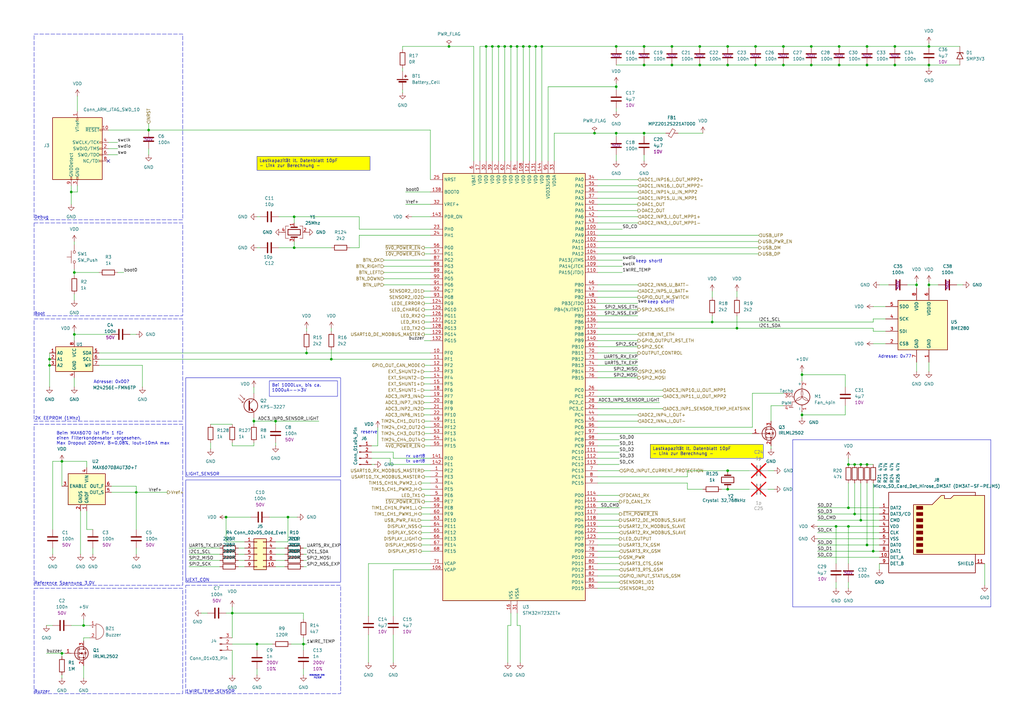
<source format=kicad_sch>
(kicad_sch
	(version 20231120)
	(generator "eeschema")
	(generator_version "8.0")
	(uuid "7628b554-6dea-41b3-8cad-cb4df6b7df3e")
	(paper "A3")
	(lib_symbols
		(symbol "Connector:Conn_01x03_Pin"
			(pin_names
				(offset 1.016) hide)
			(exclude_from_sim no)
			(in_bom yes)
			(on_board yes)
			(property "Reference" "J"
				(at 0 5.08 0)
				(effects
					(font
						(size 1.27 1.27)
					)
				)
			)
			(property "Value" "Conn_01x03_Pin"
				(at 0 -5.08 0)
				(effects
					(font
						(size 1.27 1.27)
					)
				)
			)
			(property "Footprint" ""
				(at 0 0 0)
				(effects
					(font
						(size 1.27 1.27)
					)
					(hide yes)
				)
			)
			(property "Datasheet" "~"
				(at 0 0 0)
				(effects
					(font
						(size 1.27 1.27)
					)
					(hide yes)
				)
			)
			(property "Description" "Generic connector, single row, 01x03, script generated"
				(at 0 0 0)
				(effects
					(font
						(size 1.27 1.27)
					)
					(hide yes)
				)
			)
			(property "ki_locked" ""
				(at 0 0 0)
				(effects
					(font
						(size 1.27 1.27)
					)
				)
			)
			(property "ki_keywords" "connector"
				(at 0 0 0)
				(effects
					(font
						(size 1.27 1.27)
					)
					(hide yes)
				)
			)
			(property "ki_fp_filters" "Connector*:*_1x??_*"
				(at 0 0 0)
				(effects
					(font
						(size 1.27 1.27)
					)
					(hide yes)
				)
			)
			(symbol "Conn_01x03_Pin_1_1"
				(polyline
					(pts
						(xy 1.27 -2.54) (xy 0.8636 -2.54)
					)
					(stroke
						(width 0.1524)
						(type default)
					)
					(fill
						(type none)
					)
				)
				(polyline
					(pts
						(xy 1.27 0) (xy 0.8636 0)
					)
					(stroke
						(width 0.1524)
						(type default)
					)
					(fill
						(type none)
					)
				)
				(polyline
					(pts
						(xy 1.27 2.54) (xy 0.8636 2.54)
					)
					(stroke
						(width 0.1524)
						(type default)
					)
					(fill
						(type none)
					)
				)
				(rectangle
					(start 0.8636 -2.413)
					(end 0 -2.667)
					(stroke
						(width 0.1524)
						(type default)
					)
					(fill
						(type outline)
					)
				)
				(rectangle
					(start 0.8636 0.127)
					(end 0 -0.127)
					(stroke
						(width 0.1524)
						(type default)
					)
					(fill
						(type outline)
					)
				)
				(rectangle
					(start 0.8636 2.667)
					(end 0 2.413)
					(stroke
						(width 0.1524)
						(type default)
					)
					(fill
						(type outline)
					)
				)
				(pin passive line
					(at 5.08 2.54 180)
					(length 3.81)
					(name "Pin_1"
						(effects
							(font
								(size 1.27 1.27)
							)
						)
					)
					(number "1"
						(effects
							(font
								(size 1.27 1.27)
							)
						)
					)
				)
				(pin passive line
					(at 5.08 0 180)
					(length 3.81)
					(name "Pin_2"
						(effects
							(font
								(size 1.27 1.27)
							)
						)
					)
					(number "2"
						(effects
							(font
								(size 1.27 1.27)
							)
						)
					)
				)
				(pin passive line
					(at 5.08 -2.54 180)
					(length 3.81)
					(name "Pin_3"
						(effects
							(font
								(size 1.27 1.27)
							)
						)
					)
					(number "3"
						(effects
							(font
								(size 1.27 1.27)
							)
						)
					)
				)
			)
		)
		(symbol "Connector:Conn_01x04_Pin"
			(pin_names
				(offset 1.016) hide)
			(exclude_from_sim no)
			(in_bom yes)
			(on_board yes)
			(property "Reference" "J"
				(at 0 5.08 0)
				(effects
					(font
						(size 1.27 1.27)
					)
				)
			)
			(property "Value" "Conn_01x04_Pin"
				(at 0 -7.62 0)
				(effects
					(font
						(size 1.27 1.27)
					)
				)
			)
			(property "Footprint" ""
				(at 0 0 0)
				(effects
					(font
						(size 1.27 1.27)
					)
					(hide yes)
				)
			)
			(property "Datasheet" "~"
				(at 0 0 0)
				(effects
					(font
						(size 1.27 1.27)
					)
					(hide yes)
				)
			)
			(property "Description" "Generic connector, single row, 01x04, script generated"
				(at 0 0 0)
				(effects
					(font
						(size 1.27 1.27)
					)
					(hide yes)
				)
			)
			(property "ki_locked" ""
				(at 0 0 0)
				(effects
					(font
						(size 1.27 1.27)
					)
				)
			)
			(property "ki_keywords" "connector"
				(at 0 0 0)
				(effects
					(font
						(size 1.27 1.27)
					)
					(hide yes)
				)
			)
			(property "ki_fp_filters" "Connector*:*_1x??_*"
				(at 0 0 0)
				(effects
					(font
						(size 1.27 1.27)
					)
					(hide yes)
				)
			)
			(symbol "Conn_01x04_Pin_1_1"
				(polyline
					(pts
						(xy 1.27 -5.08) (xy 0.8636 -5.08)
					)
					(stroke
						(width 0.1524)
						(type default)
					)
					(fill
						(type none)
					)
				)
				(polyline
					(pts
						(xy 1.27 -2.54) (xy 0.8636 -2.54)
					)
					(stroke
						(width 0.1524)
						(type default)
					)
					(fill
						(type none)
					)
				)
				(polyline
					(pts
						(xy 1.27 0) (xy 0.8636 0)
					)
					(stroke
						(width 0.1524)
						(type default)
					)
					(fill
						(type none)
					)
				)
				(polyline
					(pts
						(xy 1.27 2.54) (xy 0.8636 2.54)
					)
					(stroke
						(width 0.1524)
						(type default)
					)
					(fill
						(type none)
					)
				)
				(rectangle
					(start 0.8636 -4.953)
					(end 0 -5.207)
					(stroke
						(width 0.1524)
						(type default)
					)
					(fill
						(type outline)
					)
				)
				(rectangle
					(start 0.8636 -2.413)
					(end 0 -2.667)
					(stroke
						(width 0.1524)
						(type default)
					)
					(fill
						(type outline)
					)
				)
				(rectangle
					(start 0.8636 0.127)
					(end 0 -0.127)
					(stroke
						(width 0.1524)
						(type default)
					)
					(fill
						(type outline)
					)
				)
				(rectangle
					(start 0.8636 2.667)
					(end 0 2.413)
					(stroke
						(width 0.1524)
						(type default)
					)
					(fill
						(type outline)
					)
				)
				(pin passive line
					(at 5.08 2.54 180)
					(length 3.81)
					(name "Pin_1"
						(effects
							(font
								(size 1.27 1.27)
							)
						)
					)
					(number "1"
						(effects
							(font
								(size 1.27 1.27)
							)
						)
					)
				)
				(pin passive line
					(at 5.08 0 180)
					(length 3.81)
					(name "Pin_2"
						(effects
							(font
								(size 1.27 1.27)
							)
						)
					)
					(number "2"
						(effects
							(font
								(size 1.27 1.27)
							)
						)
					)
				)
				(pin passive line
					(at 5.08 -2.54 180)
					(length 3.81)
					(name "Pin_3"
						(effects
							(font
								(size 1.27 1.27)
							)
						)
					)
					(number "3"
						(effects
							(font
								(size 1.27 1.27)
							)
						)
					)
				)
				(pin passive line
					(at 5.08 -5.08 180)
					(length 3.81)
					(name "Pin_4"
						(effects
							(font
								(size 1.27 1.27)
							)
						)
					)
					(number "4"
						(effects
							(font
								(size 1.27 1.27)
							)
						)
					)
				)
			)
		)
		(symbol "Connector:Conn_ARM_JTAG_SWD_10"
			(pin_names
				(offset 1.016)
			)
			(exclude_from_sim no)
			(in_bom yes)
			(on_board yes)
			(property "Reference" "J"
				(at -2.54 16.51 0)
				(effects
					(font
						(size 1.27 1.27)
					)
					(justify right)
				)
			)
			(property "Value" "Conn_ARM_JTAG_SWD_10"
				(at -2.54 13.97 0)
				(effects
					(font
						(size 1.27 1.27)
					)
					(justify right bottom)
				)
			)
			(property "Footprint" ""
				(at 0 0 0)
				(effects
					(font
						(size 1.27 1.27)
					)
					(hide yes)
				)
			)
			(property "Datasheet" "http://infocenter.arm.com/help/topic/com.arm.doc.ddi0314h/DDI0314H_coresight_components_trm.pdf"
				(at -8.89 -31.75 90)
				(effects
					(font
						(size 1.27 1.27)
					)
					(hide yes)
				)
			)
			(property "Description" "Cortex Debug Connector, standard ARM Cortex-M SWD and JTAG interface"
				(at 0 0 0)
				(effects
					(font
						(size 1.27 1.27)
					)
					(hide yes)
				)
			)
			(property "ki_keywords" "Cortex Debug Connector ARM SWD JTAG"
				(at 0 0 0)
				(effects
					(font
						(size 1.27 1.27)
					)
					(hide yes)
				)
			)
			(property "ki_fp_filters" "PinHeader?2x05?P1.27mm*"
				(at 0 0 0)
				(effects
					(font
						(size 1.27 1.27)
					)
					(hide yes)
				)
			)
			(symbol "Conn_ARM_JTAG_SWD_10_0_1"
				(rectangle
					(start -10.16 12.7)
					(end 10.16 -12.7)
					(stroke
						(width 0.254)
						(type default)
					)
					(fill
						(type background)
					)
				)
				(rectangle
					(start -2.794 -12.7)
					(end -2.286 -11.684)
					(stroke
						(width 0)
						(type default)
					)
					(fill
						(type none)
					)
				)
				(rectangle
					(start -0.254 -12.7)
					(end 0.254 -11.684)
					(stroke
						(width 0)
						(type default)
					)
					(fill
						(type none)
					)
				)
				(rectangle
					(start -0.254 12.7)
					(end 0.254 11.684)
					(stroke
						(width 0)
						(type default)
					)
					(fill
						(type none)
					)
				)
				(rectangle
					(start 9.144 2.286)
					(end 10.16 2.794)
					(stroke
						(width 0)
						(type default)
					)
					(fill
						(type none)
					)
				)
				(rectangle
					(start 10.16 -2.794)
					(end 9.144 -2.286)
					(stroke
						(width 0)
						(type default)
					)
					(fill
						(type none)
					)
				)
				(rectangle
					(start 10.16 -0.254)
					(end 9.144 0.254)
					(stroke
						(width 0)
						(type default)
					)
					(fill
						(type none)
					)
				)
				(rectangle
					(start 10.16 7.874)
					(end 9.144 7.366)
					(stroke
						(width 0)
						(type default)
					)
					(fill
						(type none)
					)
				)
			)
			(symbol "Conn_ARM_JTAG_SWD_10_1_1"
				(rectangle
					(start 9.144 -5.334)
					(end 10.16 -4.826)
					(stroke
						(width 0)
						(type default)
					)
					(fill
						(type none)
					)
				)
				(pin power_in line
					(at 0 15.24 270)
					(length 2.54)
					(name "VTref"
						(effects
							(font
								(size 1.27 1.27)
							)
						)
					)
					(number "1"
						(effects
							(font
								(size 1.27 1.27)
							)
						)
					)
				)
				(pin open_collector line
					(at 12.7 7.62 180)
					(length 2.54)
					(name "~{RESET}"
						(effects
							(font
								(size 1.27 1.27)
							)
						)
					)
					(number "10"
						(effects
							(font
								(size 1.27 1.27)
							)
						)
					)
				)
				(pin bidirectional line
					(at 12.7 0 180)
					(length 2.54)
					(name "SWDIO/TMS"
						(effects
							(font
								(size 1.27 1.27)
							)
						)
					)
					(number "2"
						(effects
							(font
								(size 1.27 1.27)
							)
						)
					)
				)
				(pin power_in line
					(at 0 -15.24 90)
					(length 2.54)
					(name "GND"
						(effects
							(font
								(size 1.27 1.27)
							)
						)
					)
					(number "3"
						(effects
							(font
								(size 1.27 1.27)
							)
						)
					)
				)
				(pin output line
					(at 12.7 2.54 180)
					(length 2.54)
					(name "SWCLK/TCK"
						(effects
							(font
								(size 1.27 1.27)
							)
						)
					)
					(number "4"
						(effects
							(font
								(size 1.27 1.27)
							)
						)
					)
				)
				(pin passive line
					(at 0 -15.24 90)
					(length 2.54) hide
					(name "GND"
						(effects
							(font
								(size 1.27 1.27)
							)
						)
					)
					(number "5"
						(effects
							(font
								(size 1.27 1.27)
							)
						)
					)
				)
				(pin input line
					(at 12.7 -2.54 180)
					(length 2.54)
					(name "SWO/TDO"
						(effects
							(font
								(size 1.27 1.27)
							)
						)
					)
					(number "6"
						(effects
							(font
								(size 1.27 1.27)
							)
						)
					)
				)
				(pin no_connect line
					(at -10.16 0 0)
					(length 2.54) hide
					(name "KEY"
						(effects
							(font
								(size 1.27 1.27)
							)
						)
					)
					(number "7"
						(effects
							(font
								(size 1.27 1.27)
							)
						)
					)
				)
				(pin output line
					(at 12.7 -5.08 180)
					(length 2.54)
					(name "NC/TDI"
						(effects
							(font
								(size 1.27 1.27)
							)
						)
					)
					(number "8"
						(effects
							(font
								(size 1.27 1.27)
							)
						)
					)
				)
				(pin passive line
					(at -2.54 -15.24 90)
					(length 2.54)
					(name "GNDDetect"
						(effects
							(font
								(size 1.27 1.27)
							)
						)
					)
					(number "9"
						(effects
							(font
								(size 1.27 1.27)
							)
						)
					)
				)
			)
		)
		(symbol "Connector:Micro_SD_Card_Det_Hirose_DM3AT"
			(exclude_from_sim no)
			(in_bom yes)
			(on_board yes)
			(property "Reference" "J"
				(at -16.51 17.78 0)
				(effects
					(font
						(size 1.27 1.27)
					)
				)
			)
			(property "Value" "Micro_SD_Card_Det_Hirose_DM3AT"
				(at 16.51 17.78 0)
				(effects
					(font
						(size 1.27 1.27)
					)
					(justify right)
				)
			)
			(property "Footprint" ""
				(at 52.07 17.78 0)
				(effects
					(font
						(size 1.27 1.27)
					)
					(hide yes)
				)
			)
			(property "Datasheet" "https://www.hirose.com/product/en/download_file/key_name/DM3/category/Catalog/doc_file_id/49662/?file_category_id=4&item_id=195&is_series=1"
				(at 0 2.54 0)
				(effects
					(font
						(size 1.27 1.27)
					)
					(hide yes)
				)
			)
			(property "Description" "Micro SD Card Socket with card detection pins"
				(at 0 0 0)
				(effects
					(font
						(size 1.27 1.27)
					)
					(hide yes)
				)
			)
			(property "ki_keywords" "connector SD microsd"
				(at 0 0 0)
				(effects
					(font
						(size 1.27 1.27)
					)
					(hide yes)
				)
			)
			(property "ki_fp_filters" "microSD*"
				(at 0 0 0)
				(effects
					(font
						(size 1.27 1.27)
					)
					(hide yes)
				)
			)
			(symbol "Micro_SD_Card_Det_Hirose_DM3AT_0_1"
				(rectangle
					(start -7.62 -6.985)
					(end -5.08 -8.255)
					(stroke
						(width 0.254)
						(type default)
					)
					(fill
						(type outline)
					)
				)
				(rectangle
					(start -7.62 -4.445)
					(end -5.08 -5.715)
					(stroke
						(width 0.254)
						(type default)
					)
					(fill
						(type outline)
					)
				)
				(rectangle
					(start -7.62 -1.905)
					(end -5.08 -3.175)
					(stroke
						(width 0.254)
						(type default)
					)
					(fill
						(type outline)
					)
				)
				(rectangle
					(start -7.62 0.635)
					(end -5.08 -0.635)
					(stroke
						(width 0.254)
						(type default)
					)
					(fill
						(type outline)
					)
				)
				(rectangle
					(start -7.62 3.175)
					(end -5.08 1.905)
					(stroke
						(width 0.254)
						(type default)
					)
					(fill
						(type outline)
					)
				)
				(rectangle
					(start -7.62 5.715)
					(end -5.08 4.445)
					(stroke
						(width 0.254)
						(type default)
					)
					(fill
						(type outline)
					)
				)
				(rectangle
					(start -7.62 8.255)
					(end -5.08 6.985)
					(stroke
						(width 0.254)
						(type default)
					)
					(fill
						(type outline)
					)
				)
				(rectangle
					(start -7.62 10.795)
					(end -5.08 9.525)
					(stroke
						(width 0.254)
						(type default)
					)
					(fill
						(type outline)
					)
				)
				(polyline
					(pts
						(xy 16.51 15.24) (xy 16.51 16.51) (xy -19.05 16.51) (xy -19.05 -16.51) (xy 16.51 -16.51) (xy 16.51 -8.89)
					)
					(stroke
						(width 0.254)
						(type default)
					)
					(fill
						(type none)
					)
				)
				(polyline
					(pts
						(xy -8.89 -8.89) (xy -8.89 11.43) (xy -1.27 11.43) (xy 2.54 15.24) (xy 3.81 15.24) (xy 3.81 13.97)
						(xy 6.35 13.97) (xy 7.62 15.24) (xy 20.32 15.24) (xy 20.32 -8.89) (xy -8.89 -8.89)
					)
					(stroke
						(width 0.254)
						(type default)
					)
					(fill
						(type background)
					)
				)
			)
			(symbol "Micro_SD_Card_Det_Hirose_DM3AT_1_1"
				(pin bidirectional line
					(at -22.86 10.16 0)
					(length 3.81)
					(name "DAT2"
						(effects
							(font
								(size 1.27 1.27)
							)
						)
					)
					(number "1"
						(effects
							(font
								(size 1.27 1.27)
							)
						)
					)
				)
				(pin passive line
					(at -22.86 -10.16 0)
					(length 3.81)
					(name "DET_A"
						(effects
							(font
								(size 1.27 1.27)
							)
						)
					)
					(number "10"
						(effects
							(font
								(size 1.27 1.27)
							)
						)
					)
				)
				(pin passive line
					(at 20.32 -12.7 180)
					(length 3.81)
					(name "SHIELD"
						(effects
							(font
								(size 1.27 1.27)
							)
						)
					)
					(number "11"
						(effects
							(font
								(size 1.27 1.27)
							)
						)
					)
				)
				(pin bidirectional line
					(at -22.86 7.62 0)
					(length 3.81)
					(name "DAT3/CD"
						(effects
							(font
								(size 1.27 1.27)
							)
						)
					)
					(number "2"
						(effects
							(font
								(size 1.27 1.27)
							)
						)
					)
				)
				(pin input line
					(at -22.86 5.08 0)
					(length 3.81)
					(name "CMD"
						(effects
							(font
								(size 1.27 1.27)
							)
						)
					)
					(number "3"
						(effects
							(font
								(size 1.27 1.27)
							)
						)
					)
				)
				(pin power_in line
					(at -22.86 2.54 0)
					(length 3.81)
					(name "VDD"
						(effects
							(font
								(size 1.27 1.27)
							)
						)
					)
					(number "4"
						(effects
							(font
								(size 1.27 1.27)
							)
						)
					)
				)
				(pin input line
					(at -22.86 0 0)
					(length 3.81)
					(name "CLK"
						(effects
							(font
								(size 1.27 1.27)
							)
						)
					)
					(number "5"
						(effects
							(font
								(size 1.27 1.27)
							)
						)
					)
				)
				(pin power_in line
					(at -22.86 -2.54 0)
					(length 3.81)
					(name "VSS"
						(effects
							(font
								(size 1.27 1.27)
							)
						)
					)
					(number "6"
						(effects
							(font
								(size 1.27 1.27)
							)
						)
					)
				)
				(pin bidirectional line
					(at -22.86 -5.08 0)
					(length 3.81)
					(name "DAT0"
						(effects
							(font
								(size 1.27 1.27)
							)
						)
					)
					(number "7"
						(effects
							(font
								(size 1.27 1.27)
							)
						)
					)
				)
				(pin bidirectional line
					(at -22.86 -7.62 0)
					(length 3.81)
					(name "DAT1"
						(effects
							(font
								(size 1.27 1.27)
							)
						)
					)
					(number "8"
						(effects
							(font
								(size 1.27 1.27)
							)
						)
					)
				)
				(pin passive line
					(at -22.86 -12.7 0)
					(length 3.81)
					(name "DET_B"
						(effects
							(font
								(size 1.27 1.27)
							)
						)
					)
					(number "9"
						(effects
							(font
								(size 1.27 1.27)
							)
						)
					)
				)
			)
		)
		(symbol "Connector_Generic:Conn_02x05_Odd_Even"
			(pin_names
				(offset 1.016) hide)
			(exclude_from_sim no)
			(in_bom yes)
			(on_board yes)
			(property "Reference" "J"
				(at 1.27 7.62 0)
				(effects
					(font
						(size 1.27 1.27)
					)
				)
			)
			(property "Value" "Conn_02x05_Odd_Even"
				(at 1.27 -7.62 0)
				(effects
					(font
						(size 1.27 1.27)
					)
				)
			)
			(property "Footprint" ""
				(at 0 0 0)
				(effects
					(font
						(size 1.27 1.27)
					)
					(hide yes)
				)
			)
			(property "Datasheet" "~"
				(at 0 0 0)
				(effects
					(font
						(size 1.27 1.27)
					)
					(hide yes)
				)
			)
			(property "Description" "Generic connector, double row, 02x05, odd/even pin numbering scheme (row 1 odd numbers, row 2 even numbers), script generated (kicad-library-utils/schlib/autogen/connector/)"
				(at 0 0 0)
				(effects
					(font
						(size 1.27 1.27)
					)
					(hide yes)
				)
			)
			(property "ki_keywords" "connector"
				(at 0 0 0)
				(effects
					(font
						(size 1.27 1.27)
					)
					(hide yes)
				)
			)
			(property "ki_fp_filters" "Connector*:*_2x??_*"
				(at 0 0 0)
				(effects
					(font
						(size 1.27 1.27)
					)
					(hide yes)
				)
			)
			(symbol "Conn_02x05_Odd_Even_1_1"
				(rectangle
					(start -1.27 -4.953)
					(end 0 -5.207)
					(stroke
						(width 0.1524)
						(type default)
					)
					(fill
						(type none)
					)
				)
				(rectangle
					(start -1.27 -2.413)
					(end 0 -2.667)
					(stroke
						(width 0.1524)
						(type default)
					)
					(fill
						(type none)
					)
				)
				(rectangle
					(start -1.27 0.127)
					(end 0 -0.127)
					(stroke
						(width 0.1524)
						(type default)
					)
					(fill
						(type none)
					)
				)
				(rectangle
					(start -1.27 2.667)
					(end 0 2.413)
					(stroke
						(width 0.1524)
						(type default)
					)
					(fill
						(type none)
					)
				)
				(rectangle
					(start -1.27 5.207)
					(end 0 4.953)
					(stroke
						(width 0.1524)
						(type default)
					)
					(fill
						(type none)
					)
				)
				(rectangle
					(start -1.27 6.35)
					(end 3.81 -6.35)
					(stroke
						(width 0.254)
						(type default)
					)
					(fill
						(type background)
					)
				)
				(rectangle
					(start 3.81 -4.953)
					(end 2.54 -5.207)
					(stroke
						(width 0.1524)
						(type default)
					)
					(fill
						(type none)
					)
				)
				(rectangle
					(start 3.81 -2.413)
					(end 2.54 -2.667)
					(stroke
						(width 0.1524)
						(type default)
					)
					(fill
						(type none)
					)
				)
				(rectangle
					(start 3.81 0.127)
					(end 2.54 -0.127)
					(stroke
						(width 0.1524)
						(type default)
					)
					(fill
						(type none)
					)
				)
				(rectangle
					(start 3.81 2.667)
					(end 2.54 2.413)
					(stroke
						(width 0.1524)
						(type default)
					)
					(fill
						(type none)
					)
				)
				(rectangle
					(start 3.81 5.207)
					(end 2.54 4.953)
					(stroke
						(width 0.1524)
						(type default)
					)
					(fill
						(type none)
					)
				)
				(pin passive line
					(at -5.08 5.08 0)
					(length 3.81)
					(name "Pin_1"
						(effects
							(font
								(size 1.27 1.27)
							)
						)
					)
					(number "1"
						(effects
							(font
								(size 1.27 1.27)
							)
						)
					)
				)
				(pin passive line
					(at 7.62 -5.08 180)
					(length 3.81)
					(name "Pin_10"
						(effects
							(font
								(size 1.27 1.27)
							)
						)
					)
					(number "10"
						(effects
							(font
								(size 1.27 1.27)
							)
						)
					)
				)
				(pin passive line
					(at 7.62 5.08 180)
					(length 3.81)
					(name "Pin_2"
						(effects
							(font
								(size 1.27 1.27)
							)
						)
					)
					(number "2"
						(effects
							(font
								(size 1.27 1.27)
							)
						)
					)
				)
				(pin passive line
					(at -5.08 2.54 0)
					(length 3.81)
					(name "Pin_3"
						(effects
							(font
								(size 1.27 1.27)
							)
						)
					)
					(number "3"
						(effects
							(font
								(size 1.27 1.27)
							)
						)
					)
				)
				(pin passive line
					(at 7.62 2.54 180)
					(length 3.81)
					(name "Pin_4"
						(effects
							(font
								(size 1.27 1.27)
							)
						)
					)
					(number "4"
						(effects
							(font
								(size 1.27 1.27)
							)
						)
					)
				)
				(pin passive line
					(at -5.08 0 0)
					(length 3.81)
					(name "Pin_5"
						(effects
							(font
								(size 1.27 1.27)
							)
						)
					)
					(number "5"
						(effects
							(font
								(size 1.27 1.27)
							)
						)
					)
				)
				(pin passive line
					(at 7.62 0 180)
					(length 3.81)
					(name "Pin_6"
						(effects
							(font
								(size 1.27 1.27)
							)
						)
					)
					(number "6"
						(effects
							(font
								(size 1.27 1.27)
							)
						)
					)
				)
				(pin passive line
					(at -5.08 -2.54 0)
					(length 3.81)
					(name "Pin_7"
						(effects
							(font
								(size 1.27 1.27)
							)
						)
					)
					(number "7"
						(effects
							(font
								(size 1.27 1.27)
							)
						)
					)
				)
				(pin passive line
					(at 7.62 -2.54 180)
					(length 3.81)
					(name "Pin_8"
						(effects
							(font
								(size 1.27 1.27)
							)
						)
					)
					(number "8"
						(effects
							(font
								(size 1.27 1.27)
							)
						)
					)
				)
				(pin passive line
					(at -5.08 -5.08 0)
					(length 3.81)
					(name "Pin_9"
						(effects
							(font
								(size 1.27 1.27)
							)
						)
					)
					(number "9"
						(effects
							(font
								(size 1.27 1.27)
							)
						)
					)
				)
			)
		)
		(symbol "Device:Battery_Cell"
			(pin_numbers hide)
			(pin_names
				(offset 0) hide)
			(exclude_from_sim no)
			(in_bom yes)
			(on_board yes)
			(property "Reference" "BT"
				(at 2.54 2.54 0)
				(effects
					(font
						(size 1.27 1.27)
					)
					(justify left)
				)
			)
			(property "Value" "Battery_Cell"
				(at 2.54 0 0)
				(effects
					(font
						(size 1.27 1.27)
					)
					(justify left)
				)
			)
			(property "Footprint" ""
				(at 0 1.524 90)
				(effects
					(font
						(size 1.27 1.27)
					)
					(hide yes)
				)
			)
			(property "Datasheet" "~"
				(at 0 1.524 90)
				(effects
					(font
						(size 1.27 1.27)
					)
					(hide yes)
				)
			)
			(property "Description" "Single-cell battery"
				(at 0 0 0)
				(effects
					(font
						(size 1.27 1.27)
					)
					(hide yes)
				)
			)
			(property "ki_keywords" "battery cell"
				(at 0 0 0)
				(effects
					(font
						(size 1.27 1.27)
					)
					(hide yes)
				)
			)
			(symbol "Battery_Cell_0_1"
				(rectangle
					(start -2.286 1.778)
					(end 2.286 1.524)
					(stroke
						(width 0)
						(type default)
					)
					(fill
						(type outline)
					)
				)
				(rectangle
					(start -1.524 1.016)
					(end 1.524 0.508)
					(stroke
						(width 0)
						(type default)
					)
					(fill
						(type outline)
					)
				)
				(polyline
					(pts
						(xy 0 0.762) (xy 0 0)
					)
					(stroke
						(width 0)
						(type default)
					)
					(fill
						(type none)
					)
				)
				(polyline
					(pts
						(xy 0 1.778) (xy 0 2.54)
					)
					(stroke
						(width 0)
						(type default)
					)
					(fill
						(type none)
					)
				)
				(polyline
					(pts
						(xy 0.762 3.048) (xy 1.778 3.048)
					)
					(stroke
						(width 0.254)
						(type default)
					)
					(fill
						(type none)
					)
				)
				(polyline
					(pts
						(xy 1.27 3.556) (xy 1.27 2.54)
					)
					(stroke
						(width 0.254)
						(type default)
					)
					(fill
						(type none)
					)
				)
			)
			(symbol "Battery_Cell_1_1"
				(pin passive line
					(at 0 5.08 270)
					(length 2.54)
					(name "+"
						(effects
							(font
								(size 1.27 1.27)
							)
						)
					)
					(number "1"
						(effects
							(font
								(size 1.27 1.27)
							)
						)
					)
				)
				(pin passive line
					(at 0 -2.54 90)
					(length 2.54)
					(name "-"
						(effects
							(font
								(size 1.27 1.27)
							)
						)
					)
					(number "2"
						(effects
							(font
								(size 1.27 1.27)
							)
						)
					)
				)
			)
		)
		(symbol "Device:Buzzer"
			(pin_names
				(offset 0.0254) hide)
			(exclude_from_sim no)
			(in_bom yes)
			(on_board yes)
			(property "Reference" "BZ"
				(at 3.81 1.27 0)
				(effects
					(font
						(size 1.27 1.27)
					)
					(justify left)
				)
			)
			(property "Value" "Buzzer"
				(at 3.81 -1.27 0)
				(effects
					(font
						(size 1.27 1.27)
					)
					(justify left)
				)
			)
			(property "Footprint" ""
				(at -0.635 2.54 90)
				(effects
					(font
						(size 1.27 1.27)
					)
					(hide yes)
				)
			)
			(property "Datasheet" "~"
				(at -0.635 2.54 90)
				(effects
					(font
						(size 1.27 1.27)
					)
					(hide yes)
				)
			)
			(property "Description" "Buzzer, polarized"
				(at 0 0 0)
				(effects
					(font
						(size 1.27 1.27)
					)
					(hide yes)
				)
			)
			(property "ki_keywords" "quartz resonator ceramic"
				(at 0 0 0)
				(effects
					(font
						(size 1.27 1.27)
					)
					(hide yes)
				)
			)
			(property "ki_fp_filters" "*Buzzer*"
				(at 0 0 0)
				(effects
					(font
						(size 1.27 1.27)
					)
					(hide yes)
				)
			)
			(symbol "Buzzer_0_1"
				(arc
					(start 0 -3.175)
					(mid 3.1612 0)
					(end 0 3.175)
					(stroke
						(width 0)
						(type default)
					)
					(fill
						(type none)
					)
				)
				(polyline
					(pts
						(xy -1.651 1.905) (xy -1.143 1.905)
					)
					(stroke
						(width 0)
						(type default)
					)
					(fill
						(type none)
					)
				)
				(polyline
					(pts
						(xy -1.397 2.159) (xy -1.397 1.651)
					)
					(stroke
						(width 0)
						(type default)
					)
					(fill
						(type none)
					)
				)
				(polyline
					(pts
						(xy 0 3.175) (xy 0 -3.175)
					)
					(stroke
						(width 0)
						(type default)
					)
					(fill
						(type none)
					)
				)
			)
			(symbol "Buzzer_1_1"
				(pin passive line
					(at -2.54 2.54 0)
					(length 2.54)
					(name "+"
						(effects
							(font
								(size 1.27 1.27)
							)
						)
					)
					(number "1"
						(effects
							(font
								(size 1.27 1.27)
							)
						)
					)
				)
				(pin passive line
					(at -2.54 -2.54 0)
					(length 2.54)
					(name "-"
						(effects
							(font
								(size 1.27 1.27)
							)
						)
					)
					(number "2"
						(effects
							(font
								(size 1.27 1.27)
							)
						)
					)
				)
			)
		)
		(symbol "Device:C"
			(pin_numbers hide)
			(pin_names
				(offset 0.254)
			)
			(exclude_from_sim no)
			(in_bom yes)
			(on_board yes)
			(property "Reference" "C"
				(at 0.635 2.54 0)
				(effects
					(font
						(size 1.27 1.27)
					)
					(justify left)
				)
			)
			(property "Value" "C"
				(at 0.635 -2.54 0)
				(effects
					(font
						(size 1.27 1.27)
					)
					(justify left)
				)
			)
			(property "Footprint" ""
				(at 0.9652 -3.81 0)
				(effects
					(font
						(size 1.27 1.27)
					)
					(hide yes)
				)
			)
			(property "Datasheet" "~"
				(at 0 0 0)
				(effects
					(font
						(size 1.27 1.27)
					)
					(hide yes)
				)
			)
			(property "Description" "Unpolarized capacitor"
				(at 0 0 0)
				(effects
					(font
						(size 1.27 1.27)
					)
					(hide yes)
				)
			)
			(property "ki_keywords" "cap capacitor"
				(at 0 0 0)
				(effects
					(font
						(size 1.27 1.27)
					)
					(hide yes)
				)
			)
			(property "ki_fp_filters" "C_*"
				(at 0 0 0)
				(effects
					(font
						(size 1.27 1.27)
					)
					(hide yes)
				)
			)
			(symbol "C_0_1"
				(polyline
					(pts
						(xy -2.032 -0.762) (xy 2.032 -0.762)
					)
					(stroke
						(width 0.508)
						(type default)
					)
					(fill
						(type none)
					)
				)
				(polyline
					(pts
						(xy -2.032 0.762) (xy 2.032 0.762)
					)
					(stroke
						(width 0.508)
						(type default)
					)
					(fill
						(type none)
					)
				)
			)
			(symbol "C_1_1"
				(pin passive line
					(at 0 3.81 270)
					(length 2.794)
					(name "~"
						(effects
							(font
								(size 1.27 1.27)
							)
						)
					)
					(number "1"
						(effects
							(font
								(size 1.27 1.27)
							)
						)
					)
				)
				(pin passive line
					(at 0 -3.81 90)
					(length 2.794)
					(name "~"
						(effects
							(font
								(size 1.27 1.27)
							)
						)
					)
					(number "2"
						(effects
							(font
								(size 1.27 1.27)
							)
						)
					)
				)
			)
		)
		(symbol "Device:Crystal"
			(pin_numbers hide)
			(pin_names
				(offset 1.016) hide)
			(exclude_from_sim no)
			(in_bom yes)
			(on_board yes)
			(property "Reference" "Y"
				(at 0 3.81 0)
				(effects
					(font
						(size 1.27 1.27)
					)
				)
			)
			(property "Value" "Crystal"
				(at 0 -3.81 0)
				(effects
					(font
						(size 1.27 1.27)
					)
				)
			)
			(property "Footprint" ""
				(at 0 0 0)
				(effects
					(font
						(size 1.27 1.27)
					)
					(hide yes)
				)
			)
			(property "Datasheet" "~"
				(at 0 0 0)
				(effects
					(font
						(size 1.27 1.27)
					)
					(hide yes)
				)
			)
			(property "Description" "Two pin crystal"
				(at 0 0 0)
				(effects
					(font
						(size 1.27 1.27)
					)
					(hide yes)
				)
			)
			(property "ki_keywords" "quartz ceramic resonator oscillator"
				(at 0 0 0)
				(effects
					(font
						(size 1.27 1.27)
					)
					(hide yes)
				)
			)
			(property "ki_fp_filters" "Crystal*"
				(at 0 0 0)
				(effects
					(font
						(size 1.27 1.27)
					)
					(hide yes)
				)
			)
			(symbol "Crystal_0_1"
				(rectangle
					(start -1.143 2.54)
					(end 1.143 -2.54)
					(stroke
						(width 0.3048)
						(type default)
					)
					(fill
						(type none)
					)
				)
				(polyline
					(pts
						(xy -2.54 0) (xy -1.905 0)
					)
					(stroke
						(width 0)
						(type default)
					)
					(fill
						(type none)
					)
				)
				(polyline
					(pts
						(xy -1.905 -1.27) (xy -1.905 1.27)
					)
					(stroke
						(width 0.508)
						(type default)
					)
					(fill
						(type none)
					)
				)
				(polyline
					(pts
						(xy 1.905 -1.27) (xy 1.905 1.27)
					)
					(stroke
						(width 0.508)
						(type default)
					)
					(fill
						(type none)
					)
				)
				(polyline
					(pts
						(xy 2.54 0) (xy 1.905 0)
					)
					(stroke
						(width 0)
						(type default)
					)
					(fill
						(type none)
					)
				)
			)
			(symbol "Crystal_1_1"
				(pin passive line
					(at -3.81 0 0)
					(length 1.27)
					(name "1"
						(effects
							(font
								(size 1.27 1.27)
							)
						)
					)
					(number "1"
						(effects
							(font
								(size 1.27 1.27)
							)
						)
					)
				)
				(pin passive line
					(at 3.81 0 180)
					(length 1.27)
					(name "2"
						(effects
							(font
								(size 1.27 1.27)
							)
						)
					)
					(number "2"
						(effects
							(font
								(size 1.27 1.27)
							)
						)
					)
				)
			)
		)
		(symbol "Device:Crystal_GND24"
			(pin_names
				(offset 1.016) hide)
			(exclude_from_sim no)
			(in_bom yes)
			(on_board yes)
			(property "Reference" "Y"
				(at 3.175 5.08 0)
				(effects
					(font
						(size 1.27 1.27)
					)
					(justify left)
				)
			)
			(property "Value" "Crystal_GND24"
				(at 3.175 3.175 0)
				(effects
					(font
						(size 1.27 1.27)
					)
					(justify left)
				)
			)
			(property "Footprint" ""
				(at 0 0 0)
				(effects
					(font
						(size 1.27 1.27)
					)
					(hide yes)
				)
			)
			(property "Datasheet" "~"
				(at 0 0 0)
				(effects
					(font
						(size 1.27 1.27)
					)
					(hide yes)
				)
			)
			(property "Description" "Four pin crystal, GND on pins 2 and 4"
				(at 0 0 0)
				(effects
					(font
						(size 1.27 1.27)
					)
					(hide yes)
				)
			)
			(property "ki_keywords" "quartz ceramic resonator oscillator"
				(at 0 0 0)
				(effects
					(font
						(size 1.27 1.27)
					)
					(hide yes)
				)
			)
			(property "ki_fp_filters" "Crystal*"
				(at 0 0 0)
				(effects
					(font
						(size 1.27 1.27)
					)
					(hide yes)
				)
			)
			(symbol "Crystal_GND24_0_1"
				(rectangle
					(start -1.143 2.54)
					(end 1.143 -2.54)
					(stroke
						(width 0.3048)
						(type default)
					)
					(fill
						(type none)
					)
				)
				(polyline
					(pts
						(xy -2.54 0) (xy -2.032 0)
					)
					(stroke
						(width 0)
						(type default)
					)
					(fill
						(type none)
					)
				)
				(polyline
					(pts
						(xy -2.032 -1.27) (xy -2.032 1.27)
					)
					(stroke
						(width 0.508)
						(type default)
					)
					(fill
						(type none)
					)
				)
				(polyline
					(pts
						(xy 0 -3.81) (xy 0 -3.556)
					)
					(stroke
						(width 0)
						(type default)
					)
					(fill
						(type none)
					)
				)
				(polyline
					(pts
						(xy 0 3.556) (xy 0 3.81)
					)
					(stroke
						(width 0)
						(type default)
					)
					(fill
						(type none)
					)
				)
				(polyline
					(pts
						(xy 2.032 -1.27) (xy 2.032 1.27)
					)
					(stroke
						(width 0.508)
						(type default)
					)
					(fill
						(type none)
					)
				)
				(polyline
					(pts
						(xy 2.032 0) (xy 2.54 0)
					)
					(stroke
						(width 0)
						(type default)
					)
					(fill
						(type none)
					)
				)
				(polyline
					(pts
						(xy -2.54 -2.286) (xy -2.54 -3.556) (xy 2.54 -3.556) (xy 2.54 -2.286)
					)
					(stroke
						(width 0)
						(type default)
					)
					(fill
						(type none)
					)
				)
				(polyline
					(pts
						(xy -2.54 2.286) (xy -2.54 3.556) (xy 2.54 3.556) (xy 2.54 2.286)
					)
					(stroke
						(width 0)
						(type default)
					)
					(fill
						(type none)
					)
				)
			)
			(symbol "Crystal_GND24_1_1"
				(pin passive line
					(at -3.81 0 0)
					(length 1.27)
					(name "1"
						(effects
							(font
								(size 1.27 1.27)
							)
						)
					)
					(number "1"
						(effects
							(font
								(size 1.27 1.27)
							)
						)
					)
				)
				(pin passive line
					(at 0 5.08 270)
					(length 1.27)
					(name "2"
						(effects
							(font
								(size 1.27 1.27)
							)
						)
					)
					(number "2"
						(effects
							(font
								(size 1.27 1.27)
							)
						)
					)
				)
				(pin passive line
					(at 3.81 0 180)
					(length 1.27)
					(name "3"
						(effects
							(font
								(size 1.27 1.27)
							)
						)
					)
					(number "3"
						(effects
							(font
								(size 1.27 1.27)
							)
						)
					)
				)
				(pin passive line
					(at 0 -5.08 90)
					(length 1.27)
					(name "4"
						(effects
							(font
								(size 1.27 1.27)
							)
						)
					)
					(number "4"
						(effects
							(font
								(size 1.27 1.27)
							)
						)
					)
				)
			)
		)
		(symbol "Device:FerriteBead_Small"
			(pin_numbers hide)
			(pin_names
				(offset 0)
			)
			(exclude_from_sim no)
			(in_bom yes)
			(on_board yes)
			(property "Reference" "FB"
				(at 1.905 1.27 0)
				(effects
					(font
						(size 1.27 1.27)
					)
					(justify left)
				)
			)
			(property "Value" "FerriteBead_Small"
				(at 1.905 -1.27 0)
				(effects
					(font
						(size 1.27 1.27)
					)
					(justify left)
				)
			)
			(property "Footprint" ""
				(at -1.778 0 90)
				(effects
					(font
						(size 1.27 1.27)
					)
					(hide yes)
				)
			)
			(property "Datasheet" "~"
				(at 0 0 0)
				(effects
					(font
						(size 1.27 1.27)
					)
					(hide yes)
				)
			)
			(property "Description" "Ferrite bead, small symbol"
				(at 0 0 0)
				(effects
					(font
						(size 1.27 1.27)
					)
					(hide yes)
				)
			)
			(property "ki_keywords" "L ferrite bead inductor filter"
				(at 0 0 0)
				(effects
					(font
						(size 1.27 1.27)
					)
					(hide yes)
				)
			)
			(property "ki_fp_filters" "Inductor_* L_* *Ferrite*"
				(at 0 0 0)
				(effects
					(font
						(size 1.27 1.27)
					)
					(hide yes)
				)
			)
			(symbol "FerriteBead_Small_0_1"
				(polyline
					(pts
						(xy 0 -1.27) (xy 0 -0.7874)
					)
					(stroke
						(width 0)
						(type default)
					)
					(fill
						(type none)
					)
				)
				(polyline
					(pts
						(xy 0 0.889) (xy 0 1.2954)
					)
					(stroke
						(width 0)
						(type default)
					)
					(fill
						(type none)
					)
				)
				(polyline
					(pts
						(xy -1.8288 0.2794) (xy -1.1176 1.4986) (xy 1.8288 -0.2032) (xy 1.1176 -1.4224) (xy -1.8288 0.2794)
					)
					(stroke
						(width 0)
						(type default)
					)
					(fill
						(type none)
					)
				)
			)
			(symbol "FerriteBead_Small_1_1"
				(pin passive line
					(at 0 2.54 270)
					(length 1.27)
					(name "~"
						(effects
							(font
								(size 1.27 1.27)
							)
						)
					)
					(number "1"
						(effects
							(font
								(size 1.27 1.27)
							)
						)
					)
				)
				(pin passive line
					(at 0 -2.54 90)
					(length 1.27)
					(name "~"
						(effects
							(font
								(size 1.27 1.27)
							)
						)
					)
					(number "2"
						(effects
							(font
								(size 1.27 1.27)
							)
						)
					)
				)
			)
		)
		(symbol "Device:R"
			(pin_numbers hide)
			(pin_names
				(offset 0)
			)
			(exclude_from_sim no)
			(in_bom yes)
			(on_board yes)
			(property "Reference" "R"
				(at 2.032 0 90)
				(effects
					(font
						(size 1.27 1.27)
					)
				)
			)
			(property "Value" "R"
				(at 0 0 90)
				(effects
					(font
						(size 1.27 1.27)
					)
				)
			)
			(property "Footprint" ""
				(at -1.778 0 90)
				(effects
					(font
						(size 1.27 1.27)
					)
					(hide yes)
				)
			)
			(property "Datasheet" "~"
				(at 0 0 0)
				(effects
					(font
						(size 1.27 1.27)
					)
					(hide yes)
				)
			)
			(property "Description" "Resistor"
				(at 0 0 0)
				(effects
					(font
						(size 1.27 1.27)
					)
					(hide yes)
				)
			)
			(property "ki_keywords" "R res resistor"
				(at 0 0 0)
				(effects
					(font
						(size 1.27 1.27)
					)
					(hide yes)
				)
			)
			(property "ki_fp_filters" "R_*"
				(at 0 0 0)
				(effects
					(font
						(size 1.27 1.27)
					)
					(hide yes)
				)
			)
			(symbol "R_0_1"
				(rectangle
					(start -1.016 -2.54)
					(end 1.016 2.54)
					(stroke
						(width 0.254)
						(type default)
					)
					(fill
						(type none)
					)
				)
			)
			(symbol "R_1_1"
				(pin passive line
					(at 0 3.81 270)
					(length 1.27)
					(name "~"
						(effects
							(font
								(size 1.27 1.27)
							)
						)
					)
					(number "1"
						(effects
							(font
								(size 1.27 1.27)
							)
						)
					)
				)
				(pin passive line
					(at 0 -3.81 90)
					(length 1.27)
					(name "~"
						(effects
							(font
								(size 1.27 1.27)
							)
						)
					)
					(number "2"
						(effects
							(font
								(size 1.27 1.27)
							)
						)
					)
				)
			)
		)
		(symbol "Diode:SM6T6V8A"
			(pin_numbers hide)
			(pin_names
				(offset 1.016) hide)
			(exclude_from_sim no)
			(in_bom yes)
			(on_board yes)
			(property "Reference" "D"
				(at 0 2.54 0)
				(effects
					(font
						(size 1.27 1.27)
					)
				)
			)
			(property "Value" "SM6T6V8A"
				(at 0 -2.54 0)
				(effects
					(font
						(size 1.27 1.27)
					)
				)
			)
			(property "Footprint" "Diode_SMD:D_SMB"
				(at 0 -5.08 0)
				(effects
					(font
						(size 1.27 1.27)
					)
					(hide yes)
				)
			)
			(property "Datasheet" "https://www.st.com/resource/en/datasheet/sm6t.pdf"
				(at -1.27 0 0)
				(effects
					(font
						(size 1.27 1.27)
					)
					(hide yes)
				)
			)
			(property "Description" "600W unidirectional Transil Transient Voltage Suppressor, 6.8Vrwm, DO-214AA"
				(at 0 0 0)
				(effects
					(font
						(size 1.27 1.27)
					)
					(hide yes)
				)
			)
			(property "ki_keywords" "diode TVS voltage suppressor"
				(at 0 0 0)
				(effects
					(font
						(size 1.27 1.27)
					)
					(hide yes)
				)
			)
			(property "ki_fp_filters" "D*SMB*"
				(at 0 0 0)
				(effects
					(font
						(size 1.27 1.27)
					)
					(hide yes)
				)
			)
			(symbol "SM6T6V8A_0_1"
				(polyline
					(pts
						(xy -0.762 1.27) (xy -1.27 1.27) (xy -1.27 -1.27)
					)
					(stroke
						(width 0.254)
						(type default)
					)
					(fill
						(type none)
					)
				)
				(polyline
					(pts
						(xy 1.27 1.27) (xy 1.27 -1.27) (xy -1.27 0) (xy 1.27 1.27)
					)
					(stroke
						(width 0.254)
						(type default)
					)
					(fill
						(type none)
					)
				)
			)
			(symbol "SM6T6V8A_1_1"
				(pin passive line
					(at -3.81 0 0)
					(length 2.54)
					(name "A1"
						(effects
							(font
								(size 1.27 1.27)
							)
						)
					)
					(number "1"
						(effects
							(font
								(size 1.27 1.27)
							)
						)
					)
				)
				(pin passive line
					(at 3.81 0 180)
					(length 2.54)
					(name "A2"
						(effects
							(font
								(size 1.27 1.27)
							)
						)
					)
					(number "2"
						(effects
							(font
								(size 1.27 1.27)
							)
						)
					)
				)
			)
		)
		(symbol "MCU_ST_STM32H7:STM32H723ZETx"
			(exclude_from_sim no)
			(in_bom yes)
			(on_board yes)
			(property "Reference" "U"
				(at -27.94 90.17 0)
				(effects
					(font
						(size 1.27 1.27)
					)
					(justify left)
				)
			)
			(property "Value" "STM32H723ZETx"
				(at 20.32 90.17 0)
				(effects
					(font
						(size 1.27 1.27)
					)
					(justify left)
				)
			)
			(property "Footprint" "Package_QFP:LQFP-144_20x20mm_P0.5mm"
				(at -27.94 -86.36 0)
				(effects
					(font
						(size 1.27 1.27)
					)
					(justify right)
					(hide yes)
				)
			)
			(property "Datasheet" "https://www.st.com/resource/en/datasheet/stm32h723ze.pdf"
				(at 0 0 0)
				(effects
					(font
						(size 1.27 1.27)
					)
					(hide yes)
				)
			)
			(property "Description" "STMicroelectronics Arm Cortex-M7 MCU, 512KB flash, 564KB RAM, 550 MHz, 1.62-3.6V, 114 GPIO, LQFP144"
				(at 0 0 0)
				(effects
					(font
						(size 1.27 1.27)
					)
					(hide yes)
				)
			)
			(property "ki_locked" ""
				(at 0 0 0)
				(effects
					(font
						(size 1.27 1.27)
					)
				)
			)
			(property "ki_keywords" "Arm Cortex-M7 STM32H7 STM32H723/733"
				(at 0 0 0)
				(effects
					(font
						(size 1.27 1.27)
					)
					(hide yes)
				)
			)
			(property "ki_fp_filters" "LQFP*20x20mm*P0.5mm*"
				(at 0 0 0)
				(effects
					(font
						(size 1.27 1.27)
					)
					(hide yes)
				)
			)
			(symbol "STM32H723ZETx_0_1"
				(rectangle
					(start -27.94 -86.36)
					(end 30.48 88.9)
					(stroke
						(width 0.254)
						(type default)
					)
					(fill
						(type background)
					)
				)
			)
			(symbol "STM32H723ZETx_1_1"
				(pin bidirectional line
					(at -33.02 -33.02 0)
					(length 5.08)
					(name "PE2"
						(effects
							(font
								(size 1.27 1.27)
							)
						)
					)
					(number "1"
						(effects
							(font
								(size 1.27 1.27)
							)
						)
					)
					(alternate "DEBUG_TRACECLK" bidirectional line)
					(alternate "ETH_TXD3" bidirectional line)
					(alternate "FMC_A23" bidirectional line)
					(alternate "OCTOSPIM_P1_IO2" bidirectional line)
					(alternate "SAI1_CK1" bidirectional line)
					(alternate "SAI1_MCLK_A" bidirectional line)
					(alternate "SAI4_CK1" bidirectional line)
					(alternate "SAI4_MCLK_A" bidirectional line)
					(alternate "SPI4_SCK" bidirectional line)
					(alternate "USART10_RX" bidirectional line)
				)
				(pin bidirectional line
					(at -33.02 15.24 0)
					(length 5.08)
					(name "PF0"
						(effects
							(font
								(size 1.27 1.27)
							)
						)
					)
					(number "10"
						(effects
							(font
								(size 1.27 1.27)
							)
						)
					)
					(alternate "FMC_A0" bidirectional line)
					(alternate "I2C2_SDA" bidirectional line)
					(alternate "I2C5_SDA" bidirectional line)
					(alternate "OCTOSPIM_P2_IO0" bidirectional line)
					(alternate "TIM23_CH1" bidirectional line)
				)
				(pin bidirectional line
					(at 35.56 66.04 180)
					(length 5.08)
					(name "PA8"
						(effects
							(font
								(size 1.27 1.27)
							)
						)
					)
					(number "100"
						(effects
							(font
								(size 1.27 1.27)
							)
						)
					)
					(alternate "I2C3_SCL" bidirectional line)
					(alternate "I2C5_SCL" bidirectional line)
					(alternate "LTDC_B3" bidirectional line)
					(alternate "LTDC_R6" bidirectional line)
					(alternate "RCC_MCO_1" bidirectional line)
					(alternate "TIM1_CH1" bidirectional line)
					(alternate "TIM8_BKIN2" bidirectional line)
					(alternate "TIM8_BKIN2_COMP1" bidirectional line)
					(alternate "TIM8_BKIN2_COMP2" bidirectional line)
					(alternate "UART7_RX" bidirectional line)
					(alternate "USART1_CK" bidirectional line)
					(alternate "USB_OTG_HS_SOF" bidirectional line)
				)
				(pin bidirectional line
					(at 35.56 63.5 180)
					(length 5.08)
					(name "PA9"
						(effects
							(font
								(size 1.27 1.27)
							)
						)
					)
					(number "101"
						(effects
							(font
								(size 1.27 1.27)
							)
						)
					)
					(alternate "DAC1_EXTI9" bidirectional line)
					(alternate "DCMI_D0" bidirectional line)
					(alternate "ETH_TX_ER" bidirectional line)
					(alternate "I2C3_SMBA" bidirectional line)
					(alternate "I2C5_SMBA" bidirectional line)
					(alternate "I2S2_CK" bidirectional line)
					(alternate "LPUART1_TX" bidirectional line)
					(alternate "LTDC_R5" bidirectional line)
					(alternate "PSSI_D0" bidirectional line)
					(alternate "SPI2_SCK" bidirectional line)
					(alternate "TIM1_CH2" bidirectional line)
					(alternate "USART1_TX" bidirectional line)
					(alternate "USB_OTG_HS_VBUS" bidirectional line)
				)
				(pin bidirectional line
					(at 35.56 60.96 180)
					(length 5.08)
					(name "PA10"
						(effects
							(font
								(size 1.27 1.27)
							)
						)
					)
					(number "102"
						(effects
							(font
								(size 1.27 1.27)
							)
						)
					)
					(alternate "DCMI_D1" bidirectional line)
					(alternate "LPUART1_RX" bidirectional line)
					(alternate "LTDC_B1" bidirectional line)
					(alternate "LTDC_B4" bidirectional line)
					(alternate "MDIOS_MDIO" bidirectional line)
					(alternate "PSSI_D1" bidirectional line)
					(alternate "TIM1_CH3" bidirectional line)
					(alternate "USART1_RX" bidirectional line)
					(alternate "USB_OTG_HS_ID" bidirectional line)
				)
				(pin bidirectional line
					(at 35.56 58.42 180)
					(length 5.08)
					(name "PA11"
						(effects
							(font
								(size 1.27 1.27)
							)
						)
					)
					(number "103"
						(effects
							(font
								(size 1.27 1.27)
							)
						)
					)
					(alternate "ADC1_EXTI11" bidirectional line)
					(alternate "ADC2_EXTI11" bidirectional line)
					(alternate "ADC3_EXTI11" bidirectional line)
					(alternate "FDCAN1_RX" bidirectional line)
					(alternate "I2S2_WS" bidirectional line)
					(alternate "LPUART1_CTS" bidirectional line)
					(alternate "LTDC_R4" bidirectional line)
					(alternate "SPI2_NSS" bidirectional line)
					(alternate "TIM1_CH4" bidirectional line)
					(alternate "UART4_RX" bidirectional line)
					(alternate "USART1_CTS" bidirectional line)
					(alternate "USART1_NSS" bidirectional line)
					(alternate "USB_OTG_HS_DM" bidirectional line)
				)
				(pin bidirectional line
					(at 35.56 55.88 180)
					(length 5.08)
					(name "PA12"
						(effects
							(font
								(size 1.27 1.27)
							)
						)
					)
					(number "104"
						(effects
							(font
								(size 1.27 1.27)
							)
						)
					)
					(alternate "FDCAN1_TX" bidirectional line)
					(alternate "I2S2_CK" bidirectional line)
					(alternate "LPUART1_DE" bidirectional line)
					(alternate "LPUART1_RTS" bidirectional line)
					(alternate "LTDC_R5" bidirectional line)
					(alternate "SAI4_FS_B" bidirectional line)
					(alternate "SPI2_SCK" bidirectional line)
					(alternate "TIM1_BKIN2" bidirectional line)
					(alternate "TIM1_ETR" bidirectional line)
					(alternate "UART4_TX" bidirectional line)
					(alternate "USART1_DE" bidirectional line)
					(alternate "USART1_RTS" bidirectional line)
					(alternate "USB_OTG_HS_DP" bidirectional line)
				)
				(pin bidirectional line
					(at 35.56 53.34 180)
					(length 5.08)
					(name "PA13(JTMS"
						(effects
							(font
								(size 1.27 1.27)
							)
						)
					)
					(number "105"
						(effects
							(font
								(size 1.27 1.27)
							)
						)
					)
					(alternate "DEBUG_JTMS-SWDIO" bidirectional line)
				)
				(pin power_out line
					(at -33.02 -73.66 0)
					(length 5.08)
					(name "VCAP"
						(effects
							(font
								(size 1.27 1.27)
							)
						)
					)
					(number "106"
						(effects
							(font
								(size 1.27 1.27)
							)
						)
					)
				)
				(pin passive line
					(at 0 -91.44 90)
					(length 5.08) hide
					(name "VSS"
						(effects
							(font
								(size 1.27 1.27)
							)
						)
					)
					(number "107"
						(effects
							(font
								(size 1.27 1.27)
							)
						)
					)
				)
				(pin power_in line
					(at 5.08 93.98 270)
					(length 5.08)
					(name "VDD"
						(effects
							(font
								(size 1.27 1.27)
							)
						)
					)
					(number "108"
						(effects
							(font
								(size 1.27 1.27)
							)
						)
					)
				)
				(pin bidirectional line
					(at 35.56 50.8 180)
					(length 5.08)
					(name "PA14(JTCK"
						(effects
							(font
								(size 1.27 1.27)
							)
						)
					)
					(number "109"
						(effects
							(font
								(size 1.27 1.27)
							)
						)
					)
					(alternate "DEBUG_JTCK-SWCLK" bidirectional line)
				)
				(pin bidirectional line
					(at -33.02 12.7 0)
					(length 5.08)
					(name "PF1"
						(effects
							(font
								(size 1.27 1.27)
							)
						)
					)
					(number "11"
						(effects
							(font
								(size 1.27 1.27)
							)
						)
					)
					(alternate "FMC_A1" bidirectional line)
					(alternate "I2C2_SCL" bidirectional line)
					(alternate "I2C5_SCL" bidirectional line)
					(alternate "OCTOSPIM_P2_IO1" bidirectional line)
					(alternate "TIM23_CH2" bidirectional line)
				)
				(pin bidirectional line
					(at 35.56 48.26 180)
					(length 5.08)
					(name "PA15(JTDI)"
						(effects
							(font
								(size 1.27 1.27)
							)
						)
					)
					(number "110"
						(effects
							(font
								(size 1.27 1.27)
							)
						)
					)
					(alternate "ADC1_EXTI15" bidirectional line)
					(alternate "ADC2_EXTI15" bidirectional line)
					(alternate "ADC3_EXTI15" bidirectional line)
					(alternate "CEC" bidirectional line)
					(alternate "DEBUG_JTDI" bidirectional line)
					(alternate "I2S1_WS" bidirectional line)
					(alternate "I2S3_WS" bidirectional line)
					(alternate "I2S6_WS" bidirectional line)
					(alternate "LTDC_B6" bidirectional line)
					(alternate "LTDC_R3" bidirectional line)
					(alternate "SPI1_NSS" bidirectional line)
					(alternate "SPI3_NSS" bidirectional line)
					(alternate "SPI6_NSS" bidirectional line)
					(alternate "TIM2_CH1" bidirectional line)
					(alternate "TIM2_ETR" bidirectional line)
					(alternate "UART4_DE" bidirectional line)
					(alternate "UART4_RTS" bidirectional line)
					(alternate "UART7_TX" bidirectional line)
				)
				(pin bidirectional line
					(at 35.56 -25.4 180)
					(length 5.08)
					(name "PC10"
						(effects
							(font
								(size 1.27 1.27)
							)
						)
					)
					(number "111"
						(effects
							(font
								(size 1.27 1.27)
							)
						)
					)
					(alternate "DCMI_D8" bidirectional line)
					(alternate "DFSDM1_CKIN5" bidirectional line)
					(alternate "I2C5_SDA" bidirectional line)
					(alternate "I2S3_CK" bidirectional line)
					(alternate "LTDC_B1" bidirectional line)
					(alternate "LTDC_R2" bidirectional line)
					(alternate "OCTOSPIM_P1_IO1" bidirectional line)
					(alternate "PSSI_D8" bidirectional line)
					(alternate "SDMMC1_D2" bidirectional line)
					(alternate "SPI3_SCK" bidirectional line)
					(alternate "SWPMI1_RX" bidirectional line)
					(alternate "UART4_TX" bidirectional line)
					(alternate "USART3_TX" bidirectional line)
				)
				(pin bidirectional line
					(at 35.56 -27.94 180)
					(length 5.08)
					(name "PC11"
						(effects
							(font
								(size 1.27 1.27)
							)
						)
					)
					(number "112"
						(effects
							(font
								(size 1.27 1.27)
							)
						)
					)
					(alternate "ADC1_EXTI11" bidirectional line)
					(alternate "ADC2_EXTI11" bidirectional line)
					(alternate "ADC3_EXTI11" bidirectional line)
					(alternate "DCMI_D4" bidirectional line)
					(alternate "DFSDM1_DATIN5" bidirectional line)
					(alternate "I2C5_SCL" bidirectional line)
					(alternate "I2S3_SDI" bidirectional line)
					(alternate "LTDC_B4" bidirectional line)
					(alternate "OCTOSPIM_P1_NCS" bidirectional line)
					(alternate "PSSI_D4" bidirectional line)
					(alternate "SDMMC1_D3" bidirectional line)
					(alternate "SPI3_MISO" bidirectional line)
					(alternate "UART4_RX" bidirectional line)
					(alternate "USART3_RX" bidirectional line)
				)
				(pin bidirectional line
					(at 35.56 -30.48 180)
					(length 5.08)
					(name "PC12"
						(effects
							(font
								(size 1.27 1.27)
							)
						)
					)
					(number "113"
						(effects
							(font
								(size 1.27 1.27)
							)
						)
					)
					(alternate "DCMI_D9" bidirectional line)
					(alternate "DEBUG_TRACED3" bidirectional line)
					(alternate "FMC_D6" bidirectional line)
					(alternate "FMC_DA6" bidirectional line)
					(alternate "I2C5_SMBA" bidirectional line)
					(alternate "I2S3_SDO" bidirectional line)
					(alternate "I2S6_CK" bidirectional line)
					(alternate "LTDC_R6" bidirectional line)
					(alternate "PSSI_D9" bidirectional line)
					(alternate "SDMMC1_CK" bidirectional line)
					(alternate "SPI3_MOSI" bidirectional line)
					(alternate "SPI6_SCK" bidirectional line)
					(alternate "TIM15_CH1" bidirectional line)
					(alternate "UART5_TX" bidirectional line)
					(alternate "USART3_CK" bidirectional line)
				)
				(pin bidirectional line
					(at 35.56 -43.18 180)
					(length 5.08)
					(name "PD0"
						(effects
							(font
								(size 1.27 1.27)
							)
						)
					)
					(number "114"
						(effects
							(font
								(size 1.27 1.27)
							)
						)
					)
					(alternate "DFSDM1_CKIN6" bidirectional line)
					(alternate "FDCAN1_RX" bidirectional line)
					(alternate "FMC_D2" bidirectional line)
					(alternate "FMC_DA2" bidirectional line)
					(alternate "LTDC_B1" bidirectional line)
					(alternate "UART4_RX" bidirectional line)
					(alternate "UART9_CTS" bidirectional line)
				)
				(pin bidirectional line
					(at 35.56 -45.72 180)
					(length 5.08)
					(name "PD1"
						(effects
							(font
								(size 1.27 1.27)
							)
						)
					)
					(number "115"
						(effects
							(font
								(size 1.27 1.27)
							)
						)
					)
					(alternate "DFSDM1_DATIN6" bidirectional line)
					(alternate "FDCAN1_TX" bidirectional line)
					(alternate "FMC_D3" bidirectional line)
					(alternate "FMC_DA3" bidirectional line)
					(alternate "UART4_TX" bidirectional line)
				)
				(pin bidirectional line
					(at 35.56 -48.26 180)
					(length 5.08)
					(name "PD2"
						(effects
							(font
								(size 1.27 1.27)
							)
						)
					)
					(number "116"
						(effects
							(font
								(size 1.27 1.27)
							)
						)
					)
					(alternate "DCMI_D11" bidirectional line)
					(alternate "DEBUG_TRACED2" bidirectional line)
					(alternate "FMC_D7" bidirectional line)
					(alternate "FMC_DA7" bidirectional line)
					(alternate "LTDC_B2" bidirectional line)
					(alternate "LTDC_B7" bidirectional line)
					(alternate "PSSI_D11" bidirectional line)
					(alternate "SDMMC1_CMD" bidirectional line)
					(alternate "TIM15_BKIN" bidirectional line)
					(alternate "TIM3_ETR" bidirectional line)
					(alternate "UART5_RX" bidirectional line)
				)
				(pin bidirectional line
					(at 35.56 -50.8 180)
					(length 5.08)
					(name "PD3"
						(effects
							(font
								(size 1.27 1.27)
							)
						)
					)
					(number "117"
						(effects
							(font
								(size 1.27 1.27)
							)
						)
					)
					(alternate "DCMI_D5" bidirectional line)
					(alternate "DFSDM1_CKOUT" bidirectional line)
					(alternate "FMC_CLK" bidirectional line)
					(alternate "I2S2_CK" bidirectional line)
					(alternate "LTDC_G7" bidirectional line)
					(alternate "PSSI_D5" bidirectional line)
					(alternate "SPI2_SCK" bidirectional line)
					(alternate "USART2_CTS" bidirectional line)
					(alternate "USART2_NSS" bidirectional line)
				)
				(pin bidirectional line
					(at 35.56 -53.34 180)
					(length 5.08)
					(name "PD4"
						(effects
							(font
								(size 1.27 1.27)
							)
						)
					)
					(number "118"
						(effects
							(font
								(size 1.27 1.27)
							)
						)
					)
					(alternate "FMC_NOE" bidirectional line)
					(alternate "OCTOSPIM_P1_IO4" bidirectional line)
					(alternate "USART2_DE" bidirectional line)
					(alternate "USART2_RTS" bidirectional line)
				)
				(pin bidirectional line
					(at 35.56 -55.88 180)
					(length 5.08)
					(name "PD5"
						(effects
							(font
								(size 1.27 1.27)
							)
						)
					)
					(number "119"
						(effects
							(font
								(size 1.27 1.27)
							)
						)
					)
					(alternate "FMC_NWE" bidirectional line)
					(alternate "OCTOSPIM_P1_IO5" bidirectional line)
					(alternate "USART2_TX" bidirectional line)
				)
				(pin bidirectional line
					(at -33.02 10.16 0)
					(length 5.08)
					(name "PF2"
						(effects
							(font
								(size 1.27 1.27)
							)
						)
					)
					(number "12"
						(effects
							(font
								(size 1.27 1.27)
							)
						)
					)
					(alternate "FMC_A2" bidirectional line)
					(alternate "I2C2_SMBA" bidirectional line)
					(alternate "I2C5_SMBA" bidirectional line)
					(alternate "OCTOSPIM_P2_IO2" bidirectional line)
					(alternate "TIM23_CH3" bidirectional line)
				)
				(pin passive line
					(at 0 -91.44 90)
					(length 5.08) hide
					(name "VSS"
						(effects
							(font
								(size 1.27 1.27)
							)
						)
					)
					(number "120"
						(effects
							(font
								(size 1.27 1.27)
							)
						)
					)
				)
				(pin power_in line
					(at 7.62 93.98 270)
					(length 5.08)
					(name "VDD"
						(effects
							(font
								(size 1.27 1.27)
							)
						)
					)
					(number "121"
						(effects
							(font
								(size 1.27 1.27)
							)
						)
					)
				)
				(pin bidirectional line
					(at 35.56 -58.42 180)
					(length 5.08)
					(name "PD6"
						(effects
							(font
								(size 1.27 1.27)
							)
						)
					)
					(number "122"
						(effects
							(font
								(size 1.27 1.27)
							)
						)
					)
					(alternate "DCMI_D10" bidirectional line)
					(alternate "DFSDM1_CKIN4" bidirectional line)
					(alternate "DFSDM1_DATIN1" bidirectional line)
					(alternate "FMC_NWAIT" bidirectional line)
					(alternate "I2S3_SDO" bidirectional line)
					(alternate "LTDC_B2" bidirectional line)
					(alternate "OCTOSPIM_P1_IO6" bidirectional line)
					(alternate "PSSI_D10" bidirectional line)
					(alternate "SAI1_D1" bidirectional line)
					(alternate "SAI1_SD_A" bidirectional line)
					(alternate "SAI4_D1" bidirectional line)
					(alternate "SAI4_SD_A" bidirectional line)
					(alternate "SDMMC2_CK" bidirectional line)
					(alternate "SPI3_MOSI" bidirectional line)
					(alternate "USART2_RX" bidirectional line)
				)
				(pin bidirectional line
					(at 35.56 -60.96 180)
					(length 5.08)
					(name "PD7"
						(effects
							(font
								(size 1.27 1.27)
							)
						)
					)
					(number "123"
						(effects
							(font
								(size 1.27 1.27)
							)
						)
					)
					(alternate "DFSDM1_CKIN1" bidirectional line)
					(alternate "DFSDM1_DATIN4" bidirectional line)
					(alternate "FMC_NE1" bidirectional line)
					(alternate "I2S1_SDO" bidirectional line)
					(alternate "OCTOSPIM_P1_IO7" bidirectional line)
					(alternate "SDMMC2_CMD" bidirectional line)
					(alternate "SPDIFRX1_IN0" bidirectional line)
					(alternate "SPI1_MOSI" bidirectional line)
					(alternate "USART2_CK" bidirectional line)
				)
				(pin bidirectional line
					(at -33.02 35.56 0)
					(length 5.08)
					(name "PG9"
						(effects
							(font
								(size 1.27 1.27)
							)
						)
					)
					(number "124"
						(effects
							(font
								(size 1.27 1.27)
							)
						)
					)
					(alternate "DAC1_EXTI9" bidirectional line)
					(alternate "DCMI_VSYNC" bidirectional line)
					(alternate "FDCAN3_TX" bidirectional line)
					(alternate "FMC_NCE" bidirectional line)
					(alternate "FMC_NE2" bidirectional line)
					(alternate "I2S1_SDI" bidirectional line)
					(alternate "OCTOSPIM_P1_IO6" bidirectional line)
					(alternate "PSSI_RDY" bidirectional line)
					(alternate "SAI4_FS_B" bidirectional line)
					(alternate "SDMMC2_D0" bidirectional line)
					(alternate "SPDIFRX1_IN3" bidirectional line)
					(alternate "SPI1_MISO" bidirectional line)
					(alternate "USART6_RX" bidirectional line)
				)
				(pin bidirectional line
					(at -33.02 33.02 0)
					(length 5.08)
					(name "PG10"
						(effects
							(font
								(size 1.27 1.27)
							)
						)
					)
					(number "125"
						(effects
							(font
								(size 1.27 1.27)
							)
						)
					)
					(alternate "DCMI_D2" bidirectional line)
					(alternate "FDCAN3_RX" bidirectional line)
					(alternate "FMC_NE3" bidirectional line)
					(alternate "I2S1_WS" bidirectional line)
					(alternate "LTDC_B2" bidirectional line)
					(alternate "LTDC_G3" bidirectional line)
					(alternate "OCTOSPIM_P2_IO6" bidirectional line)
					(alternate "PSSI_D2" bidirectional line)
					(alternate "SAI4_SD_B" bidirectional line)
					(alternate "SDMMC2_D1" bidirectional line)
					(alternate "SPI1_NSS" bidirectional line)
				)
				(pin bidirectional line
					(at -33.02 30.48 0)
					(length 5.08)
					(name "PG11"
						(effects
							(font
								(size 1.27 1.27)
							)
						)
					)
					(number "126"
						(effects
							(font
								(size 1.27 1.27)
							)
						)
					)
					(alternate "ADC1_EXTI11" bidirectional line)
					(alternate "ADC2_EXTI11" bidirectional line)
					(alternate "ADC3_EXTI11" bidirectional line)
					(alternate "DCMI_D3" bidirectional line)
					(alternate "ETH_TX_EN" bidirectional line)
					(alternate "I2S1_CK" bidirectional line)
					(alternate "LPTIM1_IN2" bidirectional line)
					(alternate "LTDC_B3" bidirectional line)
					(alternate "OCTOSPIM_P2_IO7" bidirectional line)
					(alternate "PSSI_D3" bidirectional line)
					(alternate "SDMMC2_D2" bidirectional line)
					(alternate "SPDIFRX1_IN0" bidirectional line)
					(alternate "SPI1_SCK" bidirectional line)
					(alternate "USART10_RX" bidirectional line)
				)
				(pin bidirectional line
					(at -33.02 27.94 0)
					(length 5.08)
					(name "PG12"
						(effects
							(font
								(size 1.27 1.27)
							)
						)
					)
					(number "127"
						(effects
							(font
								(size 1.27 1.27)
							)
						)
					)
					(alternate "ETH_TXD1" bidirectional line)
					(alternate "FMC_NE4" bidirectional line)
					(alternate "I2S6_SDI" bidirectional line)
					(alternate "LPTIM1_IN1" bidirectional line)
					(alternate "LTDC_B1" bidirectional line)
					(alternate "LTDC_B4" bidirectional line)
					(alternate "OCTOSPIM_P2_NCS" bidirectional line)
					(alternate "SDMMC2_D3" bidirectional line)
					(alternate "SPDIFRX1_IN1" bidirectional line)
					(alternate "SPI6_MISO" bidirectional line)
					(alternate "TIM23_CH1" bidirectional line)
					(alternate "USART10_TX" bidirectional line)
					(alternate "USART6_DE" bidirectional line)
					(alternate "USART6_RTS" bidirectional line)
				)
				(pin bidirectional line
					(at -33.02 25.4 0)
					(length 5.08)
					(name "PG13"
						(effects
							(font
								(size 1.27 1.27)
							)
						)
					)
					(number "128"
						(effects
							(font
								(size 1.27 1.27)
							)
						)
					)
					(alternate "DEBUG_TRACED0" bidirectional line)
					(alternate "ETH_TXD0" bidirectional line)
					(alternate "FMC_A24" bidirectional line)
					(alternate "I2S6_CK" bidirectional line)
					(alternate "LPTIM1_OUT" bidirectional line)
					(alternate "LTDC_R0" bidirectional line)
					(alternate "SDMMC2_D6" bidirectional line)
					(alternate "SPI6_SCK" bidirectional line)
					(alternate "TIM23_CH2" bidirectional line)
					(alternate "USART10_CTS" bidirectional line)
					(alternate "USART10_NSS" bidirectional line)
					(alternate "USART6_CTS" bidirectional line)
					(alternate "USART6_NSS" bidirectional line)
				)
				(pin bidirectional line
					(at -33.02 22.86 0)
					(length 5.08)
					(name "PG14"
						(effects
							(font
								(size 1.27 1.27)
							)
						)
					)
					(number "129"
						(effects
							(font
								(size 1.27 1.27)
							)
						)
					)
					(alternate "DEBUG_TRACED1" bidirectional line)
					(alternate "ETH_TXD1" bidirectional line)
					(alternate "FMC_A25" bidirectional line)
					(alternate "I2S6_SDO" bidirectional line)
					(alternate "LPTIM1_ETR" bidirectional line)
					(alternate "LTDC_B0" bidirectional line)
					(alternate "OCTOSPIM_P1_IO7" bidirectional line)
					(alternate "SDMMC2_D7" bidirectional line)
					(alternate "SPI6_MOSI" bidirectional line)
					(alternate "TIM23_CH3" bidirectional line)
					(alternate "USART10_DE" bidirectional line)
					(alternate "USART10_RTS" bidirectional line)
					(alternate "USART6_TX" bidirectional line)
				)
				(pin bidirectional line
					(at -33.02 7.62 0)
					(length 5.08)
					(name "PF3"
						(effects
							(font
								(size 1.27 1.27)
							)
						)
					)
					(number "13"
						(effects
							(font
								(size 1.27 1.27)
							)
						)
					)
					(alternate "ADC3_INP5" bidirectional line)
					(alternate "FMC_A3" bidirectional line)
					(alternate "OCTOSPIM_P2_IO3" bidirectional line)
					(alternate "TIM23_CH4" bidirectional line)
				)
				(pin passive line
					(at 0 -91.44 90)
					(length 5.08) hide
					(name "VSS"
						(effects
							(font
								(size 1.27 1.27)
							)
						)
					)
					(number "130"
						(effects
							(font
								(size 1.27 1.27)
							)
						)
					)
				)
				(pin power_in line
					(at 10.16 93.98 270)
					(length 5.08)
					(name "VDD"
						(effects
							(font
								(size 1.27 1.27)
							)
						)
					)
					(number "131"
						(effects
							(font
								(size 1.27 1.27)
							)
						)
					)
				)
				(pin bidirectional line
					(at -33.02 20.32 0)
					(length 5.08)
					(name "PG15"
						(effects
							(font
								(size 1.27 1.27)
							)
						)
					)
					(number "132"
						(effects
							(font
								(size 1.27 1.27)
							)
						)
					)
					(alternate "ADC1_EXTI15" bidirectional line)
					(alternate "ADC2_EXTI15" bidirectional line)
					(alternate "ADC3_EXTI15" bidirectional line)
					(alternate "DCMI_D13" bidirectional line)
					(alternate "FMC_SDNCAS" bidirectional line)
					(alternate "OCTOSPIM_P2_DQS" bidirectional line)
					(alternate "PSSI_D13" bidirectional line)
					(alternate "USART10_CK" bidirectional line)
					(alternate "USART6_CTS" bidirectional line)
					(alternate "USART6_NSS" bidirectional line)
				)
				(pin bidirectional line
					(at 35.56 35.56 180)
					(length 5.08)
					(name "PB3(JTDO"
						(effects
							(font
								(size 1.27 1.27)
							)
						)
					)
					(number "133"
						(effects
							(font
								(size 1.27 1.27)
							)
						)
					)
					(alternate "CRS_SYNC" bidirectional line)
					(alternate "DEBUG_JTDO-SWO" bidirectional line)
					(alternate "I2S1_CK" bidirectional line)
					(alternate "I2S3_CK" bidirectional line)
					(alternate "I2S6_CK" bidirectional line)
					(alternate "SDMMC2_D2" bidirectional line)
					(alternate "SPI1_SCK" bidirectional line)
					(alternate "SPI3_SCK" bidirectional line)
					(alternate "SPI6_SCK" bidirectional line)
					(alternate "TIM24_ETR" bidirectional line)
					(alternate "TIM2_CH2" bidirectional line)
					(alternate "UART7_RX" bidirectional line)
				)
				(pin bidirectional line
					(at 35.56 33.02 180)
					(length 5.08)
					(name "PB4(NJTRST)"
						(effects
							(font
								(size 1.27 1.27)
							)
						)
					)
					(number "134"
						(effects
							(font
								(size 1.27 1.27)
							)
						)
					)
					(alternate "DEBUG_JTRST" bidirectional line)
					(alternate "I2S1_SDI" bidirectional line)
					(alternate "I2S2_WS" bidirectional line)
					(alternate "I2S3_SDI" bidirectional line)
					(alternate "I2S6_SDI" bidirectional line)
					(alternate "SDMMC2_D3" bidirectional line)
					(alternate "SPI1_MISO" bidirectional line)
					(alternate "SPI2_NSS" bidirectional line)
					(alternate "SPI3_MISO" bidirectional line)
					(alternate "SPI6_MISO" bidirectional line)
					(alternate "TIM16_BKIN" bidirectional line)
					(alternate "TIM3_CH1" bidirectional line)
					(alternate "UART7_TX" bidirectional line)
				)
				(pin bidirectional line
					(at 35.56 30.48 180)
					(length 5.08)
					(name "PB5"
						(effects
							(font
								(size 1.27 1.27)
							)
						)
					)
					(number "135"
						(effects
							(font
								(size 1.27 1.27)
							)
						)
					)
					(alternate "DCMI_D10" bidirectional line)
					(alternate "ETH_PPS_OUT" bidirectional line)
					(alternate "FDCAN2_RX" bidirectional line)
					(alternate "FMC_SDCKE1" bidirectional line)
					(alternate "I2C1_SMBA" bidirectional line)
					(alternate "I2C4_SMBA" bidirectional line)
					(alternate "I2S1_SDO" bidirectional line)
					(alternate "I2S3_SDO" bidirectional line)
					(alternate "I2S6_SDO" bidirectional line)
					(alternate "LTDC_B5" bidirectional line)
					(alternate "PSSI_D10" bidirectional line)
					(alternate "SPI1_MOSI" bidirectional line)
					(alternate "SPI3_MOSI" bidirectional line)
					(alternate "SPI6_MOSI" bidirectional line)
					(alternate "TIM17_BKIN" bidirectional line)
					(alternate "TIM3_CH2" bidirectional line)
					(alternate "UART5_RX" bidirectional line)
					(alternate "USB_OTG_HS_ULPI_D7" bidirectional line)
				)
				(pin bidirectional line
					(at 35.56 27.94 180)
					(length 5.08)
					(name "PB6"
						(effects
							(font
								(size 1.27 1.27)
							)
						)
					)
					(number "136"
						(effects
							(font
								(size 1.27 1.27)
							)
						)
					)
					(alternate "CEC" bidirectional line)
					(alternate "DCMI_D5" bidirectional line)
					(alternate "DFSDM1_DATIN5" bidirectional line)
					(alternate "FDCAN2_TX" bidirectional line)
					(alternate "FMC_SDNE1" bidirectional line)
					(alternate "I2C1_SCL" bidirectional line)
					(alternate "I2C4_SCL" bidirectional line)
					(alternate "LPUART1_TX" bidirectional line)
					(alternate "OCTOSPIM_P1_NCS" bidirectional line)
					(alternate "PSSI_D5" bidirectional line)
					(alternate "TIM16_CH1N" bidirectional line)
					(alternate "TIM4_CH1" bidirectional line)
					(alternate "UART5_TX" bidirectional line)
					(alternate "USART1_TX" bidirectional line)
				)
				(pin bidirectional line
					(at 35.56 25.4 180)
					(length 5.08)
					(name "PB7"
						(effects
							(font
								(size 1.27 1.27)
							)
						)
					)
					(number "137"
						(effects
							(font
								(size 1.27 1.27)
							)
						)
					)
					(alternate "DCMI_VSYNC" bidirectional line)
					(alternate "DFSDM1_CKIN5" bidirectional line)
					(alternate "FMC_NL" bidirectional line)
					(alternate "I2C1_SDA" bidirectional line)
					(alternate "I2C4_SDA" bidirectional line)
					(alternate "LPUART1_RX" bidirectional line)
					(alternate "PSSI_RDY" bidirectional line)
					(alternate "PWR_PVD_IN" bidirectional line)
					(alternate "TIM17_CH1N" bidirectional line)
					(alternate "TIM4_CH2" bidirectional line)
					(alternate "USART1_RX" bidirectional line)
				)
				(pin input line
					(at -33.02 81.28 0)
					(length 5.08)
					(name "BOOT0"
						(effects
							(font
								(size 1.27 1.27)
							)
						)
					)
					(number "138"
						(effects
							(font
								(size 1.27 1.27)
							)
						)
					)
				)
				(pin bidirectional line
					(at 35.56 22.86 180)
					(length 5.08)
					(name "PB8"
						(effects
							(font
								(size 1.27 1.27)
							)
						)
					)
					(number "139"
						(effects
							(font
								(size 1.27 1.27)
							)
						)
					)
					(alternate "DCMI_D6" bidirectional line)
					(alternate "DFSDM1_CKIN7" bidirectional line)
					(alternate "ETH_TXD3" bidirectional line)
					(alternate "FDCAN1_RX" bidirectional line)
					(alternate "I2C1_SCL" bidirectional line)
					(alternate "I2C4_SCL" bidirectional line)
					(alternate "LTDC_B6" bidirectional line)
					(alternate "PSSI_D6" bidirectional line)
					(alternate "SDMMC1_CKIN" bidirectional line)
					(alternate "SDMMC1_D4" bidirectional line)
					(alternate "SDMMC2_D4" bidirectional line)
					(alternate "TIM16_CH1" bidirectional line)
					(alternate "TIM4_CH3" bidirectional line)
					(alternate "UART4_RX" bidirectional line)
				)
				(pin bidirectional line
					(at -33.02 5.08 0)
					(length 5.08)
					(name "PF4"
						(effects
							(font
								(size 1.27 1.27)
							)
						)
					)
					(number "14"
						(effects
							(font
								(size 1.27 1.27)
							)
						)
					)
					(alternate "ADC3_INN5" bidirectional line)
					(alternate "ADC3_INP9" bidirectional line)
					(alternate "FMC_A4" bidirectional line)
					(alternate "OCTOSPIM_P2_CLK" bidirectional line)
				)
				(pin bidirectional line
					(at 35.56 20.32 180)
					(length 5.08)
					(name "PB9"
						(effects
							(font
								(size 1.27 1.27)
							)
						)
					)
					(number "140"
						(effects
							(font
								(size 1.27 1.27)
							)
						)
					)
					(alternate "DAC1_EXTI9" bidirectional line)
					(alternate "DCMI_D7" bidirectional line)
					(alternate "DFSDM1_DATIN7" bidirectional line)
					(alternate "FDCAN1_TX" bidirectional line)
					(alternate "I2C1_SDA" bidirectional line)
					(alternate "I2C4_SDA" bidirectional line)
					(alternate "I2C4_SMBA" bidirectional line)
					(alternate "I2S2_WS" bidirectional line)
					(alternate "LTDC_B7" bidirectional line)
					(alternate "PSSI_D7" bidirectional line)
					(alternate "SDMMC1_CDIR" bidirectional line)
					(alternate "SDMMC1_D5" bidirectional line)
					(alternate "SDMMC2_D5" bidirectional line)
					(alternate "SPI2_NSS" bidirectional line)
					(alternate "TIM17_CH1" bidirectional line)
					(alternate "TIM4_CH4" bidirectional line)
					(alternate "UART4_TX" bidirectional line)
				)
				(pin bidirectional line
					(at -33.02 -27.94 0)
					(length 5.08)
					(name "PE0"
						(effects
							(font
								(size 1.27 1.27)
							)
						)
					)
					(number "141"
						(effects
							(font
								(size 1.27 1.27)
							)
						)
					)
					(alternate "DCMI_D2" bidirectional line)
					(alternate "FMC_NBL0" bidirectional line)
					(alternate "LPTIM1_ETR" bidirectional line)
					(alternate "LPTIM2_ETR" bidirectional line)
					(alternate "LTDC_R0" bidirectional line)
					(alternate "PSSI_D2" bidirectional line)
					(alternate "SAI4_MCLK_A" bidirectional line)
					(alternate "TIM4_ETR" bidirectional line)
					(alternate "UART8_RX" bidirectional line)
				)
				(pin bidirectional line
					(at -33.02 -30.48 0)
					(length 5.08)
					(name "PE1"
						(effects
							(font
								(size 1.27 1.27)
							)
						)
					)
					(number "142"
						(effects
							(font
								(size 1.27 1.27)
							)
						)
					)
					(alternate "DCMI_D3" bidirectional line)
					(alternate "FMC_NBL1" bidirectional line)
					(alternate "LPTIM1_IN2" bidirectional line)
					(alternate "LTDC_R6" bidirectional line)
					(alternate "PSSI_D3" bidirectional line)
					(alternate "UART8_TX" bidirectional line)
				)
				(pin input line
					(at -33.02 71.12 0)
					(length 5.08)
					(name "PDR_ON"
						(effects
							(font
								(size 1.27 1.27)
							)
						)
					)
					(number "143"
						(effects
							(font
								(size 1.27 1.27)
							)
						)
					)
				)
				(pin power_in line
					(at 12.7 93.98 270)
					(length 5.08)
					(name "VDD"
						(effects
							(font
								(size 1.27 1.27)
							)
						)
					)
					(number "144"
						(effects
							(font
								(size 1.27 1.27)
							)
						)
					)
				)
				(pin bidirectional line
					(at -33.02 2.54 0)
					(length 5.08)
					(name "PF5"
						(effects
							(font
								(size 1.27 1.27)
							)
						)
					)
					(number "15"
						(effects
							(font
								(size 1.27 1.27)
							)
						)
					)
					(alternate "ADC3_INP4" bidirectional line)
					(alternate "FMC_A5" bidirectional line)
					(alternate "OCTOSPIM_P2_NCLK" bidirectional line)
				)
				(pin power_in line
					(at 0 -91.44 90)
					(length 5.08)
					(name "VSS"
						(effects
							(font
								(size 1.27 1.27)
							)
						)
					)
					(number "16"
						(effects
							(font
								(size 1.27 1.27)
							)
						)
					)
				)
				(pin power_in line
					(at -12.7 93.98 270)
					(length 5.08)
					(name "VDD"
						(effects
							(font
								(size 1.27 1.27)
							)
						)
					)
					(number "17"
						(effects
							(font
								(size 1.27 1.27)
							)
						)
					)
				)
				(pin bidirectional line
					(at -33.02 0 0)
					(length 5.08)
					(name "PF6"
						(effects
							(font
								(size 1.27 1.27)
							)
						)
					)
					(number "18"
						(effects
							(font
								(size 1.27 1.27)
							)
						)
					)
					(alternate "ADC3_INN4" bidirectional line)
					(alternate "ADC3_INP8" bidirectional line)
					(alternate "FDCAN3_RX" bidirectional line)
					(alternate "OCTOSPIM_P1_IO3" bidirectional line)
					(alternate "SAI1_SD_B" bidirectional line)
					(alternate "SAI4_SD_B" bidirectional line)
					(alternate "SPI5_NSS" bidirectional line)
					(alternate "TIM16_CH1" bidirectional line)
					(alternate "TIM23_CH1" bidirectional line)
					(alternate "UART7_RX" bidirectional line)
				)
				(pin bidirectional line
					(at -33.02 -2.54 0)
					(length 5.08)
					(name "PF7"
						(effects
							(font
								(size 1.27 1.27)
							)
						)
					)
					(number "19"
						(effects
							(font
								(size 1.27 1.27)
							)
						)
					)
					(alternate "ADC3_INP3" bidirectional line)
					(alternate "FDCAN3_TX" bidirectional line)
					(alternate "OCTOSPIM_P1_IO2" bidirectional line)
					(alternate "SAI1_MCLK_B" bidirectional line)
					(alternate "SAI4_MCLK_B" bidirectional line)
					(alternate "SPI5_SCK" bidirectional line)
					(alternate "TIM17_CH1" bidirectional line)
					(alternate "TIM23_CH2" bidirectional line)
					(alternate "UART7_TX" bidirectional line)
				)
				(pin bidirectional line
					(at -33.02 -35.56 0)
					(length 5.08)
					(name "PE3"
						(effects
							(font
								(size 1.27 1.27)
							)
						)
					)
					(number "2"
						(effects
							(font
								(size 1.27 1.27)
							)
						)
					)
					(alternate "DEBUG_TRACED0" bidirectional line)
					(alternate "FMC_A19" bidirectional line)
					(alternate "SAI1_SD_B" bidirectional line)
					(alternate "SAI4_SD_B" bidirectional line)
					(alternate "TIM15_BKIN" bidirectional line)
					(alternate "USART10_TX" bidirectional line)
				)
				(pin bidirectional line
					(at -33.02 -5.08 0)
					(length 5.08)
					(name "PF8"
						(effects
							(font
								(size 1.27 1.27)
							)
						)
					)
					(number "20"
						(effects
							(font
								(size 1.27 1.27)
							)
						)
					)
					(alternate "ADC3_INN3" bidirectional line)
					(alternate "ADC3_INP7" bidirectional line)
					(alternate "OCTOSPIM_P1_IO0" bidirectional line)
					(alternate "SAI1_SCK_B" bidirectional line)
					(alternate "SAI4_SCK_B" bidirectional line)
					(alternate "SPI5_MISO" bidirectional line)
					(alternate "TIM13_CH1" bidirectional line)
					(alternate "TIM16_CH1N" bidirectional line)
					(alternate "TIM23_CH3" bidirectional line)
					(alternate "UART7_DE" bidirectional line)
					(alternate "UART7_RTS" bidirectional line)
				)
				(pin bidirectional line
					(at -33.02 -7.62 0)
					(length 5.08)
					(name "PF9"
						(effects
							(font
								(size 1.27 1.27)
							)
						)
					)
					(number "21"
						(effects
							(font
								(size 1.27 1.27)
							)
						)
					)
					(alternate "ADC3_INP2" bidirectional line)
					(alternate "DAC1_EXTI9" bidirectional line)
					(alternate "OCTOSPIM_P1_IO1" bidirectional line)
					(alternate "SAI1_FS_B" bidirectional line)
					(alternate "SAI4_FS_B" bidirectional line)
					(alternate "SPI5_MOSI" bidirectional line)
					(alternate "TIM14_CH1" bidirectional line)
					(alternate "TIM17_CH1N" bidirectional line)
					(alternate "TIM23_CH4" bidirectional line)
					(alternate "UART7_CTS" bidirectional line)
				)
				(pin bidirectional line
					(at -33.02 -10.16 0)
					(length 5.08)
					(name "PF10"
						(effects
							(font
								(size 1.27 1.27)
							)
						)
					)
					(number "22"
						(effects
							(font
								(size 1.27 1.27)
							)
						)
					)
					(alternate "ADC3_INN2" bidirectional line)
					(alternate "ADC3_INP6" bidirectional line)
					(alternate "DCMI_D11" bidirectional line)
					(alternate "LTDC_DE" bidirectional line)
					(alternate "OCTOSPIM_P1_CLK" bidirectional line)
					(alternate "PSSI_D11" bidirectional line)
					(alternate "PSSI_D15" bidirectional line)
					(alternate "SAI1_D3" bidirectional line)
					(alternate "SAI4_D3" bidirectional line)
					(alternate "TIM16_BKIN" bidirectional line)
				)
				(pin bidirectional line
					(at -33.02 66.04 0)
					(length 5.08)
					(name "PH0"
						(effects
							(font
								(size 1.27 1.27)
							)
						)
					)
					(number "23"
						(effects
							(font
								(size 1.27 1.27)
							)
						)
					)
					(alternate "RCC_OSC_IN" bidirectional line)
				)
				(pin bidirectional line
					(at -33.02 63.5 0)
					(length 5.08)
					(name "PH1"
						(effects
							(font
								(size 1.27 1.27)
							)
						)
					)
					(number "24"
						(effects
							(font
								(size 1.27 1.27)
							)
						)
					)
					(alternate "RCC_OSC_OUT" bidirectional line)
				)
				(pin input line
					(at -33.02 86.36 0)
					(length 5.08)
					(name "NRST"
						(effects
							(font
								(size 1.27 1.27)
							)
						)
					)
					(number "25"
						(effects
							(font
								(size 1.27 1.27)
							)
						)
					)
				)
				(pin bidirectional line
					(at 35.56 0 180)
					(length 5.08)
					(name "PC0"
						(effects
							(font
								(size 1.27 1.27)
							)
						)
					)
					(number "26"
						(effects
							(font
								(size 1.27 1.27)
							)
						)
					)
					(alternate "ADC1_INP10" bidirectional line)
					(alternate "ADC2_INP10" bidirectional line)
					(alternate "ADC3_INP10" bidirectional line)
					(alternate "DFSDM1_CKIN0" bidirectional line)
					(alternate "DFSDM1_DATIN4" bidirectional line)
					(alternate "FMC_A25" bidirectional line)
					(alternate "FMC_D12" bidirectional line)
					(alternate "FMC_DA12" bidirectional line)
					(alternate "FMC_SDNWE" bidirectional line)
					(alternate "LTDC_G2" bidirectional line)
					(alternate "LTDC_R5" bidirectional line)
					(alternate "SAI4_FS_B" bidirectional line)
					(alternate "USB_OTG_HS_ULPI_STP" bidirectional line)
				)
				(pin bidirectional line
					(at 35.56 -2.54 180)
					(length 5.08)
					(name "PC1"
						(effects
							(font
								(size 1.27 1.27)
							)
						)
					)
					(number "27"
						(effects
							(font
								(size 1.27 1.27)
							)
						)
					)
					(alternate "ADC1_INN10" bidirectional line)
					(alternate "ADC1_INP11" bidirectional line)
					(alternate "ADC2_INN10" bidirectional line)
					(alternate "ADC2_INP11" bidirectional line)
					(alternate "ADC3_INN10" bidirectional line)
					(alternate "ADC3_INP11" bidirectional line)
					(alternate "DEBUG_TRACED0" bidirectional line)
					(alternate "DFSDM1_CKIN4" bidirectional line)
					(alternate "DFSDM1_DATIN0" bidirectional line)
					(alternate "ETH_MDC" bidirectional line)
					(alternate "I2S2_SDO" bidirectional line)
					(alternate "LTDC_G5" bidirectional line)
					(alternate "MDIOS_MDC" bidirectional line)
					(alternate "OCTOSPIM_P1_IO4" bidirectional line)
					(alternate "PWR_WKUP6" bidirectional line)
					(alternate "RTC_TAMP3" bidirectional line)
					(alternate "SAI1_D1" bidirectional line)
					(alternate "SAI1_SD_A" bidirectional line)
					(alternate "SAI4_D1" bidirectional line)
					(alternate "SAI4_SD_A" bidirectional line)
					(alternate "SDMMC2_CK" bidirectional line)
					(alternate "SPI2_MOSI" bidirectional line)
				)
				(pin bidirectional line
					(at 35.56 -5.08 180)
					(length 5.08)
					(name "PC2_C"
						(effects
							(font
								(size 1.27 1.27)
							)
						)
					)
					(number "28"
						(effects
							(font
								(size 1.27 1.27)
							)
						)
					)
					(alternate "ADC3_INN1" bidirectional line)
					(alternate "ADC3_INP0" bidirectional line)
					(alternate "DFSDM1_CKIN1" bidirectional line)
					(alternate "DFSDM1_CKOUT" bidirectional line)
					(alternate "ETH_TXD2" bidirectional line)
					(alternate "FMC_SDNE0" bidirectional line)
					(alternate "I2S2_SDI" bidirectional line)
					(alternate "OCTOSPIM_P1_IO2" bidirectional line)
					(alternate "OCTOSPIM_P1_IO5" bidirectional line)
					(alternate "PWR_CSTOP" bidirectional line)
					(alternate "SPI2_MISO" bidirectional line)
					(alternate "USB_OTG_HS_ULPI_DIR" bidirectional line)
				)
				(pin bidirectional line
					(at 35.56 -7.62 180)
					(length 5.08)
					(name "PC3_C"
						(effects
							(font
								(size 1.27 1.27)
							)
						)
					)
					(number "29"
						(effects
							(font
								(size 1.27 1.27)
							)
						)
					)
					(alternate "ADC3_INP1" bidirectional line)
					(alternate "DFSDM1_DATIN1" bidirectional line)
					(alternate "ETH_TX_CLK" bidirectional line)
					(alternate "FMC_SDCKE0" bidirectional line)
					(alternate "I2S2_SDO" bidirectional line)
					(alternate "OCTOSPIM_P1_IO0" bidirectional line)
					(alternate "OCTOSPIM_P1_IO6" bidirectional line)
					(alternate "PWR_CSLEEP" bidirectional line)
					(alternate "SPI2_MOSI" bidirectional line)
					(alternate "USB_OTG_HS_ULPI_NXT" bidirectional line)
				)
				(pin bidirectional line
					(at -33.02 -38.1 0)
					(length 5.08)
					(name "PE4"
						(effects
							(font
								(size 1.27 1.27)
							)
						)
					)
					(number "3"
						(effects
							(font
								(size 1.27 1.27)
							)
						)
					)
					(alternate "DCMI_D4" bidirectional line)
					(alternate "DEBUG_TRACED1" bidirectional line)
					(alternate "DFSDM1_DATIN3" bidirectional line)
					(alternate "FMC_A20" bidirectional line)
					(alternate "LTDC_B0" bidirectional line)
					(alternate "PSSI_D4" bidirectional line)
					(alternate "SAI1_D2" bidirectional line)
					(alternate "SAI1_FS_A" bidirectional line)
					(alternate "SAI4_D2" bidirectional line)
					(alternate "SAI4_FS_A" bidirectional line)
					(alternate "SPI4_NSS" bidirectional line)
					(alternate "TIM15_CH1N" bidirectional line)
				)
				(pin power_in line
					(at -10.16 93.98 270)
					(length 5.08)
					(name "VDD"
						(effects
							(font
								(size 1.27 1.27)
							)
						)
					)
					(number "30"
						(effects
							(font
								(size 1.27 1.27)
							)
						)
					)
				)
				(pin power_in line
					(at 2.54 -91.44 90)
					(length 5.08)
					(name "VSSA"
						(effects
							(font
								(size 1.27 1.27)
							)
						)
					)
					(number "31"
						(effects
							(font
								(size 1.27 1.27)
							)
						)
					)
				)
				(pin input line
					(at -33.02 76.2 0)
					(length 5.08)
					(name "VREF+"
						(effects
							(font
								(size 1.27 1.27)
							)
						)
					)
					(number "32"
						(effects
							(font
								(size 1.27 1.27)
							)
						)
					)
					(alternate "VREFBUF_OUT" bidirectional line)
				)
				(pin power_in line
					(at 17.78 93.98 270)
					(length 5.08)
					(name "VDDA"
						(effects
							(font
								(size 1.27 1.27)
							)
						)
					)
					(number "33"
						(effects
							(font
								(size 1.27 1.27)
							)
						)
					)
				)
				(pin bidirectional line
					(at 35.56 86.36 180)
					(length 5.08)
					(name "PA0"
						(effects
							(font
								(size 1.27 1.27)
							)
						)
					)
					(number "34"
						(effects
							(font
								(size 1.27 1.27)
							)
						)
					)
					(alternate "ADC1_INP16" bidirectional line)
					(alternate "ETH_CRS" bidirectional line)
					(alternate "FMC_A19" bidirectional line)
					(alternate "I2S6_WS" bidirectional line)
					(alternate "PWR_WKUP1" bidirectional line)
					(alternate "SAI4_SD_B" bidirectional line)
					(alternate "SDMMC2_CMD" bidirectional line)
					(alternate "SPI6_NSS" bidirectional line)
					(alternate "TIM15_BKIN" bidirectional line)
					(alternate "TIM2_CH1" bidirectional line)
					(alternate "TIM2_ETR" bidirectional line)
					(alternate "TIM5_CH1" bidirectional line)
					(alternate "TIM8_ETR" bidirectional line)
					(alternate "UART4_TX" bidirectional line)
					(alternate "USART2_CTS" bidirectional line)
					(alternate "USART2_NSS" bidirectional line)
				)
				(pin bidirectional line
					(at 35.56 83.82 180)
					(length 5.08)
					(name "PA1"
						(effects
							(font
								(size 1.27 1.27)
							)
						)
					)
					(number "35"
						(effects
							(font
								(size 1.27 1.27)
							)
						)
					)
					(alternate "ADC1_INN16" bidirectional line)
					(alternate "ADC1_INP17" bidirectional line)
					(alternate "ETH_REF_CLK" bidirectional line)
					(alternate "ETH_RX_CLK" bidirectional line)
					(alternate "LPTIM3_OUT" bidirectional line)
					(alternate "LTDC_R2" bidirectional line)
					(alternate "OCTOSPIM_P1_DQS" bidirectional line)
					(alternate "OCTOSPIM_P1_IO3" bidirectional line)
					(alternate "SAI4_MCLK_B" bidirectional line)
					(alternate "TIM15_CH1N" bidirectional line)
					(alternate "TIM2_CH2" bidirectional line)
					(alternate "TIM5_CH2" bidirectional line)
					(alternate "UART4_RX" bidirectional line)
					(alternate "USART2_DE" bidirectional line)
					(alternate "USART2_RTS" bidirectional line)
				)
				(pin bidirectional line
					(at 35.56 81.28 180)
					(length 5.08)
					(name "PA2"
						(effects
							(font
								(size 1.27 1.27)
							)
						)
					)
					(number "36"
						(effects
							(font
								(size 1.27 1.27)
							)
						)
					)
					(alternate "ADC1_INP14" bidirectional line)
					(alternate "ADC2_INP14" bidirectional line)
					(alternate "ETH_MDIO" bidirectional line)
					(alternate "LPTIM4_OUT" bidirectional line)
					(alternate "LTDC_R1" bidirectional line)
					(alternate "MDIOS_MDIO" bidirectional line)
					(alternate "OCTOSPIM_P1_IO0" bidirectional line)
					(alternate "PWR_WKUP2" bidirectional line)
					(alternate "SAI4_SCK_B" bidirectional line)
					(alternate "TIM15_CH1" bidirectional line)
					(alternate "TIM2_CH3" bidirectional line)
					(alternate "TIM5_CH3" bidirectional line)
					(alternate "USART2_TX" bidirectional line)
				)
				(pin bidirectional line
					(at 35.56 78.74 180)
					(length 5.08)
					(name "PA3"
						(effects
							(font
								(size 1.27 1.27)
							)
						)
					)
					(number "37"
						(effects
							(font
								(size 1.27 1.27)
							)
						)
					)
					(alternate "ADC1_INP15" bidirectional line)
					(alternate "ADC2_INP15" bidirectional line)
					(alternate "ETH_COL" bidirectional line)
					(alternate "I2S6_MCK" bidirectional line)
					(alternate "LPTIM5_OUT" bidirectional line)
					(alternate "LTDC_B2" bidirectional line)
					(alternate "LTDC_B5" bidirectional line)
					(alternate "OCTOSPIM_P1_CLK" bidirectional line)
					(alternate "OCTOSPIM_P1_IO2" bidirectional line)
					(alternate "TIM15_CH2" bidirectional line)
					(alternate "TIM2_CH4" bidirectional line)
					(alternate "TIM5_CH4" bidirectional line)
					(alternate "USART2_RX" bidirectional line)
					(alternate "USB_OTG_HS_ULPI_D0" bidirectional line)
				)
				(pin passive line
					(at 0 -91.44 90)
					(length 5.08) hide
					(name "VSS"
						(effects
							(font
								(size 1.27 1.27)
							)
						)
					)
					(number "38"
						(effects
							(font
								(size 1.27 1.27)
							)
						)
					)
				)
				(pin power_in line
					(at -7.62 93.98 270)
					(length 5.08)
					(name "VDD"
						(effects
							(font
								(size 1.27 1.27)
							)
						)
					)
					(number "39"
						(effects
							(font
								(size 1.27 1.27)
							)
						)
					)
				)
				(pin bidirectional line
					(at -33.02 -40.64 0)
					(length 5.08)
					(name "PE5"
						(effects
							(font
								(size 1.27 1.27)
							)
						)
					)
					(number "4"
						(effects
							(font
								(size 1.27 1.27)
							)
						)
					)
					(alternate "DCMI_D6" bidirectional line)
					(alternate "DEBUG_TRACED2" bidirectional line)
					(alternate "DFSDM1_CKIN3" bidirectional line)
					(alternate "FMC_A21" bidirectional line)
					(alternate "LTDC_G0" bidirectional line)
					(alternate "PSSI_D6" bidirectional line)
					(alternate "SAI1_CK2" bidirectional line)
					(alternate "SAI1_SCK_A" bidirectional line)
					(alternate "SAI4_CK2" bidirectional line)
					(alternate "SAI4_SCK_A" bidirectional line)
					(alternate "SPI4_MISO" bidirectional line)
					(alternate "TIM15_CH1" bidirectional line)
				)
				(pin bidirectional line
					(at 35.56 76.2 180)
					(length 5.08)
					(name "PA4"
						(effects
							(font
								(size 1.27 1.27)
							)
						)
					)
					(number "40"
						(effects
							(font
								(size 1.27 1.27)
							)
						)
					)
					(alternate "ADC1_INP18" bidirectional line)
					(alternate "ADC2_INP18" bidirectional line)
					(alternate "DAC1_OUT1" bidirectional line)
					(alternate "DCMI_HSYNC" bidirectional line)
					(alternate "FMC_D8" bidirectional line)
					(alternate "FMC_DA8" bidirectional line)
					(alternate "I2S1_WS" bidirectional line)
					(alternate "I2S3_WS" bidirectional line)
					(alternate "I2S6_WS" bidirectional line)
					(alternate "LTDC_VSYNC" bidirectional line)
					(alternate "PSSI_DE" bidirectional line)
					(alternate "SPI1_NSS" bidirectional line)
					(alternate "SPI3_NSS" bidirectional line)
					(alternate "SPI6_NSS" bidirectional line)
					(alternate "TIM5_ETR" bidirectional line)
					(alternate "USART2_CK" bidirectional line)
				)
				(pin bidirectional line
					(at 35.56 73.66 180)
					(length 5.08)
					(name "PA5"
						(effects
							(font
								(size 1.27 1.27)
							)
						)
					)
					(number "41"
						(effects
							(font
								(size 1.27 1.27)
							)
						)
					)
					(alternate "ADC1_INN18" bidirectional line)
					(alternate "ADC1_INP19" bidirectional line)
					(alternate "ADC2_INN18" bidirectional line)
					(alternate "ADC2_INP19" bidirectional line)
					(alternate "DAC1_OUT2" bidirectional line)
					(alternate "FMC_D9" bidirectional line)
					(alternate "FMC_DA9" bidirectional line)
					(alternate "I2S1_CK" bidirectional line)
					(alternate "I2S6_CK" bidirectional line)
					(alternate "LTDC_R4" bidirectional line)
					(alternate "PSSI_D14" bidirectional line)
					(alternate "PWR_NDSTOP2" bidirectional line)
					(alternate "SPI1_SCK" bidirectional line)
					(alternate "SPI6_SCK" bidirectional line)
					(alternate "TIM2_CH1" bidirectional line)
					(alternate "TIM2_ETR" bidirectional line)
					(alternate "TIM8_CH1N" bidirectional line)
					(alternate "USB_OTG_HS_ULPI_CK" bidirectional line)
				)
				(pin bidirectional line
					(at 35.56 71.12 180)
					(length 5.08)
					(name "PA6"
						(effects
							(font
								(size 1.27 1.27)
							)
						)
					)
					(number "42"
						(effects
							(font
								(size 1.27 1.27)
							)
						)
					)
					(alternate "ADC1_INP3" bidirectional line)
					(alternate "ADC2_INP3" bidirectional line)
					(alternate "DCMI_PIXCLK" bidirectional line)
					(alternate "I2S1_SDI" bidirectional line)
					(alternate "I2S6_SDI" bidirectional line)
					(alternate "LTDC_G2" bidirectional line)
					(alternate "MDIOS_MDC" bidirectional line)
					(alternate "OCTOSPIM_P1_IO3" bidirectional line)
					(alternate "PSSI_PDCK" bidirectional line)
					(alternate "SPI1_MISO" bidirectional line)
					(alternate "SPI6_MISO" bidirectional line)
					(alternate "TIM13_CH1" bidirectional line)
					(alternate "TIM1_BKIN" bidirectional line)
					(alternate "TIM1_BKIN_COMP1" bidirectional line)
					(alternate "TIM1_BKIN_COMP2" bidirectional line)
					(alternate "TIM3_CH1" bidirectional line)
					(alternate "TIM8_BKIN" bidirectional line)
					(alternate "TIM8_BKIN_COMP1" bidirectional line)
					(alternate "TIM8_BKIN_COMP2" bidirectional line)
				)
				(pin bidirectional line
					(at 35.56 68.58 180)
					(length 5.08)
					(name "PA7"
						(effects
							(font
								(size 1.27 1.27)
							)
						)
					)
					(number "43"
						(effects
							(font
								(size 1.27 1.27)
							)
						)
					)
					(alternate "ADC1_INN3" bidirectional line)
					(alternate "ADC1_INP7" bidirectional line)
					(alternate "ADC2_INN3" bidirectional line)
					(alternate "ADC2_INP7" bidirectional line)
					(alternate "ETH_CRS_DV" bidirectional line)
					(alternate "ETH_RX_DV" bidirectional line)
					(alternate "FMC_SDNWE" bidirectional line)
					(alternate "I2S1_SDO" bidirectional line)
					(alternate "I2S6_SDO" bidirectional line)
					(alternate "LTDC_VSYNC" bidirectional line)
					(alternate "OCTOSPIM_P1_IO2" bidirectional line)
					(alternate "OPAMP1_VINM" bidirectional line)
					(alternate "SPI1_MOSI" bidirectional line)
					(alternate "SPI6_MOSI" bidirectional line)
					(alternate "TIM14_CH1" bidirectional line)
					(alternate "TIM1_CH1N" bidirectional line)
					(alternate "TIM3_CH2" bidirectional line)
					(alternate "TIM8_CH1N" bidirectional line)
				)
				(pin bidirectional line
					(at 35.56 -10.16 180)
					(length 5.08)
					(name "PC4"
						(effects
							(font
								(size 1.27 1.27)
							)
						)
					)
					(number "44"
						(effects
							(font
								(size 1.27 1.27)
							)
						)
					)
					(alternate "ADC1_INP4" bidirectional line)
					(alternate "ADC2_INP4" bidirectional line)
					(alternate "COMP1_INM" bidirectional line)
					(alternate "DFSDM1_CKIN2" bidirectional line)
					(alternate "ETH_RXD0" bidirectional line)
					(alternate "FMC_A22" bidirectional line)
					(alternate "FMC_SDNE0" bidirectional line)
					(alternate "I2S1_MCK" bidirectional line)
					(alternate "LTDC_R7" bidirectional line)
					(alternate "OPAMP1_VOUT" bidirectional line)
					(alternate "SDMMC2_CKIN" bidirectional line)
					(alternate "SPDIFRX1_IN2" bidirectional line)
				)
				(pin bidirectional line
					(at 35.56 -12.7 180)
					(length 5.08)
					(name "PC5"
						(effects
							(font
								(size 1.27 1.27)
							)
						)
					)
					(number "45"
						(effects
							(font
								(size 1.27 1.27)
							)
						)
					)
					(alternate "ADC1_INN4" bidirectional line)
					(alternate "ADC1_INP8" bidirectional line)
					(alternate "ADC2_INN4" bidirectional line)
					(alternate "ADC2_INP8" bidirectional line)
					(alternate "COMP1_OUT" bidirectional line)
					(alternate "DFSDM1_DATIN2" bidirectional line)
					(alternate "ETH_RXD1" bidirectional line)
					(alternate "FMC_SDCKE0" bidirectional line)
					(alternate "LTDC_DE" bidirectional line)
					(alternate "OCTOSPIM_P1_DQS" bidirectional line)
					(alternate "OPAMP1_VINM" bidirectional line)
					(alternate "PSSI_D15" bidirectional line)
					(alternate "SAI1_D3" bidirectional line)
					(alternate "SAI4_D3" bidirectional line)
					(alternate "SPDIFRX1_IN3" bidirectional line)
				)
				(pin bidirectional line
					(at 35.56 43.18 180)
					(length 5.08)
					(name "PB0"
						(effects
							(font
								(size 1.27 1.27)
							)
						)
					)
					(number "46"
						(effects
							(font
								(size 1.27 1.27)
							)
						)
					)
					(alternate "ADC1_INN5" bidirectional line)
					(alternate "ADC1_INP9" bidirectional line)
					(alternate "ADC2_INN5" bidirectional line)
					(alternate "ADC2_INP9" bidirectional line)
					(alternate "COMP1_INP" bidirectional line)
					(alternate "DFSDM1_CKOUT" bidirectional line)
					(alternate "ETH_RXD2" bidirectional line)
					(alternate "LTDC_G1" bidirectional line)
					(alternate "LTDC_R3" bidirectional line)
					(alternate "OCTOSPIM_P1_IO1" bidirectional line)
					(alternate "OPAMP1_VINP" bidirectional line)
					(alternate "TIM1_CH2N" bidirectional line)
					(alternate "TIM3_CH3" bidirectional line)
					(alternate "TIM8_CH2N" bidirectional line)
					(alternate "UART4_CTS" bidirectional line)
					(alternate "USB_OTG_HS_ULPI_D1" bidirectional line)
				)
				(pin bidirectional line
					(at 35.56 40.64 180)
					(length 5.08)
					(name "PB1"
						(effects
							(font
								(size 1.27 1.27)
							)
						)
					)
					(number "47"
						(effects
							(font
								(size 1.27 1.27)
							)
						)
					)
					(alternate "ADC1_INP5" bidirectional line)
					(alternate "ADC2_INP5" bidirectional line)
					(alternate "COMP1_INM" bidirectional line)
					(alternate "DFSDM1_DATIN1" bidirectional line)
					(alternate "ETH_RXD3" bidirectional line)
					(alternate "LTDC_G0" bidirectional line)
					(alternate "LTDC_R6" bidirectional line)
					(alternate "OCTOSPIM_P1_IO0" bidirectional line)
					(alternate "TIM1_CH3N" bidirectional line)
					(alternate "TIM3_CH4" bidirectional line)
					(alternate "TIM8_CH3N" bidirectional line)
					(alternate "USB_OTG_HS_ULPI_D2" bidirectional line)
				)
				(pin bidirectional line
					(at 35.56 38.1 180)
					(length 5.08)
					(name "PB2"
						(effects
							(font
								(size 1.27 1.27)
							)
						)
					)
					(number "48"
						(effects
							(font
								(size 1.27 1.27)
							)
						)
					)
					(alternate "COMP1_INP" bidirectional line)
					(alternate "DFSDM1_CKIN1" bidirectional line)
					(alternate "ETH_TX_ER" bidirectional line)
					(alternate "I2S3_SDO" bidirectional line)
					(alternate "OCTOSPIM_P1_CLK" bidirectional line)
					(alternate "OCTOSPIM_P1_DQS" bidirectional line)
					(alternate "RTC_OUT_ALARM" bidirectional line)
					(alternate "RTC_OUT_CALIB" bidirectional line)
					(alternate "SAI1_D1" bidirectional line)
					(alternate "SAI1_SD_A" bidirectional line)
					(alternate "SAI4_D1" bidirectional line)
					(alternate "SAI4_SD_A" bidirectional line)
					(alternate "SPI3_MOSI" bidirectional line)
					(alternate "TIM23_ETR" bidirectional line)
				)
				(pin bidirectional line
					(at -33.02 -12.7 0)
					(length 5.08)
					(name "PF11"
						(effects
							(font
								(size 1.27 1.27)
							)
						)
					)
					(number "49"
						(effects
							(font
								(size 1.27 1.27)
							)
						)
					)
					(alternate "ADC1_EXTI11" bidirectional line)
					(alternate "ADC1_INP2" bidirectional line)
					(alternate "ADC2_EXTI11" bidirectional line)
					(alternate "ADC3_EXTI11" bidirectional line)
					(alternate "DCMI_D12" bidirectional line)
					(alternate "FMC_SDNRAS" bidirectional line)
					(alternate "OCTOSPIM_P1_NCLK" bidirectional line)
					(alternate "PSSI_D12" bidirectional line)
					(alternate "SAI4_SD_B" bidirectional line)
					(alternate "SPI5_MOSI" bidirectional line)
					(alternate "TIM24_CH1" bidirectional line)
				)
				(pin bidirectional line
					(at -33.02 -43.18 0)
					(length 5.08)
					(name "PE6"
						(effects
							(font
								(size 1.27 1.27)
							)
						)
					)
					(number "5"
						(effects
							(font
								(size 1.27 1.27)
							)
						)
					)
					(alternate "DCMI_D7" bidirectional line)
					(alternate "DEBUG_TRACED3" bidirectional line)
					(alternate "FMC_A22" bidirectional line)
					(alternate "LTDC_G1" bidirectional line)
					(alternate "PSSI_D7" bidirectional line)
					(alternate "SAI1_D1" bidirectional line)
					(alternate "SAI1_SD_A" bidirectional line)
					(alternate "SAI4_D1" bidirectional line)
					(alternate "SAI4_MCLK_B" bidirectional line)
					(alternate "SAI4_SD_A" bidirectional line)
					(alternate "SPI4_MOSI" bidirectional line)
					(alternate "TIM15_CH2" bidirectional line)
					(alternate "TIM1_BKIN2" bidirectional line)
					(alternate "TIM1_BKIN2_COMP1" bidirectional line)
					(alternate "TIM1_BKIN2_COMP2" bidirectional line)
				)
				(pin bidirectional line
					(at -33.02 -15.24 0)
					(length 5.08)
					(name "PF12"
						(effects
							(font
								(size 1.27 1.27)
							)
						)
					)
					(number "50"
						(effects
							(font
								(size 1.27 1.27)
							)
						)
					)
					(alternate "ADC1_INN2" bidirectional line)
					(alternate "ADC1_INP6" bidirectional line)
					(alternate "FMC_A6" bidirectional line)
					(alternate "OCTOSPIM_P2_DQS" bidirectional line)
					(alternate "TIM24_CH2" bidirectional line)
				)
				(pin passive line
					(at 0 -91.44 90)
					(length 5.08) hide
					(name "VSS"
						(effects
							(font
								(size 1.27 1.27)
							)
						)
					)
					(number "51"
						(effects
							(font
								(size 1.27 1.27)
							)
						)
					)
				)
				(pin power_in line
					(at -5.08 93.98 270)
					(length 5.08)
					(name "VDD"
						(effects
							(font
								(size 1.27 1.27)
							)
						)
					)
					(number "52"
						(effects
							(font
								(size 1.27 1.27)
							)
						)
					)
				)
				(pin bidirectional line
					(at -33.02 -17.78 0)
					(length 5.08)
					(name "PF13"
						(effects
							(font
								(size 1.27 1.27)
							)
						)
					)
					(number "53"
						(effects
							(font
								(size 1.27 1.27)
							)
						)
					)
					(alternate "ADC2_INP2" bidirectional line)
					(alternate "DFSDM1_DATIN6" bidirectional line)
					(alternate "FMC_A7" bidirectional line)
					(alternate "I2C4_SMBA" bidirectional line)
					(alternate "TIM24_CH3" bidirectional line)
				)
				(pin bidirectional line
					(at -33.02 -20.32 0)
					(length 5.08)
					(name "PF14"
						(effects
							(font
								(size 1.27 1.27)
							)
						)
					)
					(number "54"
						(effects
							(font
								(size 1.27 1.27)
							)
						)
					)
					(alternate "ADC2_INN2" bidirectional line)
					(alternate "ADC2_INP6" bidirectional line)
					(alternate "DFSDM1_CKIN6" bidirectional line)
					(alternate "FMC_A8" bidirectional line)
					(alternate "I2C4_SCL" bidirectional line)
					(alternate "TIM24_CH4" bidirectional line)
				)
				(pin bidirectional line
					(at -33.02 -22.86 0)
					(length 5.08)
					(name "PF15"
						(effects
							(font
								(size 1.27 1.27)
							)
						)
					)
					(number "55"
						(effects
							(font
								(size 1.27 1.27)
							)
						)
					)
					(alternate "ADC1_EXTI15" bidirectional line)
					(alternate "ADC2_EXTI15" bidirectional line)
					(alternate "ADC3_EXTI15" bidirectional line)
					(alternate "FMC_A9" bidirectional line)
					(alternate "I2C4_SDA" bidirectional line)
				)
				(pin bidirectional line
					(at -33.02 58.42 0)
					(length 5.08)
					(name "PG0"
						(effects
							(font
								(size 1.27 1.27)
							)
						)
					)
					(number "56"
						(effects
							(font
								(size 1.27 1.27)
							)
						)
					)
					(alternate "FMC_A10" bidirectional line)
					(alternate "OCTOSPIM_P2_IO4" bidirectional line)
					(alternate "UART9_RX" bidirectional line)
				)
				(pin bidirectional line
					(at -33.02 55.88 0)
					(length 5.08)
					(name "PG1"
						(effects
							(font
								(size 1.27 1.27)
							)
						)
					)
					(number "57"
						(effects
							(font
								(size 1.27 1.27)
							)
						)
					)
					(alternate "FMC_A11" bidirectional line)
					(alternate "OCTOSPIM_P2_IO5" bidirectional line)
					(alternate "OPAMP2_VINM" bidirectional line)
					(alternate "UART9_TX" bidirectional line)
				)
				(pin bidirectional line
					(at -33.02 -45.72 0)
					(length 5.08)
					(name "PE7"
						(effects
							(font
								(size 1.27 1.27)
							)
						)
					)
					(number "58"
						(effects
							(font
								(size 1.27 1.27)
							)
						)
					)
					(alternate "COMP2_INM" bidirectional line)
					(alternate "DFSDM1_DATIN2" bidirectional line)
					(alternate "FMC_D4" bidirectional line)
					(alternate "FMC_DA4" bidirectional line)
					(alternate "OCTOSPIM_P1_IO4" bidirectional line)
					(alternate "OPAMP2_VOUT" bidirectional line)
					(alternate "TIM1_ETR" bidirectional line)
					(alternate "UART7_RX" bidirectional line)
				)
				(pin bidirectional line
					(at -33.02 -48.26 0)
					(length 5.08)
					(name "PE8"
						(effects
							(font
								(size 1.27 1.27)
							)
						)
					)
					(number "59"
						(effects
							(font
								(size 1.27 1.27)
							)
						)
					)
					(alternate "COMP2_OUT" bidirectional line)
					(alternate "DFSDM1_CKIN2" bidirectional line)
					(alternate "FMC_D5" bidirectional line)
					(alternate "FMC_DA5" bidirectional line)
					(alternate "OCTOSPIM_P1_IO5" bidirectional line)
					(alternate "OPAMP2_VINM" bidirectional line)
					(alternate "TIM1_CH1N" bidirectional line)
					(alternate "UART7_TX" bidirectional line)
				)
				(pin power_in line
					(at -15.24 93.98 270)
					(length 5.08)
					(name "VBAT"
						(effects
							(font
								(size 1.27 1.27)
							)
						)
					)
					(number "6"
						(effects
							(font
								(size 1.27 1.27)
							)
						)
					)
				)
				(pin bidirectional line
					(at -33.02 -50.8 0)
					(length 5.08)
					(name "PE9"
						(effects
							(font
								(size 1.27 1.27)
							)
						)
					)
					(number "60"
						(effects
							(font
								(size 1.27 1.27)
							)
						)
					)
					(alternate "COMP2_INP" bidirectional line)
					(alternate "DAC1_EXTI9" bidirectional line)
					(alternate "DFSDM1_CKOUT" bidirectional line)
					(alternate "FMC_D6" bidirectional line)
					(alternate "FMC_DA6" bidirectional line)
					(alternate "OCTOSPIM_P1_IO6" bidirectional line)
					(alternate "OPAMP2_VINP" bidirectional line)
					(alternate "TIM1_CH1" bidirectional line)
					(alternate "UART7_DE" bidirectional line)
					(alternate "UART7_RTS" bidirectional line)
				)
				(pin passive line
					(at 0 -91.44 90)
					(length 5.08) hide
					(name "VSS"
						(effects
							(font
								(size 1.27 1.27)
							)
						)
					)
					(number "61"
						(effects
							(font
								(size 1.27 1.27)
							)
						)
					)
				)
				(pin power_in line
					(at -2.54 93.98 270)
					(length 5.08)
					(name "VDD"
						(effects
							(font
								(size 1.27 1.27)
							)
						)
					)
					(number "62"
						(effects
							(font
								(size 1.27 1.27)
							)
						)
					)
				)
				(pin bidirectional line
					(at -33.02 -53.34 0)
					(length 5.08)
					(name "PE10"
						(effects
							(font
								(size 1.27 1.27)
							)
						)
					)
					(number "63"
						(effects
							(font
								(size 1.27 1.27)
							)
						)
					)
					(alternate "COMP2_INM" bidirectional line)
					(alternate "DFSDM1_DATIN4" bidirectional line)
					(alternate "FMC_D7" bidirectional line)
					(alternate "FMC_DA7" bidirectional line)
					(alternate "OCTOSPIM_P1_IO7" bidirectional line)
					(alternate "TIM1_CH2N" bidirectional line)
					(alternate "UART7_CTS" bidirectional line)
				)
				(pin bidirectional line
					(at -33.02 -55.88 0)
					(length 5.08)
					(name "PE11"
						(effects
							(font
								(size 1.27 1.27)
							)
						)
					)
					(number "64"
						(effects
							(font
								(size 1.27 1.27)
							)
						)
					)
					(alternate "ADC1_EXTI11" bidirectional line)
					(alternate "ADC2_EXTI11" bidirectional line)
					(alternate "ADC3_EXTI11" bidirectional line)
					(alternate "COMP2_INP" bidirectional line)
					(alternate "DFSDM1_CKIN4" bidirectional line)
					(alternate "FMC_D8" bidirectional line)
					(alternate "FMC_DA8" bidirectional line)
					(alternate "LTDC_G3" bidirectional line)
					(alternate "OCTOSPIM_P1_NCS" bidirectional line)
					(alternate "SAI4_SD_B" bidirectional line)
					(alternate "SPI4_NSS" bidirectional line)
					(alternate "TIM1_CH2" bidirectional line)
				)
				(pin bidirectional line
					(at -33.02 -58.42 0)
					(length 5.08)
					(name "PE12"
						(effects
							(font
								(size 1.27 1.27)
							)
						)
					)
					(number "65"
						(effects
							(font
								(size 1.27 1.27)
							)
						)
					)
					(alternate "COMP1_OUT" bidirectional line)
					(alternate "DFSDM1_DATIN5" bidirectional line)
					(alternate "FMC_D9" bidirectional line)
					(alternate "FMC_DA9" bidirectional line)
					(alternate "LTDC_B4" bidirectional line)
					(alternate "SAI4_SCK_B" bidirectional line)
					(alternate "SPI4_SCK" bidirectional line)
					(alternate "TIM1_CH3N" bidirectional line)
				)
				(pin bidirectional line
					(at -33.02 -60.96 0)
					(length 5.08)
					(name "PE13"
						(effects
							(font
								(size 1.27 1.27)
							)
						)
					)
					(number "66"
						(effects
							(font
								(size 1.27 1.27)
							)
						)
					)
					(alternate "COMP2_OUT" bidirectional line)
					(alternate "DFSDM1_CKIN5" bidirectional line)
					(alternate "FMC_D10" bidirectional line)
					(alternate "FMC_DA10" bidirectional line)
					(alternate "LTDC_DE" bidirectional line)
					(alternate "SAI4_FS_B" bidirectional line)
					(alternate "SPI4_MISO" bidirectional line)
					(alternate "TIM1_CH3" bidirectional line)
				)
				(pin bidirectional line
					(at -33.02 -63.5 0)
					(length 5.08)
					(name "PE14"
						(effects
							(font
								(size 1.27 1.27)
							)
						)
					)
					(number "67"
						(effects
							(font
								(size 1.27 1.27)
							)
						)
					)
					(alternate "FMC_D11" bidirectional line)
					(alternate "FMC_DA11" bidirectional line)
					(alternate "LTDC_CLK" bidirectional line)
					(alternate "SAI4_MCLK_B" bidirectional line)
					(alternate "SPI4_MOSI" bidirectional line)
					(alternate "TIM1_CH4" bidirectional line)
				)
				(pin bidirectional line
					(at -33.02 -66.04 0)
					(length 5.08)
					(name "PE15"
						(effects
							(font
								(size 1.27 1.27)
							)
						)
					)
					(number "68"
						(effects
							(font
								(size 1.27 1.27)
							)
						)
					)
					(alternate "ADC1_EXTI15" bidirectional line)
					(alternate "ADC2_EXTI15" bidirectional line)
					(alternate "ADC3_EXTI15" bidirectional line)
					(alternate "FMC_D12" bidirectional line)
					(alternate "FMC_DA12" bidirectional line)
					(alternate "LTDC_R7" bidirectional line)
					(alternate "TIM1_BKIN" bidirectional line)
					(alternate "TIM1_BKIN_COMP1" bidirectional line)
					(alternate "TIM1_BKIN_COMP2" bidirectional line)
					(alternate "USART10_CK" bidirectional line)
				)
				(pin bidirectional line
					(at 35.56 17.78 180)
					(length 5.08)
					(name "PB10"
						(effects
							(font
								(size 1.27 1.27)
							)
						)
					)
					(number "69"
						(effects
							(font
								(size 1.27 1.27)
							)
						)
					)
					(alternate "DFSDM1_DATIN7" bidirectional line)
					(alternate "ETH_RX_ER" bidirectional line)
					(alternate "I2C2_SCL" bidirectional line)
					(alternate "I2S2_CK" bidirectional line)
					(alternate "LPTIM2_IN1" bidirectional line)
					(alternate "LTDC_G4" bidirectional line)
					(alternate "OCTOSPIM_P1_NCS" bidirectional line)
					(alternate "SPI2_SCK" bidirectional line)
					(alternate "TIM2_CH3" bidirectional line)
					(alternate "USART3_TX" bidirectional line)
					(alternate "USB_OTG_HS_ULPI_D3" bidirectional line)
				)
				(pin bidirectional line
					(at 35.56 -33.02 180)
					(length 5.08)
					(name "PC13"
						(effects
							(font
								(size 1.27 1.27)
							)
						)
					)
					(number "7"
						(effects
							(font
								(size 1.27 1.27)
							)
						)
					)
					(alternate "PWR_WKUP4" bidirectional line)
					(alternate "RTC_OUT_ALARM" bidirectional line)
					(alternate "RTC_OUT_CALIB" bidirectional line)
					(alternate "RTC_TAMP1" bidirectional line)
					(alternate "RTC_TS" bidirectional line)
				)
				(pin bidirectional line
					(at 35.56 15.24 180)
					(length 5.08)
					(name "PB11"
						(effects
							(font
								(size 1.27 1.27)
							)
						)
					)
					(number "70"
						(effects
							(font
								(size 1.27 1.27)
							)
						)
					)
					(alternate "ADC1_EXTI11" bidirectional line)
					(alternate "ADC2_EXTI11" bidirectional line)
					(alternate "ADC3_EXTI11" bidirectional line)
					(alternate "DFSDM1_CKIN7" bidirectional line)
					(alternate "ETH_TX_EN" bidirectional line)
					(alternate "I2C2_SDA" bidirectional line)
					(alternate "LPTIM2_ETR" bidirectional line)
					(alternate "LTDC_G5" bidirectional line)
					(alternate "TIM2_CH4" bidirectional line)
					(alternate "USART3_RX" bidirectional line)
					(alternate "USB_OTG_HS_ULPI_D4" bidirectional line)
				)
				(pin power_out line
					(at -33.02 -71.12 0)
					(length 5.08)
					(name "VCAP"
						(effects
							(font
								(size 1.27 1.27)
							)
						)
					)
					(number "71"
						(effects
							(font
								(size 1.27 1.27)
							)
						)
					)
				)
				(pin power_in line
					(at 0 93.98 270)
					(length 5.08)
					(name "VDD"
						(effects
							(font
								(size 1.27 1.27)
							)
						)
					)
					(number "72"
						(effects
							(font
								(size 1.27 1.27)
							)
						)
					)
				)
				(pin bidirectional line
					(at 35.56 12.7 180)
					(length 5.08)
					(name "PB12"
						(effects
							(font
								(size 1.27 1.27)
							)
						)
					)
					(number "73"
						(effects
							(font
								(size 1.27 1.27)
							)
						)
					)
					(alternate "DFSDM1_DATIN1" bidirectional line)
					(alternate "ETH_TXD0" bidirectional line)
					(alternate "FDCAN2_RX" bidirectional line)
					(alternate "I2C2_SMBA" bidirectional line)
					(alternate "I2S2_WS" bidirectional line)
					(alternate "OCTOSPIM_P1_IO0" bidirectional line)
					(alternate "OCTOSPIM_P1_NCLK" bidirectional line)
					(alternate "SPI2_NSS" bidirectional line)
					(alternate "TIM1_BKIN" bidirectional line)
					(alternate "TIM1_BKIN_COMP1" bidirectional line)
					(alternate "TIM1_BKIN_COMP2" bidirectional line)
					(alternate "UART5_RX" bidirectional line)
					(alternate "USART3_CK" bidirectional line)
					(alternate "USB_OTG_HS_ULPI_D5" bidirectional line)
				)
				(pin bidirectional line
					(at 35.56 10.16 180)
					(length 5.08)
					(name "PB13"
						(effects
							(font
								(size 1.27 1.27)
							)
						)
					)
					(number "74"
						(effects
							(font
								(size 1.27 1.27)
							)
						)
					)
					(alternate "DCMI_D2" bidirectional line)
					(alternate "DFSDM1_CKIN1" bidirectional line)
					(alternate "ETH_TXD1" bidirectional line)
					(alternate "FDCAN2_TX" bidirectional line)
					(alternate "I2S2_CK" bidirectional line)
					(alternate "LPTIM2_OUT" bidirectional line)
					(alternate "OCTOSPIM_P1_IO2" bidirectional line)
					(alternate "PSSI_D2" bidirectional line)
					(alternate "SDMMC1_D0" bidirectional line)
					(alternate "SPI2_SCK" bidirectional line)
					(alternate "TIM1_CH1N" bidirectional line)
					(alternate "UART5_TX" bidirectional line)
					(alternate "USART3_CTS" bidirectional line)
					(alternate "USART3_NSS" bidirectional line)
					(alternate "USB_OTG_HS_ULPI_D6" bidirectional line)
				)
				(pin bidirectional line
					(at 35.56 7.62 180)
					(length 5.08)
					(name "PB14"
						(effects
							(font
								(size 1.27 1.27)
							)
						)
					)
					(number "75"
						(effects
							(font
								(size 1.27 1.27)
							)
						)
					)
					(alternate "DFSDM1_DATIN2" bidirectional line)
					(alternate "FMC_D10" bidirectional line)
					(alternate "FMC_DA10" bidirectional line)
					(alternate "I2S2_SDI" bidirectional line)
					(alternate "LTDC_CLK" bidirectional line)
					(alternate "SDMMC2_D0" bidirectional line)
					(alternate "SPI2_MISO" bidirectional line)
					(alternate "TIM12_CH1" bidirectional line)
					(alternate "TIM1_CH2N" bidirectional line)
					(alternate "TIM8_CH2N" bidirectional line)
					(alternate "UART4_DE" bidirectional line)
					(alternate "UART4_RTS" bidirectional line)
					(alternate "USART1_TX" bidirectional line)
					(alternate "USART3_DE" bidirectional line)
					(alternate "USART3_RTS" bidirectional line)
				)
				(pin bidirectional line
					(at 35.56 5.08 180)
					(length 5.08)
					(name "PB15"
						(effects
							(font
								(size 1.27 1.27)
							)
						)
					)
					(number "76"
						(effects
							(font
								(size 1.27 1.27)
							)
						)
					)
					(alternate "ADC1_EXTI15" bidirectional line)
					(alternate "ADC2_EXTI15" bidirectional line)
					(alternate "ADC3_EXTI15" bidirectional line)
					(alternate "DFSDM1_CKIN2" bidirectional line)
					(alternate "FMC_D11" bidirectional line)
					(alternate "FMC_DA11" bidirectional line)
					(alternate "I2S2_SDO" bidirectional line)
					(alternate "LTDC_G7" bidirectional line)
					(alternate "RTC_REFIN" bidirectional line)
					(alternate "SDMMC2_D1" bidirectional line)
					(alternate "SPI2_MOSI" bidirectional line)
					(alternate "TIM12_CH2" bidirectional line)
					(alternate "TIM1_CH3N" bidirectional line)
					(alternate "TIM8_CH3N" bidirectional line)
					(alternate "UART4_CTS" bidirectional line)
					(alternate "USART1_RX" bidirectional line)
				)
				(pin bidirectional line
					(at 35.56 -63.5 180)
					(length 5.08)
					(name "PD8"
						(effects
							(font
								(size 1.27 1.27)
							)
						)
					)
					(number "77"
						(effects
							(font
								(size 1.27 1.27)
							)
						)
					)
					(alternate "DFSDM1_CKIN3" bidirectional line)
					(alternate "FMC_D13" bidirectional line)
					(alternate "FMC_DA13" bidirectional line)
					(alternate "SPDIFRX1_IN1" bidirectional line)
					(alternate "USART3_TX" bidirectional line)
				)
				(pin bidirectional line
					(at 35.56 -66.04 180)
					(length 5.08)
					(name "PD9"
						(effects
							(font
								(size 1.27 1.27)
							)
						)
					)
					(number "78"
						(effects
							(font
								(size 1.27 1.27)
							)
						)
					)
					(alternate "DAC1_EXTI9" bidirectional line)
					(alternate "DFSDM1_DATIN3" bidirectional line)
					(alternate "FMC_D14" bidirectional line)
					(alternate "FMC_DA14" bidirectional line)
					(alternate "USART3_RX" bidirectional line)
				)
				(pin bidirectional line
					(at 35.56 -68.58 180)
					(length 5.08)
					(name "PD10"
						(effects
							(font
								(size 1.27 1.27)
							)
						)
					)
					(number "79"
						(effects
							(font
								(size 1.27 1.27)
							)
						)
					)
					(alternate "DFSDM1_CKOUT" bidirectional line)
					(alternate "FMC_D15" bidirectional line)
					(alternate "FMC_DA15" bidirectional line)
					(alternate "LTDC_B3" bidirectional line)
					(alternate "USART3_CK" bidirectional line)
				)
				(pin bidirectional line
					(at 35.56 -35.56 180)
					(length 5.08)
					(name "PC14"
						(effects
							(font
								(size 1.27 1.27)
							)
						)
					)
					(number "8"
						(effects
							(font
								(size 1.27 1.27)
							)
						)
					)
					(alternate "RCC_OSC32_IN" bidirectional line)
				)
				(pin bidirectional line
					(at 35.56 -71.12 180)
					(length 5.08)
					(name "PD11"
						(effects
							(font
								(size 1.27 1.27)
							)
						)
					)
					(number "80"
						(effects
							(font
								(size 1.27 1.27)
							)
						)
					)
					(alternate "ADC1_EXTI11" bidirectional line)
					(alternate "ADC2_EXTI11" bidirectional line)
					(alternate "ADC3_EXTI11" bidirectional line)
					(alternate "FMC_A16" bidirectional line)
					(alternate "FMC_CLE" bidirectional line)
					(alternate "I2C4_SMBA" bidirectional line)
					(alternate "LPTIM2_IN2" bidirectional line)
					(alternate "OCTOSPIM_P1_IO0" bidirectional line)
					(alternate "SAI4_SD_A" bidirectional line)
					(alternate "USART3_CTS" bidirectional line)
					(alternate "USART3_NSS" bidirectional line)
				)
				(pin bidirectional line
					(at 35.56 -73.66 180)
					(length 5.08)
					(name "PD12"
						(effects
							(font
								(size 1.27 1.27)
							)
						)
					)
					(number "81"
						(effects
							(font
								(size 1.27 1.27)
							)
						)
					)
					(alternate "DCMI_D12" bidirectional line)
					(alternate "FDCAN3_RX" bidirectional line)
					(alternate "FMC_A17" bidirectional line)
					(alternate "FMC_ALE" bidirectional line)
					(alternate "I2C4_SCL" bidirectional line)
					(alternate "LPTIM1_IN1" bidirectional line)
					(alternate "LPTIM2_IN1" bidirectional line)
					(alternate "OCTOSPIM_P1_IO1" bidirectional line)
					(alternate "PSSI_D12" bidirectional line)
					(alternate "SAI4_FS_A" bidirectional line)
					(alternate "TIM4_CH1" bidirectional line)
					(alternate "USART3_DE" bidirectional line)
					(alternate "USART3_RTS" bidirectional line)
				)
				(pin bidirectional line
					(at 35.56 -76.2 180)
					(length 5.08)
					(name "PD13"
						(effects
							(font
								(size 1.27 1.27)
							)
						)
					)
					(number "82"
						(effects
							(font
								(size 1.27 1.27)
							)
						)
					)
					(alternate "DCMI_D13" bidirectional line)
					(alternate "FDCAN3_TX" bidirectional line)
					(alternate "FMC_A18" bidirectional line)
					(alternate "I2C4_SDA" bidirectional line)
					(alternate "LPTIM1_OUT" bidirectional line)
					(alternate "OCTOSPIM_P1_IO3" bidirectional line)
					(alternate "PSSI_D13" bidirectional line)
					(alternate "SAI4_SCK_A" bidirectional line)
					(alternate "TIM4_CH2" bidirectional line)
					(alternate "UART9_DE" bidirectional line)
					(alternate "UART9_RTS" bidirectional line)
				)
				(pin passive line
					(at 0 -91.44 90)
					(length 5.08) hide
					(name "VSS"
						(effects
							(font
								(size 1.27 1.27)
							)
						)
					)
					(number "83"
						(effects
							(font
								(size 1.27 1.27)
							)
						)
					)
				)
				(pin power_in line
					(at 2.54 93.98 270)
					(length 5.08)
					(name "VDD"
						(effects
							(font
								(size 1.27 1.27)
							)
						)
					)
					(number "84"
						(effects
							(font
								(size 1.27 1.27)
							)
						)
					)
				)
				(pin bidirectional line
					(at 35.56 -78.74 180)
					(length 5.08)
					(name "PD14"
						(effects
							(font
								(size 1.27 1.27)
							)
						)
					)
					(number "85"
						(effects
							(font
								(size 1.27 1.27)
							)
						)
					)
					(alternate "FMC_D0" bidirectional line)
					(alternate "FMC_DA0" bidirectional line)
					(alternate "TIM4_CH3" bidirectional line)
					(alternate "UART8_CTS" bidirectional line)
					(alternate "UART9_RX" bidirectional line)
				)
				(pin bidirectional line
					(at 35.56 -81.28 180)
					(length 5.08)
					(name "PD15"
						(effects
							(font
								(size 1.27 1.27)
							)
						)
					)
					(number "86"
						(effects
							(font
								(size 1.27 1.27)
							)
						)
					)
					(alternate "ADC1_EXTI15" bidirectional line)
					(alternate "ADC2_EXTI15" bidirectional line)
					(alternate "ADC3_EXTI15" bidirectional line)
					(alternate "FMC_D1" bidirectional line)
					(alternate "FMC_DA1" bidirectional line)
					(alternate "TIM4_CH4" bidirectional line)
					(alternate "UART8_DE" bidirectional line)
					(alternate "UART8_RTS" bidirectional line)
					(alternate "UART9_TX" bidirectional line)
				)
				(pin bidirectional line
					(at -33.02 53.34 0)
					(length 5.08)
					(name "PG2"
						(effects
							(font
								(size 1.27 1.27)
							)
						)
					)
					(number "87"
						(effects
							(font
								(size 1.27 1.27)
							)
						)
					)
					(alternate "FMC_A12" bidirectional line)
					(alternate "TIM24_ETR" bidirectional line)
					(alternate "TIM8_BKIN" bidirectional line)
					(alternate "TIM8_BKIN_COMP1" bidirectional line)
					(alternate "TIM8_BKIN_COMP2" bidirectional line)
				)
				(pin bidirectional line
					(at -33.02 50.8 0)
					(length 5.08)
					(name "PG3"
						(effects
							(font
								(size 1.27 1.27)
							)
						)
					)
					(number "88"
						(effects
							(font
								(size 1.27 1.27)
							)
						)
					)
					(alternate "FMC_A13" bidirectional line)
					(alternate "TIM23_ETR" bidirectional line)
					(alternate "TIM8_BKIN2" bidirectional line)
					(alternate "TIM8_BKIN2_COMP1" bidirectional line)
					(alternate "TIM8_BKIN2_COMP2" bidirectional line)
				)
				(pin bidirectional line
					(at -33.02 48.26 0)
					(length 5.08)
					(name "PG4"
						(effects
							(font
								(size 1.27 1.27)
							)
						)
					)
					(number "89"
						(effects
							(font
								(size 1.27 1.27)
							)
						)
					)
					(alternate "FMC_A14" bidirectional line)
					(alternate "FMC_BA0" bidirectional line)
					(alternate "TIM1_BKIN2" bidirectional line)
					(alternate "TIM1_BKIN2_COMP1" bidirectional line)
					(alternate "TIM1_BKIN2_COMP2" bidirectional line)
				)
				(pin bidirectional line
					(at 35.56 -38.1 180)
					(length 5.08)
					(name "PC15"
						(effects
							(font
								(size 1.27 1.27)
							)
						)
					)
					(number "9"
						(effects
							(font
								(size 1.27 1.27)
							)
						)
					)
					(alternate "ADC1_EXTI15" bidirectional line)
					(alternate "ADC2_EXTI15" bidirectional line)
					(alternate "ADC3_EXTI15" bidirectional line)
					(alternate "RCC_OSC32_OUT" bidirectional line)
				)
				(pin bidirectional line
					(at -33.02 45.72 0)
					(length 5.08)
					(name "PG5"
						(effects
							(font
								(size 1.27 1.27)
							)
						)
					)
					(number "90"
						(effects
							(font
								(size 1.27 1.27)
							)
						)
					)
					(alternate "FMC_A15" bidirectional line)
					(alternate "FMC_BA1" bidirectional line)
					(alternate "TIM1_ETR" bidirectional line)
				)
				(pin bidirectional line
					(at -33.02 43.18 0)
					(length 5.08)
					(name "PG6"
						(effects
							(font
								(size 1.27 1.27)
							)
						)
					)
					(number "91"
						(effects
							(font
								(size 1.27 1.27)
							)
						)
					)
					(alternate "DCMI_D12" bidirectional line)
					(alternate "FMC_NE3" bidirectional line)
					(alternate "LTDC_R7" bidirectional line)
					(alternate "OCTOSPIM_P1_NCS" bidirectional line)
					(alternate "PSSI_D12" bidirectional line)
					(alternate "TIM17_BKIN" bidirectional line)
				)
				(pin bidirectional line
					(at -33.02 40.64 0)
					(length 5.08)
					(name "PG7"
						(effects
							(font
								(size 1.27 1.27)
							)
						)
					)
					(number "92"
						(effects
							(font
								(size 1.27 1.27)
							)
						)
					)
					(alternate "DCMI_D13" bidirectional line)
					(alternate "FMC_INT" bidirectional line)
					(alternate "LTDC_CLK" bidirectional line)
					(alternate "OCTOSPIM_P2_DQS" bidirectional line)
					(alternate "PSSI_D13" bidirectional line)
					(alternate "SAI1_MCLK_A" bidirectional line)
					(alternate "USART6_CK" bidirectional line)
				)
				(pin bidirectional line
					(at -33.02 38.1 0)
					(length 5.08)
					(name "PG8"
						(effects
							(font
								(size 1.27 1.27)
							)
						)
					)
					(number "93"
						(effects
							(font
								(size 1.27 1.27)
							)
						)
					)
					(alternate "ETH_PPS_OUT" bidirectional line)
					(alternate "FMC_SDCLK" bidirectional line)
					(alternate "I2S6_WS" bidirectional line)
					(alternate "LTDC_G7" bidirectional line)
					(alternate "SPDIFRX1_IN2" bidirectional line)
					(alternate "SPI6_NSS" bidirectional line)
					(alternate "TIM8_ETR" bidirectional line)
					(alternate "USART6_DE" bidirectional line)
					(alternate "USART6_RTS" bidirectional line)
				)
				(pin passive line
					(at 0 -91.44 90)
					(length 5.08) hide
					(name "VSS"
						(effects
							(font
								(size 1.27 1.27)
							)
						)
					)
					(number "94"
						(effects
							(font
								(size 1.27 1.27)
							)
						)
					)
				)
				(pin power_in line
					(at 15.24 93.98 270)
					(length 5.08)
					(name "VDD33USB"
						(effects
							(font
								(size 1.27 1.27)
							)
						)
					)
					(number "95"
						(effects
							(font
								(size 1.27 1.27)
							)
						)
					)
				)
				(pin bidirectional line
					(at 35.56 -15.24 180)
					(length 5.08)
					(name "PC6"
						(effects
							(font
								(size 1.27 1.27)
							)
						)
					)
					(number "96"
						(effects
							(font
								(size 1.27 1.27)
							)
						)
					)
					(alternate "DCMI_D0" bidirectional line)
					(alternate "DFSDM1_CKIN3" bidirectional line)
					(alternate "FMC_NWAIT" bidirectional line)
					(alternate "I2S2_MCK" bidirectional line)
					(alternate "LTDC_HSYNC" bidirectional line)
					(alternate "PSSI_D0" bidirectional line)
					(alternate "SDMMC1_D0DIR" bidirectional line)
					(alternate "SDMMC1_D6" bidirectional line)
					(alternate "SDMMC2_D6" bidirectional line)
					(alternate "SWPMI1_IO" bidirectional line)
					(alternate "TIM3_CH1" bidirectional line)
					(alternate "TIM8_CH1" bidirectional line)
					(alternate "USART6_TX" bidirectional line)
				)
				(pin bidirectional line
					(at 35.56 -17.78 180)
					(length 5.08)
					(name "PC7"
						(effects
							(font
								(size 1.27 1.27)
							)
						)
					)
					(number "97"
						(effects
							(font
								(size 1.27 1.27)
							)
						)
					)
					(alternate "DCMI_D1" bidirectional line)
					(alternate "DEBUG_TRGIO" bidirectional line)
					(alternate "DFSDM1_DATIN3" bidirectional line)
					(alternate "FMC_NE1" bidirectional line)
					(alternate "I2S3_MCK" bidirectional line)
					(alternate "LTDC_G6" bidirectional line)
					(alternate "PSSI_D1" bidirectional line)
					(alternate "SDMMC1_D123DIR" bidirectional line)
					(alternate "SDMMC1_D7" bidirectional line)
					(alternate "SDMMC2_D7" bidirectional line)
					(alternate "SWPMI1_TX" bidirectional line)
					(alternate "TIM3_CH2" bidirectional line)
					(alternate "TIM8_CH2" bidirectional line)
					(alternate "USART6_RX" bidirectional line)
				)
				(pin bidirectional line
					(at 35.56 -20.32 180)
					(length 5.08)
					(name "PC8"
						(effects
							(font
								(size 1.27 1.27)
							)
						)
					)
					(number "98"
						(effects
							(font
								(size 1.27 1.27)
							)
						)
					)
					(alternate "DCMI_D2" bidirectional line)
					(alternate "DEBUG_TRACED1" bidirectional line)
					(alternate "FMC_INT" bidirectional line)
					(alternate "FMC_NCE" bidirectional line)
					(alternate "FMC_NE2" bidirectional line)
					(alternate "PSSI_D2" bidirectional line)
					(alternate "SDMMC1_D0" bidirectional line)
					(alternate "SWPMI1_RX" bidirectional line)
					(alternate "TIM3_CH3" bidirectional line)
					(alternate "TIM8_CH3" bidirectional line)
					(alternate "UART5_DE" bidirectional line)
					(alternate "UART5_RTS" bidirectional line)
					(alternate "USART6_CK" bidirectional line)
				)
				(pin bidirectional line
					(at 35.56 -22.86 180)
					(length 5.08)
					(name "PC9"
						(effects
							(font
								(size 1.27 1.27)
							)
						)
					)
					(number "99"
						(effects
							(font
								(size 1.27 1.27)
							)
						)
					)
					(alternate "DAC1_EXTI9" bidirectional line)
					(alternate "DCMI_D3" bidirectional line)
					(alternate "I2C3_SDA" bidirectional line)
					(alternate "I2C5_SDA" bidirectional line)
					(alternate "I2S_CKIN" bidirectional line)
					(alternate "LTDC_B2" bidirectional line)
					(alternate "LTDC_G3" bidirectional line)
					(alternate "OCTOSPIM_P1_IO0" bidirectional line)
					(alternate "PSSI_D3" bidirectional line)
					(alternate "RCC_MCO_2" bidirectional line)
					(alternate "SDMMC1_D1" bidirectional line)
					(alternate "SWPMI1_SUSPEND" bidirectional line)
					(alternate "TIM3_CH4" bidirectional line)
					(alternate "TIM8_CH4" bidirectional line)
					(alternate "UART5_CTS" bidirectional line)
				)
			)
		)
		(symbol "Memory_EEPROM:AT24CS01-SSHM"
			(exclude_from_sim no)
			(in_bom yes)
			(on_board yes)
			(property "Reference" "U"
				(at -7.62 6.35 0)
				(effects
					(font
						(size 1.27 1.27)
					)
				)
			)
			(property "Value" "AT24CS01-SSHM"
				(at 2.54 -6.35 0)
				(effects
					(font
						(size 1.27 1.27)
					)
					(justify left)
				)
			)
			(property "Footprint" "Package_SO:SOIC-8_3.9x4.9mm_P1.27mm"
				(at 0 0 0)
				(effects
					(font
						(size 1.27 1.27)
					)
					(hide yes)
				)
			)
			(property "Datasheet" "http://ww1.microchip.com/downloads/en/DeviceDoc/Atmel-8815-SEEPROM-AT24CS01-02-Datasheet.pdf"
				(at 0 0 0)
				(effects
					(font
						(size 1.27 1.27)
					)
					(hide yes)
				)
			)
			(property "Description" "I2C Serial EEPROM, 1Kb (128x8) with Unique Serial Number, SO8"
				(at 0 0 0)
				(effects
					(font
						(size 1.27 1.27)
					)
					(hide yes)
				)
			)
			(property "ki_keywords" "I2C Serial EEPROM Nonvolatile Memory"
				(at 0 0 0)
				(effects
					(font
						(size 1.27 1.27)
					)
					(hide yes)
				)
			)
			(property "ki_fp_filters" "SOIC*3.9x4.9mm*P1.27mm*"
				(at 0 0 0)
				(effects
					(font
						(size 1.27 1.27)
					)
					(hide yes)
				)
			)
			(symbol "AT24CS01-SSHM_1_1"
				(rectangle
					(start -7.62 5.08)
					(end 7.62 -5.08)
					(stroke
						(width 0.254)
						(type default)
					)
					(fill
						(type background)
					)
				)
				(pin input line
					(at -10.16 2.54 0)
					(length 2.54)
					(name "A0"
						(effects
							(font
								(size 1.27 1.27)
							)
						)
					)
					(number "1"
						(effects
							(font
								(size 1.27 1.27)
							)
						)
					)
				)
				(pin input line
					(at -10.16 0 0)
					(length 2.54)
					(name "A1"
						(effects
							(font
								(size 1.27 1.27)
							)
						)
					)
					(number "2"
						(effects
							(font
								(size 1.27 1.27)
							)
						)
					)
				)
				(pin input line
					(at -10.16 -2.54 0)
					(length 2.54)
					(name "A2"
						(effects
							(font
								(size 1.27 1.27)
							)
						)
					)
					(number "3"
						(effects
							(font
								(size 1.27 1.27)
							)
						)
					)
				)
				(pin power_in line
					(at 0 -7.62 90)
					(length 2.54)
					(name "GND"
						(effects
							(font
								(size 1.27 1.27)
							)
						)
					)
					(number "4"
						(effects
							(font
								(size 1.27 1.27)
							)
						)
					)
				)
				(pin bidirectional line
					(at 10.16 2.54 180)
					(length 2.54)
					(name "SDA"
						(effects
							(font
								(size 1.27 1.27)
							)
						)
					)
					(number "5"
						(effects
							(font
								(size 1.27 1.27)
							)
						)
					)
				)
				(pin input line
					(at 10.16 0 180)
					(length 2.54)
					(name "SCL"
						(effects
							(font
								(size 1.27 1.27)
							)
						)
					)
					(number "6"
						(effects
							(font
								(size 1.27 1.27)
							)
						)
					)
				)
				(pin input line
					(at 10.16 -2.54 180)
					(length 2.54)
					(name "WP"
						(effects
							(font
								(size 1.27 1.27)
							)
						)
					)
					(number "7"
						(effects
							(font
								(size 1.27 1.27)
							)
						)
					)
				)
				(pin power_in line
					(at 0 7.62 270)
					(length 2.54)
					(name "VCC"
						(effects
							(font
								(size 1.27 1.27)
							)
						)
					)
					(number "8"
						(effects
							(font
								(size 1.27 1.27)
							)
						)
					)
				)
			)
		)
		(symbol "Motor:Fan_4pin"
			(pin_names
				(offset 0)
			)
			(exclude_from_sim no)
			(in_bom yes)
			(on_board yes)
			(property "Reference" "M"
				(at 2.54 5.08 0)
				(effects
					(font
						(size 1.27 1.27)
					)
					(justify left)
				)
			)
			(property "Value" "Fan_4pin"
				(at 2.54 -2.54 0)
				(effects
					(font
						(size 1.27 1.27)
					)
					(justify left top)
				)
			)
			(property "Footprint" ""
				(at 0 0.254 0)
				(effects
					(font
						(size 1.27 1.27)
					)
					(hide yes)
				)
			)
			(property "Datasheet" "http://www.formfactors.org/developer%5Cspecs%5Crev1_2_public.pdf"
				(at 0 0.254 0)
				(effects
					(font
						(size 1.27 1.27)
					)
					(hide yes)
				)
			)
			(property "Description" "Fan, tacho output, PWM input, 4-pin connector"
				(at 0 0 0)
				(effects
					(font
						(size 1.27 1.27)
					)
					(hide yes)
				)
			)
			(property "ki_keywords" "Fan Motor tacho PWM"
				(at 0 0 0)
				(effects
					(font
						(size 1.27 1.27)
					)
					(hide yes)
				)
			)
			(property "ki_fp_filters" "FanPinHeader*P2.54mm*Vertical* PinHeader*P2.54mm*Vertical* TerminalBlock*"
				(at 0 0 0)
				(effects
					(font
						(size 1.27 1.27)
					)
					(hide yes)
				)
			)
			(symbol "Fan_4pin_0_0"
				(arc
					(start -5.588 1.524)
					(mid -5.08 1.0182)
					(end -4.572 1.524)
					(stroke
						(width 0)
						(type default)
					)
					(fill
						(type none)
					)
				)
				(arc
					(start -5.08 2.032)
					(mid -5.4392 1.8832)
					(end -5.588 1.524)
					(stroke
						(width 0)
						(type default)
					)
					(fill
						(type none)
					)
				)
				(polyline
					(pts
						(xy -5.08 2.032) (xy -5.334 2.159)
					)
					(stroke
						(width 0)
						(type default)
					)
					(fill
						(type none)
					)
				)
				(polyline
					(pts
						(xy -5.08 2.032) (xy -5.207 1.778)
					)
					(stroke
						(width 0)
						(type default)
					)
					(fill
						(type none)
					)
				)
				(polyline
					(pts
						(xy -4.064 2.54) (xy -4.064 1.016) (xy -3.302 1.016)
					)
					(stroke
						(width 0)
						(type default)
					)
					(fill
						(type none)
					)
				)
			)
			(symbol "Fan_4pin_0_1"
				(arc
					(start -2.54 -0.508)
					(mid 0.0028 0.9121)
					(end 0 3.81)
					(stroke
						(width 0)
						(type default)
					)
					(fill
						(type none)
					)
				)
				(polyline
					(pts
						(xy -4.064 2.54) (xy -5.08 2.54)
					)
					(stroke
						(width 0)
						(type default)
					)
					(fill
						(type none)
					)
				)
				(polyline
					(pts
						(xy 0 -5.08) (xy 0 -4.572)
					)
					(stroke
						(width 0)
						(type default)
					)
					(fill
						(type none)
					)
				)
				(polyline
					(pts
						(xy 0 -2.2352) (xy 0 -2.6416)
					)
					(stroke
						(width 0)
						(type default)
					)
					(fill
						(type none)
					)
				)
				(polyline
					(pts
						(xy 0 4.2672) (xy 0 4.6228)
					)
					(stroke
						(width 0)
						(type default)
					)
					(fill
						(type none)
					)
				)
				(polyline
					(pts
						(xy 0 4.572) (xy 0 5.08)
					)
					(stroke
						(width 0)
						(type default)
					)
					(fill
						(type none)
					)
				)
				(polyline
					(pts
						(xy -2.54 -1.016) (xy -4.064 -1.016) (xy -4.064 -2.54) (xy -5.08 -2.54)
					)
					(stroke
						(width 0)
						(type default)
					)
					(fill
						(type none)
					)
				)
				(polyline
					(pts
						(xy -5.334 -3.302) (xy -5.08 -3.302) (xy -5.08 -3.048) (xy -4.826 -3.048) (xy -4.826 -3.302) (xy -4.318 -3.302)
						(xy -4.318 -3.048) (xy -4.064 -3.048) (xy -4.064 -3.302) (xy -3.556 -3.302)
					)
					(stroke
						(width 0)
						(type default)
					)
					(fill
						(type none)
					)
				)
				(circle
					(center 0 1.016)
					(radius 3.2512)
					(stroke
						(width 0.254)
						(type default)
					)
					(fill
						(type none)
					)
				)
				(arc
					(start 0 3.81)
					(mid 0.053 0.921)
					(end 2.54 -0.508)
					(stroke
						(width 0)
						(type default)
					)
					(fill
						(type none)
					)
				)
				(arc
					(start 2.54 -0.508)
					(mid 0 1.0618)
					(end -2.54 -0.508)
					(stroke
						(width 0)
						(type default)
					)
					(fill
						(type none)
					)
				)
			)
			(symbol "Fan_4pin_1_1"
				(pin passive line
					(at 0 -5.08 90)
					(length 2.54)
					(name "-"
						(effects
							(font
								(size 1.27 1.27)
							)
						)
					)
					(number "1"
						(effects
							(font
								(size 1.27 1.27)
							)
						)
					)
				)
				(pin passive line
					(at 0 7.62 270)
					(length 2.54)
					(name "+"
						(effects
							(font
								(size 1.27 1.27)
							)
						)
					)
					(number "2"
						(effects
							(font
								(size 1.27 1.27)
							)
						)
					)
				)
				(pin passive line
					(at -7.62 2.54 0)
					(length 2.54)
					(name "Tacho"
						(effects
							(font
								(size 1.27 1.27)
							)
						)
					)
					(number "3"
						(effects
							(font
								(size 1.27 1.27)
							)
						)
					)
				)
				(pin input line
					(at -7.62 -2.54 0)
					(length 2.54)
					(name "PWM"
						(effects
							(font
								(size 1.27 1.27)
							)
						)
					)
					(number "4"
						(effects
							(font
								(size 1.27 1.27)
							)
						)
					)
				)
			)
		)
		(symbol "Reference_Voltage:REF3212AMDBVREP"
			(exclude_from_sim no)
			(in_bom yes)
			(on_board yes)
			(property "Reference" "U"
				(at 1.27 8.89 0)
				(effects
					(font
						(size 1.27 1.27)
					)
					(justify left)
				)
			)
			(property "Value" "REF3212AMDBVREP"
				(at 1.27 6.35 0)
				(effects
					(font
						(size 1.27 1.27)
						(italic yes)
					)
					(justify left)
				)
			)
			(property "Footprint" "Package_TO_SOT_SMD:SOT-23-6"
				(at 1.905 -9.525 0)
				(effects
					(font
						(size 1.27 1.27)
						(italic yes)
					)
					(justify left)
					(hide yes)
				)
			)
			(property "Datasheet" "http://www.ti.com/lit/ds/symlink/ref3240-ep.pdf"
				(at 0 1.27 0)
				(effects
					(font
						(size 1.27 1.27)
						(italic yes)
					)
					(hide yes)
				)
			)
			(property "Description" "1.25V 100μA Micropower Precision Voltage Reference, SOT-23-6"
				(at 0 0 0)
				(effects
					(font
						(size 1.27 1.27)
					)
					(hide yes)
				)
			)
			(property "ki_keywords" "Micropower Precision Voltage Reference 1.25V"
				(at 0 0 0)
				(effects
					(font
						(size 1.27 1.27)
					)
					(hide yes)
				)
			)
			(property "ki_fp_filters" "SOT?23*"
				(at 0 0 0)
				(effects
					(font
						(size 1.27 1.27)
					)
					(hide yes)
				)
			)
			(symbol "REF3212AMDBVREP_0_1"
				(rectangle
					(start -7.62 5.08)
					(end 7.62 -7.62)
					(stroke
						(width 0.254)
						(type default)
					)
					(fill
						(type background)
					)
				)
			)
			(symbol "REF3212AMDBVREP_1_1"
				(pin power_in line
					(at 0 -10.16 90)
					(length 2.54)
					(name "GNDF"
						(effects
							(font
								(size 1.27 1.27)
							)
						)
					)
					(number "1"
						(effects
							(font
								(size 1.27 1.27)
							)
						)
					)
				)
				(pin input line
					(at -2.54 -10.16 90)
					(length 2.54)
					(name "GNDS"
						(effects
							(font
								(size 1.27 1.27)
							)
						)
					)
					(number "2"
						(effects
							(font
								(size 1.27 1.27)
							)
						)
					)
				)
				(pin input line
					(at -10.16 0 0)
					(length 2.54)
					(name "ENABLE"
						(effects
							(font
								(size 1.27 1.27)
							)
						)
					)
					(number "3"
						(effects
							(font
								(size 1.27 1.27)
							)
						)
					)
				)
				(pin power_in line
					(at 0 7.62 270)
					(length 2.54)
					(name "VIN"
						(effects
							(font
								(size 1.27 1.27)
							)
						)
					)
					(number "4"
						(effects
							(font
								(size 1.27 1.27)
							)
						)
					)
				)
				(pin input line
					(at 10.16 -2.54 180)
					(length 2.54)
					(name "OUT_S"
						(effects
							(font
								(size 1.27 1.27)
							)
						)
					)
					(number "5"
						(effects
							(font
								(size 1.27 1.27)
							)
						)
					)
				)
				(pin output line
					(at 10.16 0 180)
					(length 2.54)
					(name "OUT_F"
						(effects
							(font
								(size 1.27 1.27)
							)
						)
					)
					(number "6"
						(effects
							(font
								(size 1.27 1.27)
							)
						)
					)
				)
			)
		)
		(symbol "Sensor:BME280"
			(exclude_from_sim no)
			(in_bom yes)
			(on_board yes)
			(property "Reference" "U"
				(at -8.89 11.43 0)
				(effects
					(font
						(size 1.27 1.27)
					)
				)
			)
			(property "Value" "BME280"
				(at 7.62 11.43 0)
				(effects
					(font
						(size 1.27 1.27)
					)
				)
			)
			(property "Footprint" "Package_LGA:Bosch_LGA-8_2.5x2.5mm_P0.65mm_ClockwisePinNumbering"
				(at 38.1 -11.43 0)
				(effects
					(font
						(size 1.27 1.27)
					)
					(hide yes)
				)
			)
			(property "Datasheet" "https://www.bosch-sensortec.com/media/boschsensortec/downloads/datasheets/bst-bme280-ds002.pdf"
				(at 0 -5.08 0)
				(effects
					(font
						(size 1.27 1.27)
					)
					(hide yes)
				)
			)
			(property "Description" "3-in-1 sensor, humidity, pressure, temperature, I2C and SPI interface, 1.71-3.6V, LGA-8"
				(at 0 0 0)
				(effects
					(font
						(size 1.27 1.27)
					)
					(hide yes)
				)
			)
			(property "ki_keywords" "Bosch pressure humidity temperature environment environmental measurement digital"
				(at 0 0 0)
				(effects
					(font
						(size 1.27 1.27)
					)
					(hide yes)
				)
			)
			(property "ki_fp_filters" "*LGA*2.5x2.5mm*P0.65mm*Clockwise*"
				(at 0 0 0)
				(effects
					(font
						(size 1.27 1.27)
					)
					(hide yes)
				)
			)
			(symbol "BME280_0_1"
				(rectangle
					(start -10.16 10.16)
					(end 10.16 -10.16)
					(stroke
						(width 0.254)
						(type default)
					)
					(fill
						(type background)
					)
				)
			)
			(symbol "BME280_1_1"
				(pin power_in line
					(at -2.54 -15.24 90)
					(length 5.08)
					(name "GND"
						(effects
							(font
								(size 1.27 1.27)
							)
						)
					)
					(number "1"
						(effects
							(font
								(size 1.27 1.27)
							)
						)
					)
				)
				(pin input line
					(at 15.24 -7.62 180)
					(length 5.08)
					(name "CSB"
						(effects
							(font
								(size 1.27 1.27)
							)
						)
					)
					(number "2"
						(effects
							(font
								(size 1.27 1.27)
							)
						)
					)
				)
				(pin bidirectional line
					(at 15.24 -2.54 180)
					(length 5.08)
					(name "SDI"
						(effects
							(font
								(size 1.27 1.27)
							)
						)
					)
					(number "3"
						(effects
							(font
								(size 1.27 1.27)
							)
						)
					)
				)
				(pin input line
					(at 15.24 2.54 180)
					(length 5.08)
					(name "SCK"
						(effects
							(font
								(size 1.27 1.27)
							)
						)
					)
					(number "4"
						(effects
							(font
								(size 1.27 1.27)
							)
						)
					)
				)
				(pin bidirectional line
					(at 15.24 7.62 180)
					(length 5.08)
					(name "SDO"
						(effects
							(font
								(size 1.27 1.27)
							)
						)
					)
					(number "5"
						(effects
							(font
								(size 1.27 1.27)
							)
						)
					)
				)
				(pin power_in line
					(at -2.54 15.24 270)
					(length 5.08)
					(name "VDDIO"
						(effects
							(font
								(size 1.27 1.27)
							)
						)
					)
					(number "6"
						(effects
							(font
								(size 1.27 1.27)
							)
						)
					)
				)
				(pin power_in line
					(at 2.54 -15.24 90)
					(length 5.08)
					(name "GND"
						(effects
							(font
								(size 1.27 1.27)
							)
						)
					)
					(number "7"
						(effects
							(font
								(size 1.27 1.27)
							)
						)
					)
				)
				(pin power_in line
					(at 2.54 15.24 270)
					(length 5.08)
					(name "VDD"
						(effects
							(font
								(size 1.27 1.27)
							)
						)
					)
					(number "8"
						(effects
							(font
								(size 1.27 1.27)
							)
						)
					)
				)
			)
		)
		(symbol "Sensor_Optical:KPS-3227"
			(pin_numbers hide)
			(exclude_from_sim no)
			(in_bom yes)
			(on_board yes)
			(property "Reference" "Q"
				(at 3.81 1.27 0)
				(effects
					(font
						(size 1.27 1.27)
					)
				)
			)
			(property "Value" "KPS-3227"
				(at 7.62 -1.27 0)
				(effects
					(font
						(size 1.27 1.27)
					)
				)
			)
			(property "Footprint" "OptoDevice:Kingbright_KPS-3227"
				(at 0 3.81 0)
				(effects
					(font
						(size 1.27 1.27)
					)
					(hide yes)
				)
			)
			(property "Datasheet" "https://www.kingbright.com/attachments/file/psearch/000/00/00/KPS-3227SP1C(Ver.16).pdf"
				(at 0 3.81 0)
				(effects
					(font
						(size 1.27 1.27)
					)
					(hide yes)
				)
			)
			(property "Description" "Ambient light NPN phototransistor, KPS-3227"
				(at 0 0 0)
				(effects
					(font
						(size 1.27 1.27)
					)
					(hide yes)
				)
			)
			(property "ki_keywords" "Kingbright npn phototransistor ambient light photo sensor"
				(at 0 0 0)
				(effects
					(font
						(size 1.27 1.27)
					)
					(hide yes)
				)
			)
			(property "ki_fp_filters" "Kingbright*KPS?3227*"
				(at 0 0 0)
				(effects
					(font
						(size 1.27 1.27)
					)
					(hide yes)
				)
			)
			(symbol "KPS-3227_1_1"
				(circle
					(center -1.27 0)
					(radius 2.8194)
					(stroke
						(width 0.254)
						(type default)
					)
					(fill
						(type none)
					)
				)
				(polyline
					(pts
						(xy -4.445 1.27) (xy -5.08 1.27)
					)
					(stroke
						(width 0)
						(type default)
					)
					(fill
						(type none)
					)
				)
				(polyline
					(pts
						(xy -3.81 2.54) (xy -4.445 2.54)
					)
					(stroke
						(width 0)
						(type default)
					)
					(fill
						(type none)
					)
				)
				(polyline
					(pts
						(xy -1.905 0.635) (xy 0 2.54)
					)
					(stroke
						(width 0)
						(type default)
					)
					(fill
						(type none)
					)
				)
				(polyline
					(pts
						(xy -6.35 3.175) (xy -4.445 1.27) (xy -4.445 1.905)
					)
					(stroke
						(width 0)
						(type default)
					)
					(fill
						(type none)
					)
				)
				(polyline
					(pts
						(xy -5.715 4.445) (xy -3.81 2.54) (xy -3.81 3.175)
					)
					(stroke
						(width 0)
						(type default)
					)
					(fill
						(type none)
					)
				)
				(polyline
					(pts
						(xy -1.905 -0.635) (xy 0 -2.54) (xy 0 -2.54)
					)
					(stroke
						(width 0)
						(type default)
					)
					(fill
						(type none)
					)
				)
				(polyline
					(pts
						(xy -1.905 1.905) (xy -1.905 -1.905) (xy -1.905 -1.905)
					)
					(stroke
						(width 0.508)
						(type default)
					)
					(fill
						(type none)
					)
				)
				(polyline
					(pts
						(xy -1.27 -1.778) (xy -0.762 -1.27) (xy -0.254 -2.286) (xy -1.27 -1.778) (xy -1.27 -1.778)
					)
					(stroke
						(width 0)
						(type default)
					)
					(fill
						(type outline)
					)
				)
				(pin passive line
					(at 0 5.08 270)
					(length 2.54)
					(name "~"
						(effects
							(font
								(size 1.27 1.27)
							)
						)
					)
					(number "1"
						(effects
							(font
								(size 1.27 1.27)
							)
						)
					)
				)
				(pin passive line
					(at 0 -5.08 90)
					(length 2.54)
					(name "~"
						(effects
							(font
								(size 1.27 1.27)
							)
						)
					)
					(number "2"
						(effects
							(font
								(size 1.27 1.27)
							)
						)
					)
				)
				(pin passive line
					(at 0 5.08 270)
					(length 2.54) hide
					(name "~"
						(effects
							(font
								(size 1.27 1.27)
							)
						)
					)
					(number "3"
						(effects
							(font
								(size 1.27 1.27)
							)
						)
					)
				)
				(pin passive line
					(at 0 -5.08 90)
					(length 2.54) hide
					(name "~"
						(effects
							(font
								(size 1.27 1.27)
							)
						)
					)
					(number "4"
						(effects
							(font
								(size 1.27 1.27)
							)
						)
					)
				)
			)
		)
		(symbol "Switch:SW_Push"
			(pin_numbers hide)
			(pin_names
				(offset 1.016) hide)
			(exclude_from_sim no)
			(in_bom yes)
			(on_board yes)
			(property "Reference" "SW"
				(at 1.27 2.54 0)
				(effects
					(font
						(size 1.27 1.27)
					)
					(justify left)
				)
			)
			(property "Value" "SW_Push"
				(at 0 -1.524 0)
				(effects
					(font
						(size 1.27 1.27)
					)
				)
			)
			(property "Footprint" ""
				(at 0 5.08 0)
				(effects
					(font
						(size 1.27 1.27)
					)
					(hide yes)
				)
			)
			(property "Datasheet" "~"
				(at 0 5.08 0)
				(effects
					(font
						(size 1.27 1.27)
					)
					(hide yes)
				)
			)
			(property "Description" "Push button switch, generic, two pins"
				(at 0 0 0)
				(effects
					(font
						(size 1.27 1.27)
					)
					(hide yes)
				)
			)
			(property "ki_keywords" "switch normally-open pushbutton push-button"
				(at 0 0 0)
				(effects
					(font
						(size 1.27 1.27)
					)
					(hide yes)
				)
			)
			(symbol "SW_Push_0_1"
				(circle
					(center -2.032 0)
					(radius 0.508)
					(stroke
						(width 0)
						(type default)
					)
					(fill
						(type none)
					)
				)
				(polyline
					(pts
						(xy 0 1.27) (xy 0 3.048)
					)
					(stroke
						(width 0)
						(type default)
					)
					(fill
						(type none)
					)
				)
				(polyline
					(pts
						(xy 2.54 1.27) (xy -2.54 1.27)
					)
					(stroke
						(width 0)
						(type default)
					)
					(fill
						(type none)
					)
				)
				(circle
					(center 2.032 0)
					(radius 0.508)
					(stroke
						(width 0)
						(type default)
					)
					(fill
						(type none)
					)
				)
				(pin passive line
					(at -5.08 0 0)
					(length 2.54)
					(name "1"
						(effects
							(font
								(size 1.27 1.27)
							)
						)
					)
					(number "1"
						(effects
							(font
								(size 1.27 1.27)
							)
						)
					)
				)
				(pin passive line
					(at 5.08 0 180)
					(length 2.54)
					(name "2"
						(effects
							(font
								(size 1.27 1.27)
							)
						)
					)
					(number "2"
						(effects
							(font
								(size 1.27 1.27)
							)
						)
					)
				)
			)
		)
		(symbol "Transistor_FET:IRLML0030"
			(pin_names hide)
			(exclude_from_sim no)
			(in_bom yes)
			(on_board yes)
			(property "Reference" "Q"
				(at 5.08 1.905 0)
				(effects
					(font
						(size 1.27 1.27)
					)
					(justify left)
				)
			)
			(property "Value" "IRLML0030"
				(at 5.08 0 0)
				(effects
					(font
						(size 1.27 1.27)
					)
					(justify left)
				)
			)
			(property "Footprint" "Package_TO_SOT_SMD:SOT-23"
				(at 5.08 -1.905 0)
				(effects
					(font
						(size 1.27 1.27)
						(italic yes)
					)
					(justify left)
					(hide yes)
				)
			)
			(property "Datasheet" "https://www.infineon.com/dgdl/irlml0030pbf.pdf?fileId=5546d462533600a401535664773825df"
				(at 5.08 -3.81 0)
				(effects
					(font
						(size 1.27 1.27)
					)
					(justify left)
					(hide yes)
				)
			)
			(property "Description" "5.3A Id, 30V Vds, 27mOhm Rds, N-Channel HEXFET Power MOSFET, SOT-23"
				(at 0 0 0)
				(effects
					(font
						(size 1.27 1.27)
					)
					(hide yes)
				)
			)
			(property "ki_keywords" "N-Channel HEXFET MOSFET Logic-Level"
				(at 0 0 0)
				(effects
					(font
						(size 1.27 1.27)
					)
					(hide yes)
				)
			)
			(property "ki_fp_filters" "SOT?23*"
				(at 0 0 0)
				(effects
					(font
						(size 1.27 1.27)
					)
					(hide yes)
				)
			)
			(symbol "IRLML0030_0_1"
				(polyline
					(pts
						(xy 0.254 0) (xy -2.54 0)
					)
					(stroke
						(width 0)
						(type default)
					)
					(fill
						(type none)
					)
				)
				(polyline
					(pts
						(xy 0.254 1.905) (xy 0.254 -1.905)
					)
					(stroke
						(width 0.254)
						(type default)
					)
					(fill
						(type none)
					)
				)
				(polyline
					(pts
						(xy 0.762 -1.27) (xy 0.762 -2.286)
					)
					(stroke
						(width 0.254)
						(type default)
					)
					(fill
						(type none)
					)
				)
				(polyline
					(pts
						(xy 0.762 0.508) (xy 0.762 -0.508)
					)
					(stroke
						(width 0.254)
						(type default)
					)
					(fill
						(type none)
					)
				)
				(polyline
					(pts
						(xy 0.762 2.286) (xy 0.762 1.27)
					)
					(stroke
						(width 0.254)
						(type default)
					)
					(fill
						(type none)
					)
				)
				(polyline
					(pts
						(xy 2.54 2.54) (xy 2.54 1.778)
					)
					(stroke
						(width 0)
						(type default)
					)
					(fill
						(type none)
					)
				)
				(polyline
					(pts
						(xy 2.54 -2.54) (xy 2.54 0) (xy 0.762 0)
					)
					(stroke
						(width 0)
						(type default)
					)
					(fill
						(type none)
					)
				)
				(polyline
					(pts
						(xy 0.762 -1.778) (xy 3.302 -1.778) (xy 3.302 1.778) (xy 0.762 1.778)
					)
					(stroke
						(width 0)
						(type default)
					)
					(fill
						(type none)
					)
				)
				(polyline
					(pts
						(xy 1.016 0) (xy 2.032 0.381) (xy 2.032 -0.381) (xy 1.016 0)
					)
					(stroke
						(width 0)
						(type default)
					)
					(fill
						(type outline)
					)
				)
				(polyline
					(pts
						(xy 2.794 0.508) (xy 2.921 0.381) (xy 3.683 0.381) (xy 3.81 0.254)
					)
					(stroke
						(width 0)
						(type default)
					)
					(fill
						(type none)
					)
				)
				(polyline
					(pts
						(xy 3.302 0.381) (xy 2.921 -0.254) (xy 3.683 -0.254) (xy 3.302 0.381)
					)
					(stroke
						(width 0)
						(type default)
					)
					(fill
						(type none)
					)
				)
				(circle
					(center 1.651 0)
					(radius 2.794)
					(stroke
						(width 0.254)
						(type default)
					)
					(fill
						(type none)
					)
				)
				(circle
					(center 2.54 -1.778)
					(radius 0.254)
					(stroke
						(width 0)
						(type default)
					)
					(fill
						(type outline)
					)
				)
				(circle
					(center 2.54 1.778)
					(radius 0.254)
					(stroke
						(width 0)
						(type default)
					)
					(fill
						(type outline)
					)
				)
			)
			(symbol "IRLML0030_1_1"
				(pin input line
					(at -5.08 0 0)
					(length 2.54)
					(name "G"
						(effects
							(font
								(size 1.27 1.27)
							)
						)
					)
					(number "1"
						(effects
							(font
								(size 1.27 1.27)
							)
						)
					)
				)
				(pin passive line
					(at 2.54 -5.08 90)
					(length 2.54)
					(name "S"
						(effects
							(font
								(size 1.27 1.27)
							)
						)
					)
					(number "2"
						(effects
							(font
								(size 1.27 1.27)
							)
						)
					)
				)
				(pin passive line
					(at 2.54 5.08 270)
					(length 2.54)
					(name "D"
						(effects
							(font
								(size 1.27 1.27)
							)
						)
					)
					(number "3"
						(effects
							(font
								(size 1.27 1.27)
							)
						)
					)
				)
			)
		)
		(symbol "power:+10V"
			(power)
			(pin_numbers hide)
			(pin_names
				(offset 0) hide)
			(exclude_from_sim no)
			(in_bom yes)
			(on_board yes)
			(property "Reference" "#PWR"
				(at 0 -3.81 0)
				(effects
					(font
						(size 1.27 1.27)
					)
					(hide yes)
				)
			)
			(property "Value" "+10V"
				(at 0 3.556 0)
				(effects
					(font
						(size 1.27 1.27)
					)
				)
			)
			(property "Footprint" ""
				(at 0 0 0)
				(effects
					(font
						(size 1.27 1.27)
					)
					(hide yes)
				)
			)
			(property "Datasheet" ""
				(at 0 0 0)
				(effects
					(font
						(size 1.27 1.27)
					)
					(hide yes)
				)
			)
			(property "Description" "Power symbol creates a global label with name \"+10V\""
				(at 0 0 0)
				(effects
					(font
						(size 1.27 1.27)
					)
					(hide yes)
				)
			)
			(property "ki_keywords" "global power"
				(at 0 0 0)
				(effects
					(font
						(size 1.27 1.27)
					)
					(hide yes)
				)
			)
			(symbol "+10V_0_1"
				(polyline
					(pts
						(xy -0.762 1.27) (xy 0 2.54)
					)
					(stroke
						(width 0)
						(type default)
					)
					(fill
						(type none)
					)
				)
				(polyline
					(pts
						(xy 0 0) (xy 0 2.54)
					)
					(stroke
						(width 0)
						(type default)
					)
					(fill
						(type none)
					)
				)
				(polyline
					(pts
						(xy 0 2.54) (xy 0.762 1.27)
					)
					(stroke
						(width 0)
						(type default)
					)
					(fill
						(type none)
					)
				)
			)
			(symbol "+10V_1_1"
				(pin power_in line
					(at 0 0 90)
					(length 0)
					(name "~"
						(effects
							(font
								(size 1.27 1.27)
							)
						)
					)
					(number "1"
						(effects
							(font
								(size 1.27 1.27)
							)
						)
					)
				)
			)
		)
		(symbol "power:+5V"
			(power)
			(pin_numbers hide)
			(pin_names
				(offset 0) hide)
			(exclude_from_sim no)
			(in_bom yes)
			(on_board yes)
			(property "Reference" "#PWR"
				(at 0 -3.81 0)
				(effects
					(font
						(size 1.27 1.27)
					)
					(hide yes)
				)
			)
			(property "Value" "+5V"
				(at 0 3.556 0)
				(effects
					(font
						(size 1.27 1.27)
					)
				)
			)
			(property "Footprint" ""
				(at 0 0 0)
				(effects
					(font
						(size 1.27 1.27)
					)
					(hide yes)
				)
			)
			(property "Datasheet" ""
				(at 0 0 0)
				(effects
					(font
						(size 1.27 1.27)
					)
					(hide yes)
				)
			)
			(property "Description" "Power symbol creates a global label with name \"+5V\""
				(at 0 0 0)
				(effects
					(font
						(size 1.27 1.27)
					)
					(hide yes)
				)
			)
			(property "ki_keywords" "global power"
				(at 0 0 0)
				(effects
					(font
						(size 1.27 1.27)
					)
					(hide yes)
				)
			)
			(symbol "+5V_0_1"
				(polyline
					(pts
						(xy -0.762 1.27) (xy 0 2.54)
					)
					(stroke
						(width 0)
						(type default)
					)
					(fill
						(type none)
					)
				)
				(polyline
					(pts
						(xy 0 0) (xy 0 2.54)
					)
					(stroke
						(width 0)
						(type default)
					)
					(fill
						(type none)
					)
				)
				(polyline
					(pts
						(xy 0 2.54) (xy 0.762 1.27)
					)
					(stroke
						(width 0)
						(type default)
					)
					(fill
						(type none)
					)
				)
			)
			(symbol "+5V_1_1"
				(pin power_in line
					(at 0 0 90)
					(length 0)
					(name "~"
						(effects
							(font
								(size 1.27 1.27)
							)
						)
					)
					(number "1"
						(effects
							(font
								(size 1.27 1.27)
							)
						)
					)
				)
			)
		)
		(symbol "power:GND"
			(power)
			(pin_numbers hide)
			(pin_names
				(offset 0) hide)
			(exclude_from_sim no)
			(in_bom yes)
			(on_board yes)
			(property "Reference" "#PWR"
				(at 0 -6.35 0)
				(effects
					(font
						(size 1.27 1.27)
					)
					(hide yes)
				)
			)
			(property "Value" "GND"
				(at 0 -3.81 0)
				(effects
					(font
						(size 1.27 1.27)
					)
				)
			)
			(property "Footprint" ""
				(at 0 0 0)
				(effects
					(font
						(size 1.27 1.27)
					)
					(hide yes)
				)
			)
			(property "Datasheet" ""
				(at 0 0 0)
				(effects
					(font
						(size 1.27 1.27)
					)
					(hide yes)
				)
			)
			(property "Description" "Power symbol creates a global label with name \"GND\" , ground"
				(at 0 0 0)
				(effects
					(font
						(size 1.27 1.27)
					)
					(hide yes)
				)
			)
			(property "ki_keywords" "global power"
				(at 0 0 0)
				(effects
					(font
						(size 1.27 1.27)
					)
					(hide yes)
				)
			)
			(symbol "GND_0_1"
				(polyline
					(pts
						(xy 0 0) (xy 0 -1.27) (xy 1.27 -1.27) (xy 0 -2.54) (xy -1.27 -1.27) (xy 0 -1.27)
					)
					(stroke
						(width 0)
						(type default)
					)
					(fill
						(type none)
					)
				)
			)
			(symbol "GND_1_1"
				(pin power_in line
					(at 0 0 270)
					(length 0)
					(name "~"
						(effects
							(font
								(size 1.27 1.27)
							)
						)
					)
					(number "1"
						(effects
							(font
								(size 1.27 1.27)
							)
						)
					)
				)
			)
		)
		(symbol "power:PWR_FLAG"
			(power)
			(pin_numbers hide)
			(pin_names
				(offset 0) hide)
			(exclude_from_sim no)
			(in_bom yes)
			(on_board yes)
			(property "Reference" "#FLG"
				(at 0 1.905 0)
				(effects
					(font
						(size 1.27 1.27)
					)
					(hide yes)
				)
			)
			(property "Value" "PWR_FLAG"
				(at 0 3.81 0)
				(effects
					(font
						(size 1.27 1.27)
					)
				)
			)
			(property "Footprint" ""
				(at 0 0 0)
				(effects
					(font
						(size 1.27 1.27)
					)
					(hide yes)
				)
			)
			(property "Datasheet" "~"
				(at 0 0 0)
				(effects
					(font
						(size 1.27 1.27)
					)
					(hide yes)
				)
			)
			(property "Description" "Special symbol for telling ERC where power comes from"
				(at 0 0 0)
				(effects
					(font
						(size 1.27 1.27)
					)
					(hide yes)
				)
			)
			(property "ki_keywords" "flag power"
				(at 0 0 0)
				(effects
					(font
						(size 1.27 1.27)
					)
					(hide yes)
				)
			)
			(symbol "PWR_FLAG_0_0"
				(pin power_out line
					(at 0 0 90)
					(length 0)
					(name "~"
						(effects
							(font
								(size 1.27 1.27)
							)
						)
					)
					(number "1"
						(effects
							(font
								(size 1.27 1.27)
							)
						)
					)
				)
			)
			(symbol "PWR_FLAG_0_1"
				(polyline
					(pts
						(xy 0 0) (xy 0 1.27) (xy -1.016 1.905) (xy 0 2.54) (xy 1.016 1.905) (xy 0 1.27)
					)
					(stroke
						(width 0)
						(type default)
					)
					(fill
						(type none)
					)
				)
			)
		)
		(symbol "power:VDD"
			(power)
			(pin_numbers hide)
			(pin_names
				(offset 0) hide)
			(exclude_from_sim no)
			(in_bom yes)
			(on_board yes)
			(property "Reference" "#PWR"
				(at 0 -3.81 0)
				(effects
					(font
						(size 1.27 1.27)
					)
					(hide yes)
				)
			)
			(property "Value" "VDD"
				(at 0 3.556 0)
				(effects
					(font
						(size 1.27 1.27)
					)
				)
			)
			(property "Footprint" ""
				(at 0 0 0)
				(effects
					(font
						(size 1.27 1.27)
					)
					(hide yes)
				)
			)
			(property "Datasheet" ""
				(at 0 0 0)
				(effects
					(font
						(size 1.27 1.27)
					)
					(hide yes)
				)
			)
			(property "Description" "Power symbol creates a global label with name \"VDD\""
				(at 0 0 0)
				(effects
					(font
						(size 1.27 1.27)
					)
					(hide yes)
				)
			)
			(property "ki_keywords" "global power"
				(at 0 0 0)
				(effects
					(font
						(size 1.27 1.27)
					)
					(hide yes)
				)
			)
			(symbol "VDD_0_1"
				(polyline
					(pts
						(xy -0.762 1.27) (xy 0 2.54)
					)
					(stroke
						(width 0)
						(type default)
					)
					(fill
						(type none)
					)
				)
				(polyline
					(pts
						(xy 0 0) (xy 0 2.54)
					)
					(stroke
						(width 0)
						(type default)
					)
					(fill
						(type none)
					)
				)
				(polyline
					(pts
						(xy 0 2.54) (xy 0.762 1.27)
					)
					(stroke
						(width 0)
						(type default)
					)
					(fill
						(type none)
					)
				)
			)
			(symbol "VDD_1_1"
				(pin power_in line
					(at 0 0 90)
					(length 0)
					(name "~"
						(effects
							(font
								(size 1.27 1.27)
							)
						)
					)
					(number "1"
						(effects
							(font
								(size 1.27 1.27)
							)
						)
					)
				)
			)
		)
	)
	(junction
		(at 275.59 26.67)
		(diameter 0)
		(color 0 0 0 0)
		(uuid "08ade2dd-9369-4fd2-942d-2424bacb509c")
	)
	(junction
		(at 120.65 88.9)
		(diameter 0)
		(color 0 0 0 0)
		(uuid "08d93ea9-7054-464c-b829-dff1311635ba")
	)
	(junction
		(at 20.32 149.86)
		(diameter 0)
		(color 0 0 0 0)
		(uuid "0eb3ee81-ae84-4c6f-9d35-c2941ca07e3b")
	)
	(junction
		(at 207.01 19.05)
		(diameter 0)
		(color 0 0 0 0)
		(uuid "11a74528-9506-4721-8029-38f63f1feb9f")
	)
	(junction
		(at 309.88 19.05)
		(diameter 0)
		(color 0 0 0 0)
		(uuid "18031367-0694-4087-a425-adb171d4e05b")
	)
	(junction
		(at 358.14 226.06)
		(diameter 0)
		(color 0 0 0 0)
		(uuid "19608d11-01d4-4ec1-a43a-f964c87407cb")
	)
	(junction
		(at 252.73 19.05)
		(diameter 0)
		(color 0 0 0 0)
		(uuid "1b7c6a4e-9e5d-4681-ab9d-dd323edc940e")
	)
	(junction
		(at 264.16 26.67)
		(diameter 0)
		(color 0 0 0 0)
		(uuid "1e1bb450-8803-47a0-9346-ba4181ea51be")
	)
	(junction
		(at 184.15 19.05)
		(diameter 0)
		(color 0 0 0 0)
		(uuid "213f9262-9f9c-42e4-92b3-35712e0b29ec")
	)
	(junction
		(at 252.73 35.56)
		(diameter 0)
		(color 0 0 0 0)
		(uuid "25e127e6-914f-43d5-bcb2-edf091e693fe")
	)
	(junction
		(at 292.1 132.08)
		(diameter 0)
		(color 0 0 0 0)
		(uuid "29fb3709-92ab-4f0c-aa3f-a4f63a7dcf66")
	)
	(junction
		(at 342.9 215.9)
		(diameter 0)
		(color 0 0 0 0)
		(uuid "2cf2ffa9-b59c-4d15-919f-aaf16f8073de")
	)
	(junction
		(at 124.46 264.16)
		(diameter 0)
		(color 0 0 0 0)
		(uuid "30c7ce29-f241-4614-b50f-6d96d03e93c3")
	)
	(junction
		(at 353.06 190.5)
		(diameter 0)
		(color 0 0 0 0)
		(uuid "38658aec-a378-45c5-b31a-a2df4234b539")
	)
	(junction
		(at 381 116.84)
		(diameter 0)
		(color 0 0 0 0)
		(uuid "3acc7223-a25e-4022-8b4a-36f3fa5aa6a5")
	)
	(junction
		(at 321.31 19.05)
		(diameter 0)
		(color 0 0 0 0)
		(uuid "3d9a84b9-9ced-4e01-81f7-6b0a1814e4c6")
	)
	(junction
		(at 275.59 19.05)
		(diameter 0)
		(color 0 0 0 0)
		(uuid "3ebb76d7-f097-420d-a19b-6f5724fbabf5")
	)
	(junction
		(at 212.09 19.05)
		(diameter 0)
		(color 0 0 0 0)
		(uuid "4133c3cb-a33b-4eca-93b7-bc825dc808eb")
	)
	(junction
		(at 344.17 19.05)
		(diameter 0)
		(color 0 0 0 0)
		(uuid "435f779d-99ff-43a4-b13b-fa11860a4431")
	)
	(junction
		(at 347.98 215.9)
		(diameter 0)
		(color 0 0 0 0)
		(uuid "470e4b2b-4e93-4c49-a5e3-3c4b753dcc42")
	)
	(junction
		(at 309.88 26.67)
		(diameter 0)
		(color 0 0 0 0)
		(uuid "48edd373-ef06-4885-86f8-bce794a9b6b3")
	)
	(junction
		(at 347.98 208.28)
		(diameter 0)
		(color 0 0 0 0)
		(uuid "4d33b671-ac14-4937-b1da-1058a52e0c98")
	)
	(junction
		(at 95.25 251.46)
		(diameter 0)
		(color 0 0 0 0)
		(uuid "4dfc66ed-1797-4cd9-b151-06305a127ed5")
	)
	(junction
		(at 113.03 172.72)
		(diameter 0)
		(color 0 0 0 0)
		(uuid "51f07142-8c4b-4817-9b6b-b78d410818ae")
	)
	(junction
		(at 60.96 53.34)
		(diameter 0)
		(color 0 0 0 0)
		(uuid "52b654ab-d91e-4f2a-8dd4-b7e5c5fbfa18")
	)
	(junction
		(at 332.74 19.05)
		(diameter 0)
		(color 0 0 0 0)
		(uuid "55b68ee9-f96e-4617-ad2c-afc26b645473")
	)
	(junction
		(at 209.55 19.05)
		(diameter 0)
		(color 0 0 0 0)
		(uuid "593b722d-ee3b-4e40-a4f6-d95c2f8de4e8")
	)
	(junction
		(at 298.45 200.66)
		(diameter 0)
		(color 0 0 0 0)
		(uuid "5c5311c6-f8e0-44b3-9934-cc7a2c88107c")
	)
	(junction
		(at 217.17 19.05)
		(diameter 0)
		(color 0 0 0 0)
		(uuid "5c7242ea-5235-4ee3-b519-224caccdeb72")
	)
	(junction
		(at 367.03 26.67)
		(diameter 0)
		(color 0 0 0 0)
		(uuid "5cdbea41-b603-47c0-8699-a4ec4705f335")
	)
	(junction
		(at 375.92 116.84)
		(diameter 0)
		(color 0 0 0 0)
		(uuid "5e85231d-8a44-4238-9c1e-da84d7ba6117")
	)
	(junction
		(at 29.21 78.74)
		(diameter 0)
		(color 0 0 0 0)
		(uuid "600eb387-7e61-41b4-a904-0a75186557a9")
	)
	(junction
		(at 381 19.05)
		(diameter 0)
		(color 0 0 0 0)
		(uuid "6291daf8-ac30-46bb-80a3-0ed9473fcc05")
	)
	(junction
		(at 118.11 212.09)
		(diameter 0)
		(color 0 0 0 0)
		(uuid "666883a8-d3c2-4f81-82ea-0c32cdc61bf5")
	)
	(junction
		(at 120.65 101.6)
		(diameter 0)
		(color 0 0 0 0)
		(uuid "68fdf78f-774b-4d10-95e7-04d6f15a8cb5")
	)
	(junction
		(at 332.74 26.67)
		(diameter 0)
		(color 0 0 0 0)
		(uuid "6bfafc0c-0a98-4aa1-af3d-fb0ba3a93b9c")
	)
	(junction
		(at 214.63 19.05)
		(diameter 0)
		(color 0 0 0 0)
		(uuid "70d7ca9b-5e31-403d-9df7-de04b77964b0")
	)
	(junction
		(at 204.47 19.05)
		(diameter 0)
		(color 0 0 0 0)
		(uuid "73564ef7-3344-43cb-b175-11a725dd29ad")
	)
	(junction
		(at 287.02 26.67)
		(diameter 0)
		(color 0 0 0 0)
		(uuid "7426c82b-b122-4ba8-b66d-59cca13d2f6a")
	)
	(junction
		(at 264.16 19.05)
		(diameter 0)
		(color 0 0 0 0)
		(uuid "75296f8e-564b-4e28-a9b1-ad8d51161445")
	)
	(junction
		(at 201.93 19.05)
		(diameter 0)
		(color 0 0 0 0)
		(uuid "75c40250-ded7-43f5-b2f1-3893e1361786")
	)
	(junction
		(at 30.48 137.16)
		(diameter 0)
		(color 0 0 0 0)
		(uuid "78560bb5-e1c9-49e1-809e-981fd7218793")
	)
	(junction
		(at 321.31 26.67)
		(diameter 0)
		(color 0 0 0 0)
		(uuid "79aa8d3c-dd5f-44de-b858-878fe9df85aa")
	)
	(junction
		(at 30.48 111.76)
		(diameter 0)
		(color 0 0 0 0)
		(uuid "7eaa69d4-a04f-44a7-9009-cd4db4dda110")
	)
	(junction
		(at 328.93 170.18)
		(diameter 0)
		(color 0 0 0 0)
		(uuid "7f4e196d-5636-4182-8efb-d678109d87fc")
	)
	(junction
		(at 355.6 223.52)
		(diameter 0)
		(color 0 0 0 0)
		(uuid "83c495ee-d1df-4fe0-83b8-8cfa911332ba")
	)
	(junction
		(at 381 26.67)
		(diameter 0)
		(color 0 0 0 0)
		(uuid "92d3f609-65a2-4175-b219-c2b4f672e807")
	)
	(junction
		(at 302.26 134.62)
		(diameter 0)
		(color 0 0 0 0)
		(uuid "935ce9b0-3cd3-49b3-8184-b55fa40f4f82")
	)
	(junction
		(at 298.45 193.04)
		(diameter 0)
		(color 0 0 0 0)
		(uuid "970ba8c6-c2fd-4e1a-9204-e68b42f172c4")
	)
	(junction
		(at 355.6 190.5)
		(diameter 0)
		(color 0 0 0 0)
		(uuid "9828593f-8579-4335-8e4f-9f49792ed509")
	)
	(junction
		(at 25.4 189.23)
		(diameter 0)
		(color 0 0 0 0)
		(uuid "99738446-beea-45d3-8044-76cc57def1dd")
	)
	(junction
		(at 355.6 26.67)
		(diameter 0)
		(color 0 0 0 0)
		(uuid "997a68de-b850-4d4c-b7c2-17a47a9f97c6")
	)
	(junction
		(at 55.88 201.93)
		(diameter 0)
		(color 0 0 0 0)
		(uuid "99eb203a-4b4d-40ee-bb0e-9c60189e9c08")
	)
	(junction
		(at 350.52 190.5)
		(diameter 0)
		(color 0 0 0 0)
		(uuid "9a20ce99-9497-4559-b57e-43c080dbea20")
	)
	(junction
		(at 104.14 172.72)
		(diameter 0)
		(color 0 0 0 0)
		(uuid "9d681ffb-5967-4f73-88c8-4ab82ceab7c3")
	)
	(junction
		(at 298.45 19.05)
		(diameter 0)
		(color 0 0 0 0)
		(uuid "9e04b499-23a6-4492-8ca6-3fd1bfdff75c")
	)
	(junction
		(at 243.84 54.61)
		(diameter 0)
		(color 0 0 0 0)
		(uuid "9e4a03fd-71a9-4c53-a0cf-dc06ad279ee2")
	)
	(junction
		(at 355.6 19.05)
		(diameter 0)
		(color 0 0 0 0)
		(uuid "a2b70bc5-07e9-4a61-8b38-a981e57312e3")
	)
	(junction
		(at 135.89 147.32)
		(diameter 0)
		(color 0 0 0 0)
		(uuid "b63ddae2-a589-4b76-b5de-e8b247a98d6a")
	)
	(junction
		(at 264.16 54.61)
		(diameter 0)
		(color 0 0 0 0)
		(uuid "b77e66e6-d482-47ce-bee4-c4a59ebd8eff")
	)
	(junction
		(at 298.45 26.67)
		(diameter 0)
		(color 0 0 0 0)
		(uuid "bb0817fc-ccc5-4270-a63d-db629c2ccb29")
	)
	(junction
		(at 105.41 264.16)
		(diameter 0)
		(color 0 0 0 0)
		(uuid "bb90f64f-d382-4aad-8f97-88cdf784eaa8")
	)
	(junction
		(at 347.98 190.5)
		(diameter 0)
		(color 0 0 0 0)
		(uuid "bca77584-f946-4f32-99fb-61b27717453a")
	)
	(junction
		(at 25.4 267.97)
		(diameter 0)
		(color 0 0 0 0)
		(uuid "c3dcfdca-be04-4d17-b1c7-218dfcbe7c22")
	)
	(junction
		(at 125.73 144.78)
		(diameter 0)
		(color 0 0 0 0)
		(uuid "c7d7bef4-9075-4d99-901c-fac9ebbbf897")
	)
	(junction
		(at 92.71 212.09)
		(diameter 0)
		(color 0 0 0 0)
		(uuid "c7e57375-0334-4875-a7b6-c1c055d0954b")
	)
	(junction
		(at 222.25 19.05)
		(diameter 0)
		(color 0 0 0 0)
		(uuid "cb5c563d-2c6e-42e9-8f32-8e92bfd1fac7")
	)
	(junction
		(at 287.02 19.05)
		(diameter 0)
		(color 0 0 0 0)
		(uuid "cbb10065-89d8-48c0-8ff3-e40462785612")
	)
	(junction
		(at 199.39 19.05)
		(diameter 0)
		(color 0 0 0 0)
		(uuid "ccdccc98-6f1e-4217-aea4-c1448b0da3c8")
	)
	(junction
		(at 353.06 213.36)
		(diameter 0)
		(color 0 0 0 0)
		(uuid "ce889aba-28a9-4cbd-a391-280ed4c8b561")
	)
	(junction
		(at 350.52 210.82)
		(diameter 0)
		(color 0 0 0 0)
		(uuid "ce91189e-e4d7-4a2a-9190-3307987b153e")
	)
	(junction
		(at 20.32 147.32)
		(diameter 0)
		(color 0 0 0 0)
		(uuid "d2dcef36-d9eb-4657-9fa4-21c275cfe5ee")
	)
	(junction
		(at 328.93 153.67)
		(diameter 0)
		(color 0 0 0 0)
		(uuid "d6b442a0-595a-4c46-85af-6b487c9222e9")
	)
	(junction
		(at 219.71 19.05)
		(diameter 0)
		(color 0 0 0 0)
		(uuid "dc2569d2-019e-4bb0-80ec-4122f89ffc03")
	)
	(junction
		(at 344.17 26.67)
		(diameter 0)
		(color 0 0 0 0)
		(uuid "e1389c86-1e89-440a-b114-0a85f7314996")
	)
	(junction
		(at 367.03 19.05)
		(diameter 0)
		(color 0 0 0 0)
		(uuid "ef6c383a-1720-4c11-9be2-ae2769b5fd86")
	)
	(junction
		(at 34.29 256.54)
		(diameter 0)
		(color 0 0 0 0)
		(uuid "fe7111d9-807d-42df-baf9-1eb784abba6e")
	)
	(junction
		(at 252.73 54.61)
		(diameter 0)
		(color 0 0 0 0)
		(uuid "ff04560a-410b-4fc8-85ce-875683db48a9")
	)
	(no_connect
		(at 44.45 66.04)
		(uuid "f2294dfe-bad1-49f4-bd9f-8d6a2d2115c3")
	)
	(wire
		(pts
			(xy 335.28 220.98) (xy 360.68 220.98)
		)
		(stroke
			(width 0)
			(type default)
		)
		(uuid "00086515-8aa0-4dcd-a5ca-e85070195d10")
	)
	(wire
		(pts
			(xy 245.11 231.14) (xy 254 231.14)
		)
		(stroke
			(width 0)
			(type default)
		)
		(uuid "00220325-7d63-497d-a931-15d12f3d5daf")
	)
	(wire
		(pts
			(xy 161.29 252.73) (xy 161.29 233.68)
		)
		(stroke
			(width 0)
			(type default)
		)
		(uuid "01d2c2c6-beb4-4003-8365-b1e2df57a8e1")
	)
	(wire
		(pts
			(xy 207.01 19.05) (xy 207.01 66.04)
		)
		(stroke
			(width 0)
			(type default)
		)
		(uuid "0275b4e4-ffb4-4d6b-a9f2-7e344d588823")
	)
	(wire
		(pts
			(xy 105.41 264.16) (xy 105.41 266.7)
		)
		(stroke
			(width 0)
			(type default)
		)
		(uuid "02aeb539-1428-4c5a-8dd2-9b3ae875e5c7")
	)
	(wire
		(pts
			(xy 173.99 167.64) (xy 176.53 167.64)
		)
		(stroke
			(width 0)
			(type default)
		)
		(uuid "032b8b3e-b560-4925-b171-b455bfe469d8")
	)
	(wire
		(pts
			(xy 252.73 44.45) (xy 252.73 45.72)
		)
		(stroke
			(width 0)
			(type default)
		)
		(uuid "038729d3-def7-4688-bf45-0886a33b4afb")
	)
	(wire
		(pts
			(xy 199.39 19.05) (xy 199.39 66.04)
		)
		(stroke
			(width 0)
			(type default)
		)
		(uuid "04097d2d-1678-47ef-81ba-11df8f69b774")
	)
	(wire
		(pts
			(xy 245.11 167.64) (xy 271.78 167.64)
		)
		(stroke
			(width 0)
			(type default)
		)
		(uuid "041c7fcb-4778-4c29-b4a3-40f85c4b5bda")
	)
	(wire
		(pts
			(xy 245.11 119.38) (xy 261.62 119.38)
		)
		(stroke
			(width 0)
			(type default)
		)
		(uuid "04b05da6-8d0e-432d-a08e-e0b089dacf44")
	)
	(wire
		(pts
			(xy 347.98 238.76) (xy 347.98 241.3)
		)
		(stroke
			(width 0)
			(type default)
		)
		(uuid "051f2001-2906-4a8b-9913-d739f173e21d")
	)
	(wire
		(pts
			(xy 199.39 19.05) (xy 201.93 19.05)
		)
		(stroke
			(width 0)
			(type default)
		)
		(uuid "05c194d5-3e1f-42c8-8e79-c9c50b7887b6")
	)
	(wire
		(pts
			(xy 358.14 132.08) (xy 358.14 130.81)
		)
		(stroke
			(width 0)
			(type default)
		)
		(uuid "06759ea5-1f15-4899-9f62-28ef1a9ce9bc")
	)
	(wire
		(pts
			(xy 347.98 215.9) (xy 360.68 215.9)
		)
		(stroke
			(width 0)
			(type default)
		)
		(uuid "07875940-364a-44eb-b36c-25edf556b91a")
	)
	(wire
		(pts
			(xy 130.81 172.72) (xy 113.03 172.72)
		)
		(stroke
			(width 0)
			(type default)
		)
		(uuid "081f8d24-ce93-4225-9120-6101a39eb05d")
	)
	(wire
		(pts
			(xy 375.92 116.84) (xy 372.11 116.84)
		)
		(stroke
			(width 0)
			(type default)
		)
		(uuid "08d8c399-b644-469d-a1ce-c429f904e938")
	)
	(wire
		(pts
			(xy 40.64 149.86) (xy 58.42 149.86)
		)
		(stroke
			(width 0)
			(type default)
		)
		(uuid "0916d800-2dd9-40b8-916b-c681b2100c8f")
	)
	(wire
		(pts
			(xy 308.61 175.26) (xy 308.61 161.29)
		)
		(stroke
			(width 0)
			(type default)
		)
		(uuid "0ad2d975-0f36-4dd6-9618-d0954f45d4d7")
	)
	(wire
		(pts
			(xy 125.73 144.78) (xy 176.53 144.78)
		)
		(stroke
			(width 0)
			(type default)
		)
		(uuid "0adc5571-90dd-4e59-82e4-4ef7e90c24b2")
	)
	(wire
		(pts
			(xy 40.64 144.78) (xy 125.73 144.78)
		)
		(stroke
			(width 0)
			(type default)
		)
		(uuid "0b109ef8-5edf-4ac2-a3b3-4b9fb2f52098")
	)
	(wire
		(pts
			(xy 124.46 264.16) (xy 124.46 266.7)
		)
		(stroke
			(width 0)
			(type default)
		)
		(uuid "0b3219d3-dca6-499e-8991-f8dc87a718be")
	)
	(wire
		(pts
			(xy 252.73 34.29) (xy 252.73 35.56)
		)
		(stroke
			(width 0)
			(type default)
		)
		(uuid "0b8ed84b-da6a-450c-a3fa-c67ee1478953")
	)
	(wire
		(pts
			(xy 243.84 54.61) (xy 227.33 54.61)
		)
		(stroke
			(width 0)
			(type default)
		)
		(uuid "0c130d00-3738-422c-b388-7ad250c9e1af")
	)
	(wire
		(pts
			(xy 281.94 200.66) (xy 288.29 200.66)
		)
		(stroke
			(width 0)
			(type default)
		)
		(uuid "0cba0b6e-3214-47d3-a238-1030f9ec95b1")
	)
	(wire
		(pts
			(xy 346.71 166.37) (xy 346.71 170.18)
		)
		(stroke
			(width 0)
			(type default)
		)
		(uuid "0d76cd8a-cdd8-4ed0-8bd8-9027ea1b0cf8")
	)
	(wire
		(pts
			(xy 114.3 101.6) (xy 120.65 101.6)
		)
		(stroke
			(width 0)
			(type default)
		)
		(uuid "0e96116d-1f9c-41b2-b36b-626622968410")
	)
	(wire
		(pts
			(xy 25.4 267.97) (xy 26.67 267.97)
		)
		(stroke
			(width 0)
			(type default)
		)
		(uuid "0f346e4e-cb30-47fd-bd21-f6192e5dec64")
	)
	(wire
		(pts
			(xy 346.71 158.75) (xy 346.71 153.67)
		)
		(stroke
			(width 0)
			(type default)
		)
		(uuid "0f5b535d-61b4-4a01-808b-a785d1121e34")
	)
	(wire
		(pts
			(xy 20.32 147.32) (xy 20.32 149.86)
		)
		(stroke
			(width 0)
			(type default)
		)
		(uuid "102a98da-5397-437e-910b-c8509a16ebbf")
	)
	(wire
		(pts
			(xy 105.41 88.9) (xy 106.68 88.9)
		)
		(stroke
			(width 0)
			(type default)
		)
		(uuid "136986b0-325b-4eef-bd69-d0a4869b8305")
	)
	(wire
		(pts
			(xy 381 17.78) (xy 381 19.05)
		)
		(stroke
			(width 0)
			(type default)
		)
		(uuid "143cf3d5-198f-4029-9585-6bdb2875d3c5")
	)
	(wire
		(pts
			(xy 173.99 154.94) (xy 176.53 154.94)
		)
		(stroke
			(width 0)
			(type default)
		)
		(uuid "146e8807-ad13-45a6-bdc8-463d0687b98f")
	)
	(wire
		(pts
			(xy 309.88 19.05) (xy 321.31 19.05)
		)
		(stroke
			(width 0)
			(type default)
		)
		(uuid "151b3083-316c-4870-9988-7534c808b533")
	)
	(wire
		(pts
			(xy 95.25 251.46) (xy 124.46 251.46)
		)
		(stroke
			(width 0)
			(type default)
		)
		(uuid "163e3cf9-17aa-453c-a3b3-e2b55adf10df")
	)
	(wire
		(pts
			(xy 19.05 267.97) (xy 25.4 267.97)
		)
		(stroke
			(width 0)
			(type default)
		)
		(uuid "16452784-320a-4ce0-99b3-37c457a51e6f")
	)
	(wire
		(pts
			(xy 245.11 78.74) (xy 261.62 78.74)
		)
		(stroke
			(width 0)
			(type default)
		)
		(uuid "16968a39-04d4-4870-8b7d-fd124fa3da61")
	)
	(wire
		(pts
			(xy 381 115.57) (xy 381 116.84)
		)
		(stroke
			(width 0)
			(type default)
		)
		(uuid "16e7a668-0b0d-4112-b1ce-0e4bc522c714")
	)
	(wire
		(pts
			(xy 120.65 101.6) (xy 135.89 101.6)
		)
		(stroke
			(width 0)
			(type default)
		)
		(uuid "16f57733-4ec3-40c0-a28a-a2d2cf0768fe")
	)
	(wire
		(pts
			(xy 35.56 189.23) (xy 35.56 191.77)
		)
		(stroke
			(width 0)
			(type default)
		)
		(uuid "18d63a63-90ba-4c39-8eda-c15ac0d852b2")
	)
	(wire
		(pts
			(xy 375.92 116.84) (xy 375.92 118.11)
		)
		(stroke
			(width 0)
			(type default)
		)
		(uuid "1ad20bae-68bd-45b3-b7a9-f9e9c3bfb57b")
	)
	(wire
		(pts
			(xy 165.1 36.83) (xy 165.1 38.1)
		)
		(stroke
			(width 0)
			(type default)
		)
		(uuid "1ad8cbeb-7bac-4325-8487-b48735b58cd7")
	)
	(wire
		(pts
			(xy 394.97 116.84) (xy 392.43 116.84)
		)
		(stroke
			(width 0)
			(type default)
		)
		(uuid "1b16c359-76be-4714-ba15-e2dd6b9ad87c")
	)
	(wire
		(pts
			(xy 367.03 26.67) (xy 381 26.67)
		)
		(stroke
			(width 0)
			(type default)
		)
		(uuid "1d412bab-4e5e-480e-b0ed-2675300e2acf")
	)
	(wire
		(pts
			(xy 124.46 232.41) (xy 125.73 232.41)
		)
		(stroke
			(width 0)
			(type default)
		)
		(uuid "1d42a725-d4fb-4163-8955-d28234e7af38")
	)
	(wire
		(pts
			(xy 30.48 113.03) (xy 30.48 111.76)
		)
		(stroke
			(width 0)
			(type default)
		)
		(uuid "1d5dfd68-71d5-4787-b47f-0b0fdea76977")
	)
	(wire
		(pts
			(xy 97.79 229.87) (xy 100.33 229.87)
		)
		(stroke
			(width 0)
			(type default)
		)
		(uuid "1e87fd8b-ac09-4ad8-93c8-c771e5ca6f96")
	)
	(wire
		(pts
			(xy 173.99 132.08) (xy 176.53 132.08)
		)
		(stroke
			(width 0)
			(type default)
		)
		(uuid "1f812722-698a-42e5-8187-0052a1e69289")
	)
	(wire
		(pts
			(xy 375.92 148.59) (xy 375.92 152.4)
		)
		(stroke
			(width 0)
			(type default)
		)
		(uuid "1f9c50b6-f1aa-483d-bcd3-a9c9298e9f37")
	)
	(wire
		(pts
			(xy 209.55 256.54) (xy 208.28 256.54)
		)
		(stroke
			(width 0)
			(type default)
		)
		(uuid "221dff6a-21f7-4bb6-9e92-a0242aa8da47")
	)
	(wire
		(pts
			(xy 172.72 210.82) (xy 176.53 210.82
... [360372 chars truncated]
</source>
